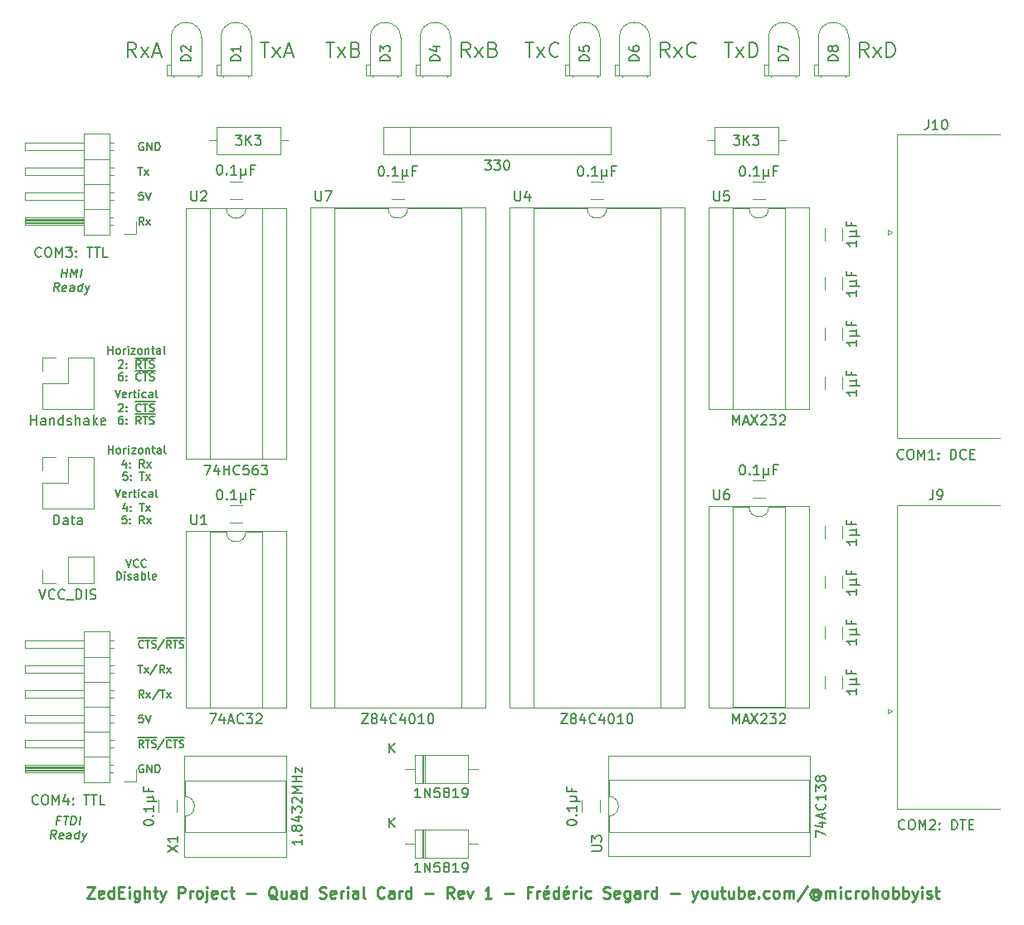
<source format=gto>
G04 #@! TF.GenerationSoftware,KiCad,Pcbnew,7.0.6*
G04 #@! TF.CreationDate,2023-08-07T17:45:37-04:00*
G04 #@! TF.ProjectId,3 - Quad Serial card v3,33202d20-5175-4616-9420-53657269616c,1*
G04 #@! TF.SameCoordinates,Original*
G04 #@! TF.FileFunction,Legend,Top*
G04 #@! TF.FilePolarity,Positive*
%FSLAX46Y46*%
G04 Gerber Fmt 4.6, Leading zero omitted, Abs format (unit mm)*
G04 Created by KiCad (PCBNEW 7.0.6) date 2023-08-07 17:45:37*
%MOMM*%
%LPD*%
G01*
G04 APERTURE LIST*
%ADD10C,0.150000*%
%ADD11C,0.220000*%
%ADD12C,0.200000*%
%ADD13C,0.120000*%
%ADD14R,1.700000X1.700000*%
%ADD15O,1.700000X1.700000*%
%ADD16C,1.600000*%
%ADD17R,1.800000X1.800000*%
%ADD18C,1.800000*%
%ADD19O,1.600000X1.600000*%
%ADD20R,1.600000X1.600000*%
%ADD21R,1.780000X7.620000*%
%ADD22C,4.000000*%
%ADD23R,2.200000X2.200000*%
%ADD24O,2.200000X2.200000*%
G04 APERTURE END LIST*
D10*
X87591429Y-66657557D02*
X87703929Y-65757557D01*
X87650358Y-66186128D02*
X88164643Y-66186128D01*
X88105715Y-66657557D02*
X88218215Y-65757557D01*
X88534286Y-66657557D02*
X88646786Y-65757557D01*
X88646786Y-65757557D02*
X88866429Y-66400414D01*
X88866429Y-66400414D02*
X89246786Y-65757557D01*
X89246786Y-65757557D02*
X89134286Y-66657557D01*
X89562857Y-66657557D02*
X89675357Y-65757557D01*
X87312857Y-68106557D02*
X87066428Y-67677985D01*
X86798571Y-68106557D02*
X86911071Y-67206557D01*
X86911071Y-67206557D02*
X87253928Y-67206557D01*
X87253928Y-67206557D02*
X87334285Y-67249414D01*
X87334285Y-67249414D02*
X87371785Y-67292271D01*
X87371785Y-67292271D02*
X87403928Y-67377985D01*
X87403928Y-67377985D02*
X87387857Y-67506557D01*
X87387857Y-67506557D02*
X87334285Y-67592271D01*
X87334285Y-67592271D02*
X87286071Y-67635128D01*
X87286071Y-67635128D02*
X87195000Y-67677985D01*
X87195000Y-67677985D02*
X86852143Y-67677985D01*
X88046785Y-68063700D02*
X87955714Y-68106557D01*
X87955714Y-68106557D02*
X87784285Y-68106557D01*
X87784285Y-68106557D02*
X87703928Y-68063700D01*
X87703928Y-68063700D02*
X87671785Y-67977985D01*
X87671785Y-67977985D02*
X87714643Y-67635128D01*
X87714643Y-67635128D02*
X87768214Y-67549414D01*
X87768214Y-67549414D02*
X87859285Y-67506557D01*
X87859285Y-67506557D02*
X88030714Y-67506557D01*
X88030714Y-67506557D02*
X88111071Y-67549414D01*
X88111071Y-67549414D02*
X88143214Y-67635128D01*
X88143214Y-67635128D02*
X88132500Y-67720842D01*
X88132500Y-67720842D02*
X87693214Y-67806557D01*
X88855714Y-68106557D02*
X88914643Y-67635128D01*
X88914643Y-67635128D02*
X88882500Y-67549414D01*
X88882500Y-67549414D02*
X88802143Y-67506557D01*
X88802143Y-67506557D02*
X88630714Y-67506557D01*
X88630714Y-67506557D02*
X88539643Y-67549414D01*
X88861072Y-68063700D02*
X88770000Y-68106557D01*
X88770000Y-68106557D02*
X88555714Y-68106557D01*
X88555714Y-68106557D02*
X88475357Y-68063700D01*
X88475357Y-68063700D02*
X88443214Y-67977985D01*
X88443214Y-67977985D02*
X88453929Y-67892271D01*
X88453929Y-67892271D02*
X88507500Y-67806557D01*
X88507500Y-67806557D02*
X88598572Y-67763700D01*
X88598572Y-67763700D02*
X88812857Y-67763700D01*
X88812857Y-67763700D02*
X88903929Y-67720842D01*
X89670000Y-68106557D02*
X89782500Y-67206557D01*
X89675358Y-68063700D02*
X89584286Y-68106557D01*
X89584286Y-68106557D02*
X89412858Y-68106557D01*
X89412858Y-68106557D02*
X89332500Y-68063700D01*
X89332500Y-68063700D02*
X89295000Y-68020842D01*
X89295000Y-68020842D02*
X89262858Y-67935128D01*
X89262858Y-67935128D02*
X89295000Y-67677985D01*
X89295000Y-67677985D02*
X89348572Y-67592271D01*
X89348572Y-67592271D02*
X89396786Y-67549414D01*
X89396786Y-67549414D02*
X89487858Y-67506557D01*
X89487858Y-67506557D02*
X89659286Y-67506557D01*
X89659286Y-67506557D02*
X89739643Y-67549414D01*
X90087858Y-67506557D02*
X90227144Y-68106557D01*
X90516429Y-67506557D02*
X90227144Y-68106557D01*
X90227144Y-68106557D02*
X90114644Y-68320842D01*
X90114644Y-68320842D02*
X90066429Y-68363700D01*
X90066429Y-68363700D02*
X89975358Y-68406557D01*
X87440000Y-122066128D02*
X87140000Y-122066128D01*
X87081071Y-122537557D02*
X87193571Y-121637557D01*
X87193571Y-121637557D02*
X87622143Y-121637557D01*
X87836429Y-121637557D02*
X88350714Y-121637557D01*
X87981072Y-122537557D02*
X88093572Y-121637557D01*
X88538214Y-122537557D02*
X88650714Y-121637557D01*
X88650714Y-121637557D02*
X88865000Y-121637557D01*
X88865000Y-121637557D02*
X88988214Y-121680414D01*
X88988214Y-121680414D02*
X89063214Y-121766128D01*
X89063214Y-121766128D02*
X89095357Y-121851842D01*
X89095357Y-121851842D02*
X89116786Y-122023271D01*
X89116786Y-122023271D02*
X89100714Y-122151842D01*
X89100714Y-122151842D02*
X89036428Y-122323271D01*
X89036428Y-122323271D02*
X88982857Y-122408985D01*
X88982857Y-122408985D02*
X88886428Y-122494700D01*
X88886428Y-122494700D02*
X88752500Y-122537557D01*
X88752500Y-122537557D02*
X88538214Y-122537557D01*
X89438214Y-122537557D02*
X89550714Y-121637557D01*
X86995357Y-123986557D02*
X86748928Y-123557985D01*
X86481071Y-123986557D02*
X86593571Y-123086557D01*
X86593571Y-123086557D02*
X86936428Y-123086557D01*
X86936428Y-123086557D02*
X87016785Y-123129414D01*
X87016785Y-123129414D02*
X87054285Y-123172271D01*
X87054285Y-123172271D02*
X87086428Y-123257985D01*
X87086428Y-123257985D02*
X87070357Y-123386557D01*
X87070357Y-123386557D02*
X87016785Y-123472271D01*
X87016785Y-123472271D02*
X86968571Y-123515128D01*
X86968571Y-123515128D02*
X86877500Y-123557985D01*
X86877500Y-123557985D02*
X86534643Y-123557985D01*
X87729285Y-123943700D02*
X87638214Y-123986557D01*
X87638214Y-123986557D02*
X87466785Y-123986557D01*
X87466785Y-123986557D02*
X87386428Y-123943700D01*
X87386428Y-123943700D02*
X87354285Y-123857985D01*
X87354285Y-123857985D02*
X87397143Y-123515128D01*
X87397143Y-123515128D02*
X87450714Y-123429414D01*
X87450714Y-123429414D02*
X87541785Y-123386557D01*
X87541785Y-123386557D02*
X87713214Y-123386557D01*
X87713214Y-123386557D02*
X87793571Y-123429414D01*
X87793571Y-123429414D02*
X87825714Y-123515128D01*
X87825714Y-123515128D02*
X87815000Y-123600842D01*
X87815000Y-123600842D02*
X87375714Y-123686557D01*
X88538214Y-123986557D02*
X88597143Y-123515128D01*
X88597143Y-123515128D02*
X88565000Y-123429414D01*
X88565000Y-123429414D02*
X88484643Y-123386557D01*
X88484643Y-123386557D02*
X88313214Y-123386557D01*
X88313214Y-123386557D02*
X88222143Y-123429414D01*
X88543572Y-123943700D02*
X88452500Y-123986557D01*
X88452500Y-123986557D02*
X88238214Y-123986557D01*
X88238214Y-123986557D02*
X88157857Y-123943700D01*
X88157857Y-123943700D02*
X88125714Y-123857985D01*
X88125714Y-123857985D02*
X88136429Y-123772271D01*
X88136429Y-123772271D02*
X88190000Y-123686557D01*
X88190000Y-123686557D02*
X88281072Y-123643700D01*
X88281072Y-123643700D02*
X88495357Y-123643700D01*
X88495357Y-123643700D02*
X88586429Y-123600842D01*
X89352500Y-123986557D02*
X89465000Y-123086557D01*
X89357858Y-123943700D02*
X89266786Y-123986557D01*
X89266786Y-123986557D02*
X89095358Y-123986557D01*
X89095358Y-123986557D02*
X89015000Y-123943700D01*
X89015000Y-123943700D02*
X88977500Y-123900842D01*
X88977500Y-123900842D02*
X88945358Y-123815128D01*
X88945358Y-123815128D02*
X88977500Y-123557985D01*
X88977500Y-123557985D02*
X89031072Y-123472271D01*
X89031072Y-123472271D02*
X89079286Y-123429414D01*
X89079286Y-123429414D02*
X89170358Y-123386557D01*
X89170358Y-123386557D02*
X89341786Y-123386557D01*
X89341786Y-123386557D02*
X89422143Y-123429414D01*
X89770358Y-123386557D02*
X89909644Y-123986557D01*
X90198929Y-123386557D02*
X89909644Y-123986557D01*
X89909644Y-123986557D02*
X89797144Y-124200842D01*
X89797144Y-124200842D02*
X89748929Y-124243700D01*
X89748929Y-124243700D02*
X89657858Y-124286557D01*
D11*
X90241316Y-128872821D02*
X91007983Y-128872821D01*
X91007983Y-128872821D02*
X90241316Y-130022821D01*
X90241316Y-130022821D02*
X91007983Y-130022821D01*
X91884173Y-129968060D02*
X91774649Y-130022821D01*
X91774649Y-130022821D02*
X91555602Y-130022821D01*
X91555602Y-130022821D02*
X91446078Y-129968060D01*
X91446078Y-129968060D02*
X91391316Y-129858536D01*
X91391316Y-129858536D02*
X91391316Y-129420440D01*
X91391316Y-129420440D02*
X91446078Y-129310917D01*
X91446078Y-129310917D02*
X91555602Y-129256155D01*
X91555602Y-129256155D02*
X91774649Y-129256155D01*
X91774649Y-129256155D02*
X91884173Y-129310917D01*
X91884173Y-129310917D02*
X91938935Y-129420440D01*
X91938935Y-129420440D02*
X91938935Y-129529964D01*
X91938935Y-129529964D02*
X91391316Y-129639488D01*
X92924649Y-130022821D02*
X92924649Y-128872821D01*
X92924649Y-129968060D02*
X92815125Y-130022821D01*
X92815125Y-130022821D02*
X92596078Y-130022821D01*
X92596078Y-130022821D02*
X92486554Y-129968060D01*
X92486554Y-129968060D02*
X92431792Y-129913298D01*
X92431792Y-129913298D02*
X92377030Y-129803774D01*
X92377030Y-129803774D02*
X92377030Y-129475202D01*
X92377030Y-129475202D02*
X92431792Y-129365679D01*
X92431792Y-129365679D02*
X92486554Y-129310917D01*
X92486554Y-129310917D02*
X92596078Y-129256155D01*
X92596078Y-129256155D02*
X92815125Y-129256155D01*
X92815125Y-129256155D02*
X92924649Y-129310917D01*
X93472268Y-129420440D02*
X93855601Y-129420440D01*
X94019887Y-130022821D02*
X93472268Y-130022821D01*
X93472268Y-130022821D02*
X93472268Y-128872821D01*
X93472268Y-128872821D02*
X94019887Y-128872821D01*
X94512744Y-130022821D02*
X94512744Y-129256155D01*
X94512744Y-128872821D02*
X94457982Y-128927583D01*
X94457982Y-128927583D02*
X94512744Y-128982345D01*
X94512744Y-128982345D02*
X94567506Y-128927583D01*
X94567506Y-128927583D02*
X94512744Y-128872821D01*
X94512744Y-128872821D02*
X94512744Y-128982345D01*
X95553220Y-129256155D02*
X95553220Y-130187107D01*
X95553220Y-130187107D02*
X95498458Y-130296631D01*
X95498458Y-130296631D02*
X95443696Y-130351393D01*
X95443696Y-130351393D02*
X95334173Y-130406155D01*
X95334173Y-130406155D02*
X95169887Y-130406155D01*
X95169887Y-130406155D02*
X95060363Y-130351393D01*
X95553220Y-129968060D02*
X95443696Y-130022821D01*
X95443696Y-130022821D02*
X95224649Y-130022821D01*
X95224649Y-130022821D02*
X95115125Y-129968060D01*
X95115125Y-129968060D02*
X95060363Y-129913298D01*
X95060363Y-129913298D02*
X95005601Y-129803774D01*
X95005601Y-129803774D02*
X95005601Y-129475202D01*
X95005601Y-129475202D02*
X95060363Y-129365679D01*
X95060363Y-129365679D02*
X95115125Y-129310917D01*
X95115125Y-129310917D02*
X95224649Y-129256155D01*
X95224649Y-129256155D02*
X95443696Y-129256155D01*
X95443696Y-129256155D02*
X95553220Y-129310917D01*
X96100839Y-130022821D02*
X96100839Y-128872821D01*
X96593696Y-130022821D02*
X96593696Y-129420440D01*
X96593696Y-129420440D02*
X96538934Y-129310917D01*
X96538934Y-129310917D02*
X96429410Y-129256155D01*
X96429410Y-129256155D02*
X96265125Y-129256155D01*
X96265125Y-129256155D02*
X96155601Y-129310917D01*
X96155601Y-129310917D02*
X96100839Y-129365679D01*
X96977029Y-129256155D02*
X97415125Y-129256155D01*
X97141315Y-128872821D02*
X97141315Y-129858536D01*
X97141315Y-129858536D02*
X97196077Y-129968060D01*
X97196077Y-129968060D02*
X97305601Y-130022821D01*
X97305601Y-130022821D02*
X97415125Y-130022821D01*
X97688934Y-129256155D02*
X97962744Y-130022821D01*
X98236553Y-129256155D02*
X97962744Y-130022821D01*
X97962744Y-130022821D02*
X97853220Y-130296631D01*
X97853220Y-130296631D02*
X97798458Y-130351393D01*
X97798458Y-130351393D02*
X97688934Y-130406155D01*
X99550838Y-130022821D02*
X99550838Y-128872821D01*
X99550838Y-128872821D02*
X99988933Y-128872821D01*
X99988933Y-128872821D02*
X100098457Y-128927583D01*
X100098457Y-128927583D02*
X100153219Y-128982345D01*
X100153219Y-128982345D02*
X100207981Y-129091869D01*
X100207981Y-129091869D02*
X100207981Y-129256155D01*
X100207981Y-129256155D02*
X100153219Y-129365679D01*
X100153219Y-129365679D02*
X100098457Y-129420440D01*
X100098457Y-129420440D02*
X99988933Y-129475202D01*
X99988933Y-129475202D02*
X99550838Y-129475202D01*
X100700838Y-130022821D02*
X100700838Y-129256155D01*
X100700838Y-129475202D02*
X100755600Y-129365679D01*
X100755600Y-129365679D02*
X100810362Y-129310917D01*
X100810362Y-129310917D02*
X100919886Y-129256155D01*
X100919886Y-129256155D02*
X101029409Y-129256155D01*
X101577029Y-130022821D02*
X101467505Y-129968060D01*
X101467505Y-129968060D02*
X101412743Y-129913298D01*
X101412743Y-129913298D02*
X101357981Y-129803774D01*
X101357981Y-129803774D02*
X101357981Y-129475202D01*
X101357981Y-129475202D02*
X101412743Y-129365679D01*
X101412743Y-129365679D02*
X101467505Y-129310917D01*
X101467505Y-129310917D02*
X101577029Y-129256155D01*
X101577029Y-129256155D02*
X101741314Y-129256155D01*
X101741314Y-129256155D02*
X101850838Y-129310917D01*
X101850838Y-129310917D02*
X101905600Y-129365679D01*
X101905600Y-129365679D02*
X101960362Y-129475202D01*
X101960362Y-129475202D02*
X101960362Y-129803774D01*
X101960362Y-129803774D02*
X101905600Y-129913298D01*
X101905600Y-129913298D02*
X101850838Y-129968060D01*
X101850838Y-129968060D02*
X101741314Y-130022821D01*
X101741314Y-130022821D02*
X101577029Y-130022821D01*
X102453219Y-129256155D02*
X102453219Y-130241869D01*
X102453219Y-130241869D02*
X102398457Y-130351393D01*
X102398457Y-130351393D02*
X102288933Y-130406155D01*
X102288933Y-130406155D02*
X102234171Y-130406155D01*
X102453219Y-128872821D02*
X102398457Y-128927583D01*
X102398457Y-128927583D02*
X102453219Y-128982345D01*
X102453219Y-128982345D02*
X102507981Y-128927583D01*
X102507981Y-128927583D02*
X102453219Y-128872821D01*
X102453219Y-128872821D02*
X102453219Y-128982345D01*
X103438933Y-129968060D02*
X103329409Y-130022821D01*
X103329409Y-130022821D02*
X103110362Y-130022821D01*
X103110362Y-130022821D02*
X103000838Y-129968060D01*
X103000838Y-129968060D02*
X102946076Y-129858536D01*
X102946076Y-129858536D02*
X102946076Y-129420440D01*
X102946076Y-129420440D02*
X103000838Y-129310917D01*
X103000838Y-129310917D02*
X103110362Y-129256155D01*
X103110362Y-129256155D02*
X103329409Y-129256155D01*
X103329409Y-129256155D02*
X103438933Y-129310917D01*
X103438933Y-129310917D02*
X103493695Y-129420440D01*
X103493695Y-129420440D02*
X103493695Y-129529964D01*
X103493695Y-129529964D02*
X102946076Y-129639488D01*
X104479409Y-129968060D02*
X104369885Y-130022821D01*
X104369885Y-130022821D02*
X104150838Y-130022821D01*
X104150838Y-130022821D02*
X104041314Y-129968060D01*
X104041314Y-129968060D02*
X103986552Y-129913298D01*
X103986552Y-129913298D02*
X103931790Y-129803774D01*
X103931790Y-129803774D02*
X103931790Y-129475202D01*
X103931790Y-129475202D02*
X103986552Y-129365679D01*
X103986552Y-129365679D02*
X104041314Y-129310917D01*
X104041314Y-129310917D02*
X104150838Y-129256155D01*
X104150838Y-129256155D02*
X104369885Y-129256155D01*
X104369885Y-129256155D02*
X104479409Y-129310917D01*
X104807980Y-129256155D02*
X105246076Y-129256155D01*
X104972266Y-128872821D02*
X104972266Y-129858536D01*
X104972266Y-129858536D02*
X105027028Y-129968060D01*
X105027028Y-129968060D02*
X105136552Y-130022821D01*
X105136552Y-130022821D02*
X105246076Y-130022821D01*
X106505599Y-129584726D02*
X107381790Y-129584726D01*
X109572266Y-130132345D02*
X109462742Y-130077583D01*
X109462742Y-130077583D02*
X109353218Y-129968060D01*
X109353218Y-129968060D02*
X109188932Y-129803774D01*
X109188932Y-129803774D02*
X109079409Y-129749012D01*
X109079409Y-129749012D02*
X108969885Y-129749012D01*
X109024647Y-130022821D02*
X108915123Y-129968060D01*
X108915123Y-129968060D02*
X108805599Y-129858536D01*
X108805599Y-129858536D02*
X108750837Y-129639488D01*
X108750837Y-129639488D02*
X108750837Y-129256155D01*
X108750837Y-129256155D02*
X108805599Y-129037107D01*
X108805599Y-129037107D02*
X108915123Y-128927583D01*
X108915123Y-128927583D02*
X109024647Y-128872821D01*
X109024647Y-128872821D02*
X109243694Y-128872821D01*
X109243694Y-128872821D02*
X109353218Y-128927583D01*
X109353218Y-128927583D02*
X109462742Y-129037107D01*
X109462742Y-129037107D02*
X109517504Y-129256155D01*
X109517504Y-129256155D02*
X109517504Y-129639488D01*
X109517504Y-129639488D02*
X109462742Y-129858536D01*
X109462742Y-129858536D02*
X109353218Y-129968060D01*
X109353218Y-129968060D02*
X109243694Y-130022821D01*
X109243694Y-130022821D02*
X109024647Y-130022821D01*
X110503218Y-129256155D02*
X110503218Y-130022821D01*
X110010361Y-129256155D02*
X110010361Y-129858536D01*
X110010361Y-129858536D02*
X110065123Y-129968060D01*
X110065123Y-129968060D02*
X110174647Y-130022821D01*
X110174647Y-130022821D02*
X110338932Y-130022821D01*
X110338932Y-130022821D02*
X110448456Y-129968060D01*
X110448456Y-129968060D02*
X110503218Y-129913298D01*
X111543694Y-130022821D02*
X111543694Y-129420440D01*
X111543694Y-129420440D02*
X111488932Y-129310917D01*
X111488932Y-129310917D02*
X111379408Y-129256155D01*
X111379408Y-129256155D02*
X111160361Y-129256155D01*
X111160361Y-129256155D02*
X111050837Y-129310917D01*
X111543694Y-129968060D02*
X111434170Y-130022821D01*
X111434170Y-130022821D02*
X111160361Y-130022821D01*
X111160361Y-130022821D02*
X111050837Y-129968060D01*
X111050837Y-129968060D02*
X110996075Y-129858536D01*
X110996075Y-129858536D02*
X110996075Y-129749012D01*
X110996075Y-129749012D02*
X111050837Y-129639488D01*
X111050837Y-129639488D02*
X111160361Y-129584726D01*
X111160361Y-129584726D02*
X111434170Y-129584726D01*
X111434170Y-129584726D02*
X111543694Y-129529964D01*
X112584170Y-130022821D02*
X112584170Y-128872821D01*
X112584170Y-129968060D02*
X112474646Y-130022821D01*
X112474646Y-130022821D02*
X112255599Y-130022821D01*
X112255599Y-130022821D02*
X112146075Y-129968060D01*
X112146075Y-129968060D02*
X112091313Y-129913298D01*
X112091313Y-129913298D02*
X112036551Y-129803774D01*
X112036551Y-129803774D02*
X112036551Y-129475202D01*
X112036551Y-129475202D02*
X112091313Y-129365679D01*
X112091313Y-129365679D02*
X112146075Y-129310917D01*
X112146075Y-129310917D02*
X112255599Y-129256155D01*
X112255599Y-129256155D02*
X112474646Y-129256155D01*
X112474646Y-129256155D02*
X112584170Y-129310917D01*
X113953217Y-129968060D02*
X114117503Y-130022821D01*
X114117503Y-130022821D02*
X114391312Y-130022821D01*
X114391312Y-130022821D02*
X114500836Y-129968060D01*
X114500836Y-129968060D02*
X114555598Y-129913298D01*
X114555598Y-129913298D02*
X114610360Y-129803774D01*
X114610360Y-129803774D02*
X114610360Y-129694250D01*
X114610360Y-129694250D02*
X114555598Y-129584726D01*
X114555598Y-129584726D02*
X114500836Y-129529964D01*
X114500836Y-129529964D02*
X114391312Y-129475202D01*
X114391312Y-129475202D02*
X114172265Y-129420440D01*
X114172265Y-129420440D02*
X114062741Y-129365679D01*
X114062741Y-129365679D02*
X114007979Y-129310917D01*
X114007979Y-129310917D02*
X113953217Y-129201393D01*
X113953217Y-129201393D02*
X113953217Y-129091869D01*
X113953217Y-129091869D02*
X114007979Y-128982345D01*
X114007979Y-128982345D02*
X114062741Y-128927583D01*
X114062741Y-128927583D02*
X114172265Y-128872821D01*
X114172265Y-128872821D02*
X114446074Y-128872821D01*
X114446074Y-128872821D02*
X114610360Y-128927583D01*
X115541312Y-129968060D02*
X115431788Y-130022821D01*
X115431788Y-130022821D02*
X115212741Y-130022821D01*
X115212741Y-130022821D02*
X115103217Y-129968060D01*
X115103217Y-129968060D02*
X115048455Y-129858536D01*
X115048455Y-129858536D02*
X115048455Y-129420440D01*
X115048455Y-129420440D02*
X115103217Y-129310917D01*
X115103217Y-129310917D02*
X115212741Y-129256155D01*
X115212741Y-129256155D02*
X115431788Y-129256155D01*
X115431788Y-129256155D02*
X115541312Y-129310917D01*
X115541312Y-129310917D02*
X115596074Y-129420440D01*
X115596074Y-129420440D02*
X115596074Y-129529964D01*
X115596074Y-129529964D02*
X115048455Y-129639488D01*
X116088931Y-130022821D02*
X116088931Y-129256155D01*
X116088931Y-129475202D02*
X116143693Y-129365679D01*
X116143693Y-129365679D02*
X116198455Y-129310917D01*
X116198455Y-129310917D02*
X116307979Y-129256155D01*
X116307979Y-129256155D02*
X116417502Y-129256155D01*
X116800836Y-130022821D02*
X116800836Y-129256155D01*
X116800836Y-128872821D02*
X116746074Y-128927583D01*
X116746074Y-128927583D02*
X116800836Y-128982345D01*
X116800836Y-128982345D02*
X116855598Y-128927583D01*
X116855598Y-128927583D02*
X116800836Y-128872821D01*
X116800836Y-128872821D02*
X116800836Y-128982345D01*
X117841312Y-130022821D02*
X117841312Y-129420440D01*
X117841312Y-129420440D02*
X117786550Y-129310917D01*
X117786550Y-129310917D02*
X117677026Y-129256155D01*
X117677026Y-129256155D02*
X117457979Y-129256155D01*
X117457979Y-129256155D02*
X117348455Y-129310917D01*
X117841312Y-129968060D02*
X117731788Y-130022821D01*
X117731788Y-130022821D02*
X117457979Y-130022821D01*
X117457979Y-130022821D02*
X117348455Y-129968060D01*
X117348455Y-129968060D02*
X117293693Y-129858536D01*
X117293693Y-129858536D02*
X117293693Y-129749012D01*
X117293693Y-129749012D02*
X117348455Y-129639488D01*
X117348455Y-129639488D02*
X117457979Y-129584726D01*
X117457979Y-129584726D02*
X117731788Y-129584726D01*
X117731788Y-129584726D02*
X117841312Y-129529964D01*
X118553217Y-130022821D02*
X118443693Y-129968060D01*
X118443693Y-129968060D02*
X118388931Y-129858536D01*
X118388931Y-129858536D02*
X118388931Y-128872821D01*
X120524645Y-129913298D02*
X120469883Y-129968060D01*
X120469883Y-129968060D02*
X120305597Y-130022821D01*
X120305597Y-130022821D02*
X120196073Y-130022821D01*
X120196073Y-130022821D02*
X120031788Y-129968060D01*
X120031788Y-129968060D02*
X119922264Y-129858536D01*
X119922264Y-129858536D02*
X119867502Y-129749012D01*
X119867502Y-129749012D02*
X119812740Y-129529964D01*
X119812740Y-129529964D02*
X119812740Y-129365679D01*
X119812740Y-129365679D02*
X119867502Y-129146631D01*
X119867502Y-129146631D02*
X119922264Y-129037107D01*
X119922264Y-129037107D02*
X120031788Y-128927583D01*
X120031788Y-128927583D02*
X120196073Y-128872821D01*
X120196073Y-128872821D02*
X120305597Y-128872821D01*
X120305597Y-128872821D02*
X120469883Y-128927583D01*
X120469883Y-128927583D02*
X120524645Y-128982345D01*
X121510359Y-130022821D02*
X121510359Y-129420440D01*
X121510359Y-129420440D02*
X121455597Y-129310917D01*
X121455597Y-129310917D02*
X121346073Y-129256155D01*
X121346073Y-129256155D02*
X121127026Y-129256155D01*
X121127026Y-129256155D02*
X121017502Y-129310917D01*
X121510359Y-129968060D02*
X121400835Y-130022821D01*
X121400835Y-130022821D02*
X121127026Y-130022821D01*
X121127026Y-130022821D02*
X121017502Y-129968060D01*
X121017502Y-129968060D02*
X120962740Y-129858536D01*
X120962740Y-129858536D02*
X120962740Y-129749012D01*
X120962740Y-129749012D02*
X121017502Y-129639488D01*
X121017502Y-129639488D02*
X121127026Y-129584726D01*
X121127026Y-129584726D02*
X121400835Y-129584726D01*
X121400835Y-129584726D02*
X121510359Y-129529964D01*
X122057978Y-130022821D02*
X122057978Y-129256155D01*
X122057978Y-129475202D02*
X122112740Y-129365679D01*
X122112740Y-129365679D02*
X122167502Y-129310917D01*
X122167502Y-129310917D02*
X122277026Y-129256155D01*
X122277026Y-129256155D02*
X122386549Y-129256155D01*
X123262740Y-130022821D02*
X123262740Y-128872821D01*
X123262740Y-129968060D02*
X123153216Y-130022821D01*
X123153216Y-130022821D02*
X122934169Y-130022821D01*
X122934169Y-130022821D02*
X122824645Y-129968060D01*
X122824645Y-129968060D02*
X122769883Y-129913298D01*
X122769883Y-129913298D02*
X122715121Y-129803774D01*
X122715121Y-129803774D02*
X122715121Y-129475202D01*
X122715121Y-129475202D02*
X122769883Y-129365679D01*
X122769883Y-129365679D02*
X122824645Y-129310917D01*
X122824645Y-129310917D02*
X122934169Y-129256155D01*
X122934169Y-129256155D02*
X123153216Y-129256155D01*
X123153216Y-129256155D02*
X123262740Y-129310917D01*
X124686549Y-129584726D02*
X125562740Y-129584726D01*
X127643692Y-130022821D02*
X127260359Y-129475202D01*
X126986549Y-130022821D02*
X126986549Y-128872821D01*
X126986549Y-128872821D02*
X127424644Y-128872821D01*
X127424644Y-128872821D02*
X127534168Y-128927583D01*
X127534168Y-128927583D02*
X127588930Y-128982345D01*
X127588930Y-128982345D02*
X127643692Y-129091869D01*
X127643692Y-129091869D02*
X127643692Y-129256155D01*
X127643692Y-129256155D02*
X127588930Y-129365679D01*
X127588930Y-129365679D02*
X127534168Y-129420440D01*
X127534168Y-129420440D02*
X127424644Y-129475202D01*
X127424644Y-129475202D02*
X126986549Y-129475202D01*
X128574644Y-129968060D02*
X128465120Y-130022821D01*
X128465120Y-130022821D02*
X128246073Y-130022821D01*
X128246073Y-130022821D02*
X128136549Y-129968060D01*
X128136549Y-129968060D02*
X128081787Y-129858536D01*
X128081787Y-129858536D02*
X128081787Y-129420440D01*
X128081787Y-129420440D02*
X128136549Y-129310917D01*
X128136549Y-129310917D02*
X128246073Y-129256155D01*
X128246073Y-129256155D02*
X128465120Y-129256155D01*
X128465120Y-129256155D02*
X128574644Y-129310917D01*
X128574644Y-129310917D02*
X128629406Y-129420440D01*
X128629406Y-129420440D02*
X128629406Y-129529964D01*
X128629406Y-129529964D02*
X128081787Y-129639488D01*
X129012739Y-129256155D02*
X129286549Y-130022821D01*
X129286549Y-130022821D02*
X129560358Y-129256155D01*
X131477024Y-130022821D02*
X130819881Y-130022821D01*
X131148453Y-130022821D02*
X131148453Y-128872821D01*
X131148453Y-128872821D02*
X131038929Y-129037107D01*
X131038929Y-129037107D02*
X130929405Y-129146631D01*
X130929405Y-129146631D02*
X130819881Y-129201393D01*
X132846071Y-129584726D02*
X133722262Y-129584726D01*
X135529404Y-129420440D02*
X135146071Y-129420440D01*
X135146071Y-130022821D02*
X135146071Y-128872821D01*
X135146071Y-128872821D02*
X135693690Y-128872821D01*
X136131785Y-130022821D02*
X136131785Y-129256155D01*
X136131785Y-129475202D02*
X136186547Y-129365679D01*
X136186547Y-129365679D02*
X136241309Y-129310917D01*
X136241309Y-129310917D02*
X136350833Y-129256155D01*
X136350833Y-129256155D02*
X136460356Y-129256155D01*
X137281785Y-129968060D02*
X137172261Y-130022821D01*
X137172261Y-130022821D02*
X136953214Y-130022821D01*
X136953214Y-130022821D02*
X136843690Y-129968060D01*
X136843690Y-129968060D02*
X136788928Y-129858536D01*
X136788928Y-129858536D02*
X136788928Y-129420440D01*
X136788928Y-129420440D02*
X136843690Y-129310917D01*
X136843690Y-129310917D02*
X136953214Y-129256155D01*
X136953214Y-129256155D02*
X137172261Y-129256155D01*
X137172261Y-129256155D02*
X137281785Y-129310917D01*
X137281785Y-129310917D02*
X137336547Y-129420440D01*
X137336547Y-129420440D02*
X137336547Y-129529964D01*
X137336547Y-129529964D02*
X136788928Y-129639488D01*
X137172261Y-128818060D02*
X137007976Y-128982345D01*
X138322261Y-130022821D02*
X138322261Y-128872821D01*
X138322261Y-129968060D02*
X138212737Y-130022821D01*
X138212737Y-130022821D02*
X137993690Y-130022821D01*
X137993690Y-130022821D02*
X137884166Y-129968060D01*
X137884166Y-129968060D02*
X137829404Y-129913298D01*
X137829404Y-129913298D02*
X137774642Y-129803774D01*
X137774642Y-129803774D02*
X137774642Y-129475202D01*
X137774642Y-129475202D02*
X137829404Y-129365679D01*
X137829404Y-129365679D02*
X137884166Y-129310917D01*
X137884166Y-129310917D02*
X137993690Y-129256155D01*
X137993690Y-129256155D02*
X138212737Y-129256155D01*
X138212737Y-129256155D02*
X138322261Y-129310917D01*
X139307975Y-129968060D02*
X139198451Y-130022821D01*
X139198451Y-130022821D02*
X138979404Y-130022821D01*
X138979404Y-130022821D02*
X138869880Y-129968060D01*
X138869880Y-129968060D02*
X138815118Y-129858536D01*
X138815118Y-129858536D02*
X138815118Y-129420440D01*
X138815118Y-129420440D02*
X138869880Y-129310917D01*
X138869880Y-129310917D02*
X138979404Y-129256155D01*
X138979404Y-129256155D02*
X139198451Y-129256155D01*
X139198451Y-129256155D02*
X139307975Y-129310917D01*
X139307975Y-129310917D02*
X139362737Y-129420440D01*
X139362737Y-129420440D02*
X139362737Y-129529964D01*
X139362737Y-129529964D02*
X138815118Y-129639488D01*
X139198451Y-128818060D02*
X139034166Y-128982345D01*
X139855594Y-130022821D02*
X139855594Y-129256155D01*
X139855594Y-129475202D02*
X139910356Y-129365679D01*
X139910356Y-129365679D02*
X139965118Y-129310917D01*
X139965118Y-129310917D02*
X140074642Y-129256155D01*
X140074642Y-129256155D02*
X140184165Y-129256155D01*
X140567499Y-130022821D02*
X140567499Y-129256155D01*
X140567499Y-128872821D02*
X140512737Y-128927583D01*
X140512737Y-128927583D02*
X140567499Y-128982345D01*
X140567499Y-128982345D02*
X140622261Y-128927583D01*
X140622261Y-128927583D02*
X140567499Y-128872821D01*
X140567499Y-128872821D02*
X140567499Y-128982345D01*
X141607975Y-129968060D02*
X141498451Y-130022821D01*
X141498451Y-130022821D02*
X141279404Y-130022821D01*
X141279404Y-130022821D02*
X141169880Y-129968060D01*
X141169880Y-129968060D02*
X141115118Y-129913298D01*
X141115118Y-129913298D02*
X141060356Y-129803774D01*
X141060356Y-129803774D02*
X141060356Y-129475202D01*
X141060356Y-129475202D02*
X141115118Y-129365679D01*
X141115118Y-129365679D02*
X141169880Y-129310917D01*
X141169880Y-129310917D02*
X141279404Y-129256155D01*
X141279404Y-129256155D02*
X141498451Y-129256155D01*
X141498451Y-129256155D02*
X141607975Y-129310917D01*
X142922260Y-129968060D02*
X143086546Y-130022821D01*
X143086546Y-130022821D02*
X143360355Y-130022821D01*
X143360355Y-130022821D02*
X143469879Y-129968060D01*
X143469879Y-129968060D02*
X143524641Y-129913298D01*
X143524641Y-129913298D02*
X143579403Y-129803774D01*
X143579403Y-129803774D02*
X143579403Y-129694250D01*
X143579403Y-129694250D02*
X143524641Y-129584726D01*
X143524641Y-129584726D02*
X143469879Y-129529964D01*
X143469879Y-129529964D02*
X143360355Y-129475202D01*
X143360355Y-129475202D02*
X143141308Y-129420440D01*
X143141308Y-129420440D02*
X143031784Y-129365679D01*
X143031784Y-129365679D02*
X142977022Y-129310917D01*
X142977022Y-129310917D02*
X142922260Y-129201393D01*
X142922260Y-129201393D02*
X142922260Y-129091869D01*
X142922260Y-129091869D02*
X142977022Y-128982345D01*
X142977022Y-128982345D02*
X143031784Y-128927583D01*
X143031784Y-128927583D02*
X143141308Y-128872821D01*
X143141308Y-128872821D02*
X143415117Y-128872821D01*
X143415117Y-128872821D02*
X143579403Y-128927583D01*
X144510355Y-129968060D02*
X144400831Y-130022821D01*
X144400831Y-130022821D02*
X144181784Y-130022821D01*
X144181784Y-130022821D02*
X144072260Y-129968060D01*
X144072260Y-129968060D02*
X144017498Y-129858536D01*
X144017498Y-129858536D02*
X144017498Y-129420440D01*
X144017498Y-129420440D02*
X144072260Y-129310917D01*
X144072260Y-129310917D02*
X144181784Y-129256155D01*
X144181784Y-129256155D02*
X144400831Y-129256155D01*
X144400831Y-129256155D02*
X144510355Y-129310917D01*
X144510355Y-129310917D02*
X144565117Y-129420440D01*
X144565117Y-129420440D02*
X144565117Y-129529964D01*
X144565117Y-129529964D02*
X144017498Y-129639488D01*
X145550831Y-129256155D02*
X145550831Y-130187107D01*
X145550831Y-130187107D02*
X145496069Y-130296631D01*
X145496069Y-130296631D02*
X145441307Y-130351393D01*
X145441307Y-130351393D02*
X145331784Y-130406155D01*
X145331784Y-130406155D02*
X145167498Y-130406155D01*
X145167498Y-130406155D02*
X145057974Y-130351393D01*
X145550831Y-129968060D02*
X145441307Y-130022821D01*
X145441307Y-130022821D02*
X145222260Y-130022821D01*
X145222260Y-130022821D02*
X145112736Y-129968060D01*
X145112736Y-129968060D02*
X145057974Y-129913298D01*
X145057974Y-129913298D02*
X145003212Y-129803774D01*
X145003212Y-129803774D02*
X145003212Y-129475202D01*
X145003212Y-129475202D02*
X145057974Y-129365679D01*
X145057974Y-129365679D02*
X145112736Y-129310917D01*
X145112736Y-129310917D02*
X145222260Y-129256155D01*
X145222260Y-129256155D02*
X145441307Y-129256155D01*
X145441307Y-129256155D02*
X145550831Y-129310917D01*
X146591307Y-130022821D02*
X146591307Y-129420440D01*
X146591307Y-129420440D02*
X146536545Y-129310917D01*
X146536545Y-129310917D02*
X146427021Y-129256155D01*
X146427021Y-129256155D02*
X146207974Y-129256155D01*
X146207974Y-129256155D02*
X146098450Y-129310917D01*
X146591307Y-129968060D02*
X146481783Y-130022821D01*
X146481783Y-130022821D02*
X146207974Y-130022821D01*
X146207974Y-130022821D02*
X146098450Y-129968060D01*
X146098450Y-129968060D02*
X146043688Y-129858536D01*
X146043688Y-129858536D02*
X146043688Y-129749012D01*
X146043688Y-129749012D02*
X146098450Y-129639488D01*
X146098450Y-129639488D02*
X146207974Y-129584726D01*
X146207974Y-129584726D02*
X146481783Y-129584726D01*
X146481783Y-129584726D02*
X146591307Y-129529964D01*
X147138926Y-130022821D02*
X147138926Y-129256155D01*
X147138926Y-129475202D02*
X147193688Y-129365679D01*
X147193688Y-129365679D02*
X147248450Y-129310917D01*
X147248450Y-129310917D02*
X147357974Y-129256155D01*
X147357974Y-129256155D02*
X147467497Y-129256155D01*
X148343688Y-130022821D02*
X148343688Y-128872821D01*
X148343688Y-129968060D02*
X148234164Y-130022821D01*
X148234164Y-130022821D02*
X148015117Y-130022821D01*
X148015117Y-130022821D02*
X147905593Y-129968060D01*
X147905593Y-129968060D02*
X147850831Y-129913298D01*
X147850831Y-129913298D02*
X147796069Y-129803774D01*
X147796069Y-129803774D02*
X147796069Y-129475202D01*
X147796069Y-129475202D02*
X147850831Y-129365679D01*
X147850831Y-129365679D02*
X147905593Y-129310917D01*
X147905593Y-129310917D02*
X148015117Y-129256155D01*
X148015117Y-129256155D02*
X148234164Y-129256155D01*
X148234164Y-129256155D02*
X148343688Y-129310917D01*
X149767497Y-129584726D02*
X150643688Y-129584726D01*
X151957973Y-129256155D02*
X152231783Y-130022821D01*
X152505592Y-129256155D02*
X152231783Y-130022821D01*
X152231783Y-130022821D02*
X152122259Y-130296631D01*
X152122259Y-130296631D02*
X152067497Y-130351393D01*
X152067497Y-130351393D02*
X151957973Y-130406155D01*
X153107973Y-130022821D02*
X152998449Y-129968060D01*
X152998449Y-129968060D02*
X152943687Y-129913298D01*
X152943687Y-129913298D02*
X152888925Y-129803774D01*
X152888925Y-129803774D02*
X152888925Y-129475202D01*
X152888925Y-129475202D02*
X152943687Y-129365679D01*
X152943687Y-129365679D02*
X152998449Y-129310917D01*
X152998449Y-129310917D02*
X153107973Y-129256155D01*
X153107973Y-129256155D02*
X153272258Y-129256155D01*
X153272258Y-129256155D02*
X153381782Y-129310917D01*
X153381782Y-129310917D02*
X153436544Y-129365679D01*
X153436544Y-129365679D02*
X153491306Y-129475202D01*
X153491306Y-129475202D02*
X153491306Y-129803774D01*
X153491306Y-129803774D02*
X153436544Y-129913298D01*
X153436544Y-129913298D02*
X153381782Y-129968060D01*
X153381782Y-129968060D02*
X153272258Y-130022821D01*
X153272258Y-130022821D02*
X153107973Y-130022821D01*
X154477020Y-129256155D02*
X154477020Y-130022821D01*
X153984163Y-129256155D02*
X153984163Y-129858536D01*
X153984163Y-129858536D02*
X154038925Y-129968060D01*
X154038925Y-129968060D02*
X154148449Y-130022821D01*
X154148449Y-130022821D02*
X154312734Y-130022821D01*
X154312734Y-130022821D02*
X154422258Y-129968060D01*
X154422258Y-129968060D02*
X154477020Y-129913298D01*
X154860353Y-129256155D02*
X155298449Y-129256155D01*
X155024639Y-128872821D02*
X155024639Y-129858536D01*
X155024639Y-129858536D02*
X155079401Y-129968060D01*
X155079401Y-129968060D02*
X155188925Y-130022821D01*
X155188925Y-130022821D02*
X155298449Y-130022821D01*
X156174639Y-129256155D02*
X156174639Y-130022821D01*
X155681782Y-129256155D02*
X155681782Y-129858536D01*
X155681782Y-129858536D02*
X155736544Y-129968060D01*
X155736544Y-129968060D02*
X155846068Y-130022821D01*
X155846068Y-130022821D02*
X156010353Y-130022821D01*
X156010353Y-130022821D02*
X156119877Y-129968060D01*
X156119877Y-129968060D02*
X156174639Y-129913298D01*
X156722258Y-130022821D02*
X156722258Y-128872821D01*
X156722258Y-129310917D02*
X156831782Y-129256155D01*
X156831782Y-129256155D02*
X157050829Y-129256155D01*
X157050829Y-129256155D02*
X157160353Y-129310917D01*
X157160353Y-129310917D02*
X157215115Y-129365679D01*
X157215115Y-129365679D02*
X157269877Y-129475202D01*
X157269877Y-129475202D02*
X157269877Y-129803774D01*
X157269877Y-129803774D02*
X157215115Y-129913298D01*
X157215115Y-129913298D02*
X157160353Y-129968060D01*
X157160353Y-129968060D02*
X157050829Y-130022821D01*
X157050829Y-130022821D02*
X156831782Y-130022821D01*
X156831782Y-130022821D02*
X156722258Y-129968060D01*
X158200829Y-129968060D02*
X158091305Y-130022821D01*
X158091305Y-130022821D02*
X157872258Y-130022821D01*
X157872258Y-130022821D02*
X157762734Y-129968060D01*
X157762734Y-129968060D02*
X157707972Y-129858536D01*
X157707972Y-129858536D02*
X157707972Y-129420440D01*
X157707972Y-129420440D02*
X157762734Y-129310917D01*
X157762734Y-129310917D02*
X157872258Y-129256155D01*
X157872258Y-129256155D02*
X158091305Y-129256155D01*
X158091305Y-129256155D02*
X158200829Y-129310917D01*
X158200829Y-129310917D02*
X158255591Y-129420440D01*
X158255591Y-129420440D02*
X158255591Y-129529964D01*
X158255591Y-129529964D02*
X157707972Y-129639488D01*
X158748448Y-129913298D02*
X158803210Y-129968060D01*
X158803210Y-129968060D02*
X158748448Y-130022821D01*
X158748448Y-130022821D02*
X158693686Y-129968060D01*
X158693686Y-129968060D02*
X158748448Y-129913298D01*
X158748448Y-129913298D02*
X158748448Y-130022821D01*
X159788924Y-129968060D02*
X159679400Y-130022821D01*
X159679400Y-130022821D02*
X159460353Y-130022821D01*
X159460353Y-130022821D02*
X159350829Y-129968060D01*
X159350829Y-129968060D02*
X159296067Y-129913298D01*
X159296067Y-129913298D02*
X159241305Y-129803774D01*
X159241305Y-129803774D02*
X159241305Y-129475202D01*
X159241305Y-129475202D02*
X159296067Y-129365679D01*
X159296067Y-129365679D02*
X159350829Y-129310917D01*
X159350829Y-129310917D02*
X159460353Y-129256155D01*
X159460353Y-129256155D02*
X159679400Y-129256155D01*
X159679400Y-129256155D02*
X159788924Y-129310917D01*
X160446067Y-130022821D02*
X160336543Y-129968060D01*
X160336543Y-129968060D02*
X160281781Y-129913298D01*
X160281781Y-129913298D02*
X160227019Y-129803774D01*
X160227019Y-129803774D02*
X160227019Y-129475202D01*
X160227019Y-129475202D02*
X160281781Y-129365679D01*
X160281781Y-129365679D02*
X160336543Y-129310917D01*
X160336543Y-129310917D02*
X160446067Y-129256155D01*
X160446067Y-129256155D02*
X160610352Y-129256155D01*
X160610352Y-129256155D02*
X160719876Y-129310917D01*
X160719876Y-129310917D02*
X160774638Y-129365679D01*
X160774638Y-129365679D02*
X160829400Y-129475202D01*
X160829400Y-129475202D02*
X160829400Y-129803774D01*
X160829400Y-129803774D02*
X160774638Y-129913298D01*
X160774638Y-129913298D02*
X160719876Y-129968060D01*
X160719876Y-129968060D02*
X160610352Y-130022821D01*
X160610352Y-130022821D02*
X160446067Y-130022821D01*
X161322257Y-130022821D02*
X161322257Y-129256155D01*
X161322257Y-129365679D02*
X161377019Y-129310917D01*
X161377019Y-129310917D02*
X161486543Y-129256155D01*
X161486543Y-129256155D02*
X161650828Y-129256155D01*
X161650828Y-129256155D02*
X161760352Y-129310917D01*
X161760352Y-129310917D02*
X161815114Y-129420440D01*
X161815114Y-129420440D02*
X161815114Y-130022821D01*
X161815114Y-129420440D02*
X161869876Y-129310917D01*
X161869876Y-129310917D02*
X161979400Y-129256155D01*
X161979400Y-129256155D02*
X162143686Y-129256155D01*
X162143686Y-129256155D02*
X162253209Y-129310917D01*
X162253209Y-129310917D02*
X162307971Y-129420440D01*
X162307971Y-129420440D02*
X162307971Y-130022821D01*
X163677019Y-128818060D02*
X162691304Y-130296631D01*
X164772257Y-129475202D02*
X164717495Y-129420440D01*
X164717495Y-129420440D02*
X164607971Y-129365679D01*
X164607971Y-129365679D02*
X164498447Y-129365679D01*
X164498447Y-129365679D02*
X164388923Y-129420440D01*
X164388923Y-129420440D02*
X164334162Y-129475202D01*
X164334162Y-129475202D02*
X164279400Y-129584726D01*
X164279400Y-129584726D02*
X164279400Y-129694250D01*
X164279400Y-129694250D02*
X164334162Y-129803774D01*
X164334162Y-129803774D02*
X164388923Y-129858536D01*
X164388923Y-129858536D02*
X164498447Y-129913298D01*
X164498447Y-129913298D02*
X164607971Y-129913298D01*
X164607971Y-129913298D02*
X164717495Y-129858536D01*
X164717495Y-129858536D02*
X164772257Y-129803774D01*
X164772257Y-129365679D02*
X164772257Y-129803774D01*
X164772257Y-129803774D02*
X164827019Y-129858536D01*
X164827019Y-129858536D02*
X164881781Y-129858536D01*
X164881781Y-129858536D02*
X164991304Y-129803774D01*
X164991304Y-129803774D02*
X165046066Y-129694250D01*
X165046066Y-129694250D02*
X165046066Y-129420440D01*
X165046066Y-129420440D02*
X164936543Y-129256155D01*
X164936543Y-129256155D02*
X164772257Y-129146631D01*
X164772257Y-129146631D02*
X164553209Y-129091869D01*
X164553209Y-129091869D02*
X164334162Y-129146631D01*
X164334162Y-129146631D02*
X164169876Y-129256155D01*
X164169876Y-129256155D02*
X164060352Y-129420440D01*
X164060352Y-129420440D02*
X164005590Y-129639488D01*
X164005590Y-129639488D02*
X164060352Y-129858536D01*
X164060352Y-129858536D02*
X164169876Y-130022821D01*
X164169876Y-130022821D02*
X164334162Y-130132345D01*
X164334162Y-130132345D02*
X164553209Y-130187107D01*
X164553209Y-130187107D02*
X164772257Y-130132345D01*
X164772257Y-130132345D02*
X164936543Y-130022821D01*
X165538923Y-130022821D02*
X165538923Y-129256155D01*
X165538923Y-129365679D02*
X165593685Y-129310917D01*
X165593685Y-129310917D02*
X165703209Y-129256155D01*
X165703209Y-129256155D02*
X165867494Y-129256155D01*
X165867494Y-129256155D02*
X165977018Y-129310917D01*
X165977018Y-129310917D02*
X166031780Y-129420440D01*
X166031780Y-129420440D02*
X166031780Y-130022821D01*
X166031780Y-129420440D02*
X166086542Y-129310917D01*
X166086542Y-129310917D02*
X166196066Y-129256155D01*
X166196066Y-129256155D02*
X166360352Y-129256155D01*
X166360352Y-129256155D02*
X166469875Y-129310917D01*
X166469875Y-129310917D02*
X166524637Y-129420440D01*
X166524637Y-129420440D02*
X166524637Y-130022821D01*
X167072256Y-130022821D02*
X167072256Y-129256155D01*
X167072256Y-128872821D02*
X167017494Y-128927583D01*
X167017494Y-128927583D02*
X167072256Y-128982345D01*
X167072256Y-128982345D02*
X167127018Y-128927583D01*
X167127018Y-128927583D02*
X167072256Y-128872821D01*
X167072256Y-128872821D02*
X167072256Y-128982345D01*
X168112732Y-129968060D02*
X168003208Y-130022821D01*
X168003208Y-130022821D02*
X167784161Y-130022821D01*
X167784161Y-130022821D02*
X167674637Y-129968060D01*
X167674637Y-129968060D02*
X167619875Y-129913298D01*
X167619875Y-129913298D02*
X167565113Y-129803774D01*
X167565113Y-129803774D02*
X167565113Y-129475202D01*
X167565113Y-129475202D02*
X167619875Y-129365679D01*
X167619875Y-129365679D02*
X167674637Y-129310917D01*
X167674637Y-129310917D02*
X167784161Y-129256155D01*
X167784161Y-129256155D02*
X168003208Y-129256155D01*
X168003208Y-129256155D02*
X168112732Y-129310917D01*
X168605589Y-130022821D02*
X168605589Y-129256155D01*
X168605589Y-129475202D02*
X168660351Y-129365679D01*
X168660351Y-129365679D02*
X168715113Y-129310917D01*
X168715113Y-129310917D02*
X168824637Y-129256155D01*
X168824637Y-129256155D02*
X168934160Y-129256155D01*
X169481780Y-130022821D02*
X169372256Y-129968060D01*
X169372256Y-129968060D02*
X169317494Y-129913298D01*
X169317494Y-129913298D02*
X169262732Y-129803774D01*
X169262732Y-129803774D02*
X169262732Y-129475202D01*
X169262732Y-129475202D02*
X169317494Y-129365679D01*
X169317494Y-129365679D02*
X169372256Y-129310917D01*
X169372256Y-129310917D02*
X169481780Y-129256155D01*
X169481780Y-129256155D02*
X169646065Y-129256155D01*
X169646065Y-129256155D02*
X169755589Y-129310917D01*
X169755589Y-129310917D02*
X169810351Y-129365679D01*
X169810351Y-129365679D02*
X169865113Y-129475202D01*
X169865113Y-129475202D02*
X169865113Y-129803774D01*
X169865113Y-129803774D02*
X169810351Y-129913298D01*
X169810351Y-129913298D02*
X169755589Y-129968060D01*
X169755589Y-129968060D02*
X169646065Y-130022821D01*
X169646065Y-130022821D02*
X169481780Y-130022821D01*
X170357970Y-130022821D02*
X170357970Y-128872821D01*
X170850827Y-130022821D02*
X170850827Y-129420440D01*
X170850827Y-129420440D02*
X170796065Y-129310917D01*
X170796065Y-129310917D02*
X170686541Y-129256155D01*
X170686541Y-129256155D02*
X170522256Y-129256155D01*
X170522256Y-129256155D02*
X170412732Y-129310917D01*
X170412732Y-129310917D02*
X170357970Y-129365679D01*
X171562732Y-130022821D02*
X171453208Y-129968060D01*
X171453208Y-129968060D02*
X171398446Y-129913298D01*
X171398446Y-129913298D02*
X171343684Y-129803774D01*
X171343684Y-129803774D02*
X171343684Y-129475202D01*
X171343684Y-129475202D02*
X171398446Y-129365679D01*
X171398446Y-129365679D02*
X171453208Y-129310917D01*
X171453208Y-129310917D02*
X171562732Y-129256155D01*
X171562732Y-129256155D02*
X171727017Y-129256155D01*
X171727017Y-129256155D02*
X171836541Y-129310917D01*
X171836541Y-129310917D02*
X171891303Y-129365679D01*
X171891303Y-129365679D02*
X171946065Y-129475202D01*
X171946065Y-129475202D02*
X171946065Y-129803774D01*
X171946065Y-129803774D02*
X171891303Y-129913298D01*
X171891303Y-129913298D02*
X171836541Y-129968060D01*
X171836541Y-129968060D02*
X171727017Y-130022821D01*
X171727017Y-130022821D02*
X171562732Y-130022821D01*
X172438922Y-130022821D02*
X172438922Y-128872821D01*
X172438922Y-129310917D02*
X172548446Y-129256155D01*
X172548446Y-129256155D02*
X172767493Y-129256155D01*
X172767493Y-129256155D02*
X172877017Y-129310917D01*
X172877017Y-129310917D02*
X172931779Y-129365679D01*
X172931779Y-129365679D02*
X172986541Y-129475202D01*
X172986541Y-129475202D02*
X172986541Y-129803774D01*
X172986541Y-129803774D02*
X172931779Y-129913298D01*
X172931779Y-129913298D02*
X172877017Y-129968060D01*
X172877017Y-129968060D02*
X172767493Y-130022821D01*
X172767493Y-130022821D02*
X172548446Y-130022821D01*
X172548446Y-130022821D02*
X172438922Y-129968060D01*
X173479398Y-130022821D02*
X173479398Y-128872821D01*
X173479398Y-129310917D02*
X173588922Y-129256155D01*
X173588922Y-129256155D02*
X173807969Y-129256155D01*
X173807969Y-129256155D02*
X173917493Y-129310917D01*
X173917493Y-129310917D02*
X173972255Y-129365679D01*
X173972255Y-129365679D02*
X174027017Y-129475202D01*
X174027017Y-129475202D02*
X174027017Y-129803774D01*
X174027017Y-129803774D02*
X173972255Y-129913298D01*
X173972255Y-129913298D02*
X173917493Y-129968060D01*
X173917493Y-129968060D02*
X173807969Y-130022821D01*
X173807969Y-130022821D02*
X173588922Y-130022821D01*
X173588922Y-130022821D02*
X173479398Y-129968060D01*
X174410350Y-129256155D02*
X174684160Y-130022821D01*
X174957969Y-129256155D02*
X174684160Y-130022821D01*
X174684160Y-130022821D02*
X174574636Y-130296631D01*
X174574636Y-130296631D02*
X174519874Y-130351393D01*
X174519874Y-130351393D02*
X174410350Y-130406155D01*
X175396064Y-130022821D02*
X175396064Y-129256155D01*
X175396064Y-128872821D02*
X175341302Y-128927583D01*
X175341302Y-128927583D02*
X175396064Y-128982345D01*
X175396064Y-128982345D02*
X175450826Y-128927583D01*
X175450826Y-128927583D02*
X175396064Y-128872821D01*
X175396064Y-128872821D02*
X175396064Y-128982345D01*
X175888921Y-129968060D02*
X175998445Y-130022821D01*
X175998445Y-130022821D02*
X176217493Y-130022821D01*
X176217493Y-130022821D02*
X176327016Y-129968060D01*
X176327016Y-129968060D02*
X176381778Y-129858536D01*
X176381778Y-129858536D02*
X176381778Y-129803774D01*
X176381778Y-129803774D02*
X176327016Y-129694250D01*
X176327016Y-129694250D02*
X176217493Y-129639488D01*
X176217493Y-129639488D02*
X176053207Y-129639488D01*
X176053207Y-129639488D02*
X175943683Y-129584726D01*
X175943683Y-129584726D02*
X175888921Y-129475202D01*
X175888921Y-129475202D02*
X175888921Y-129420440D01*
X175888921Y-129420440D02*
X175943683Y-129310917D01*
X175943683Y-129310917D02*
X176053207Y-129256155D01*
X176053207Y-129256155D02*
X176217493Y-129256155D01*
X176217493Y-129256155D02*
X176327016Y-129310917D01*
X176710349Y-129256155D02*
X177148445Y-129256155D01*
X176874635Y-128872821D02*
X176874635Y-129858536D01*
X176874635Y-129858536D02*
X176929397Y-129968060D01*
X176929397Y-129968060D02*
X177038921Y-130022821D01*
X177038921Y-130022821D02*
X177148445Y-130022821D01*
D10*
X95955826Y-104426104D02*
X95920112Y-104464200D01*
X95920112Y-104464200D02*
X95812969Y-104502295D01*
X95812969Y-104502295D02*
X95741541Y-104502295D01*
X95741541Y-104502295D02*
X95634398Y-104464200D01*
X95634398Y-104464200D02*
X95562969Y-104388009D01*
X95562969Y-104388009D02*
X95527255Y-104311819D01*
X95527255Y-104311819D02*
X95491541Y-104159438D01*
X95491541Y-104159438D02*
X95491541Y-104045152D01*
X95491541Y-104045152D02*
X95527255Y-103892771D01*
X95527255Y-103892771D02*
X95562969Y-103816580D01*
X95562969Y-103816580D02*
X95634398Y-103740390D01*
X95634398Y-103740390D02*
X95741541Y-103702295D01*
X95741541Y-103702295D02*
X95812969Y-103702295D01*
X95812969Y-103702295D02*
X95920112Y-103740390D01*
X95920112Y-103740390D02*
X95955826Y-103778485D01*
X96170112Y-103702295D02*
X96598684Y-103702295D01*
X96384398Y-104502295D02*
X96384398Y-103702295D01*
X96812970Y-104464200D02*
X96920113Y-104502295D01*
X96920113Y-104502295D02*
X97098684Y-104502295D01*
X97098684Y-104502295D02*
X97170113Y-104464200D01*
X97170113Y-104464200D02*
X97205827Y-104426104D01*
X97205827Y-104426104D02*
X97241541Y-104349914D01*
X97241541Y-104349914D02*
X97241541Y-104273723D01*
X97241541Y-104273723D02*
X97205827Y-104197533D01*
X97205827Y-104197533D02*
X97170113Y-104159438D01*
X97170113Y-104159438D02*
X97098684Y-104121342D01*
X97098684Y-104121342D02*
X96955827Y-104083247D01*
X96955827Y-104083247D02*
X96884398Y-104045152D01*
X96884398Y-104045152D02*
X96848684Y-104007057D01*
X96848684Y-104007057D02*
X96812970Y-103930866D01*
X96812970Y-103930866D02*
X96812970Y-103854676D01*
X96812970Y-103854676D02*
X96848684Y-103778485D01*
X96848684Y-103778485D02*
X96884398Y-103740390D01*
X96884398Y-103740390D02*
X96955827Y-103702295D01*
X96955827Y-103702295D02*
X97134398Y-103702295D01*
X97134398Y-103702295D02*
X97241541Y-103740390D01*
X95423684Y-103480200D02*
X97309399Y-103480200D01*
X98098684Y-103664200D02*
X97455827Y-104692771D01*
X98777255Y-104502295D02*
X98527255Y-104121342D01*
X98348684Y-104502295D02*
X98348684Y-103702295D01*
X98348684Y-103702295D02*
X98634398Y-103702295D01*
X98634398Y-103702295D02*
X98705827Y-103740390D01*
X98705827Y-103740390D02*
X98741541Y-103778485D01*
X98741541Y-103778485D02*
X98777255Y-103854676D01*
X98777255Y-103854676D02*
X98777255Y-103968961D01*
X98777255Y-103968961D02*
X98741541Y-104045152D01*
X98741541Y-104045152D02*
X98705827Y-104083247D01*
X98705827Y-104083247D02*
X98634398Y-104121342D01*
X98634398Y-104121342D02*
X98348684Y-104121342D01*
X98991541Y-103702295D02*
X99420113Y-103702295D01*
X99205827Y-104502295D02*
X99205827Y-103702295D01*
X99634399Y-104464200D02*
X99741542Y-104502295D01*
X99741542Y-104502295D02*
X99920113Y-104502295D01*
X99920113Y-104502295D02*
X99991542Y-104464200D01*
X99991542Y-104464200D02*
X100027256Y-104426104D01*
X100027256Y-104426104D02*
X100062970Y-104349914D01*
X100062970Y-104349914D02*
X100062970Y-104273723D01*
X100062970Y-104273723D02*
X100027256Y-104197533D01*
X100027256Y-104197533D02*
X99991542Y-104159438D01*
X99991542Y-104159438D02*
X99920113Y-104121342D01*
X99920113Y-104121342D02*
X99777256Y-104083247D01*
X99777256Y-104083247D02*
X99705827Y-104045152D01*
X99705827Y-104045152D02*
X99670113Y-104007057D01*
X99670113Y-104007057D02*
X99634399Y-103930866D01*
X99634399Y-103930866D02*
X99634399Y-103854676D01*
X99634399Y-103854676D02*
X99670113Y-103778485D01*
X99670113Y-103778485D02*
X99705827Y-103740390D01*
X99705827Y-103740390D02*
X99777256Y-103702295D01*
X99777256Y-103702295D02*
X99955827Y-103702295D01*
X99955827Y-103702295D02*
X100062970Y-103740390D01*
X98245113Y-103480200D02*
X100130828Y-103480200D01*
X95955826Y-114662295D02*
X95705826Y-114281342D01*
X95527255Y-114662295D02*
X95527255Y-113862295D01*
X95527255Y-113862295D02*
X95812969Y-113862295D01*
X95812969Y-113862295D02*
X95884398Y-113900390D01*
X95884398Y-113900390D02*
X95920112Y-113938485D01*
X95920112Y-113938485D02*
X95955826Y-114014676D01*
X95955826Y-114014676D02*
X95955826Y-114128961D01*
X95955826Y-114128961D02*
X95920112Y-114205152D01*
X95920112Y-114205152D02*
X95884398Y-114243247D01*
X95884398Y-114243247D02*
X95812969Y-114281342D01*
X95812969Y-114281342D02*
X95527255Y-114281342D01*
X96170112Y-113862295D02*
X96598684Y-113862295D01*
X96384398Y-114662295D02*
X96384398Y-113862295D01*
X96812970Y-114624200D02*
X96920113Y-114662295D01*
X96920113Y-114662295D02*
X97098684Y-114662295D01*
X97098684Y-114662295D02*
X97170113Y-114624200D01*
X97170113Y-114624200D02*
X97205827Y-114586104D01*
X97205827Y-114586104D02*
X97241541Y-114509914D01*
X97241541Y-114509914D02*
X97241541Y-114433723D01*
X97241541Y-114433723D02*
X97205827Y-114357533D01*
X97205827Y-114357533D02*
X97170113Y-114319438D01*
X97170113Y-114319438D02*
X97098684Y-114281342D01*
X97098684Y-114281342D02*
X96955827Y-114243247D01*
X96955827Y-114243247D02*
X96884398Y-114205152D01*
X96884398Y-114205152D02*
X96848684Y-114167057D01*
X96848684Y-114167057D02*
X96812970Y-114090866D01*
X96812970Y-114090866D02*
X96812970Y-114014676D01*
X96812970Y-114014676D02*
X96848684Y-113938485D01*
X96848684Y-113938485D02*
X96884398Y-113900390D01*
X96884398Y-113900390D02*
X96955827Y-113862295D01*
X96955827Y-113862295D02*
X97134398Y-113862295D01*
X97134398Y-113862295D02*
X97241541Y-113900390D01*
X95423684Y-113640200D02*
X97309399Y-113640200D01*
X98098684Y-113824200D02*
X97455827Y-114852771D01*
X98777255Y-114586104D02*
X98741541Y-114624200D01*
X98741541Y-114624200D02*
X98634398Y-114662295D01*
X98634398Y-114662295D02*
X98562970Y-114662295D01*
X98562970Y-114662295D02*
X98455827Y-114624200D01*
X98455827Y-114624200D02*
X98384398Y-114548009D01*
X98384398Y-114548009D02*
X98348684Y-114471819D01*
X98348684Y-114471819D02*
X98312970Y-114319438D01*
X98312970Y-114319438D02*
X98312970Y-114205152D01*
X98312970Y-114205152D02*
X98348684Y-114052771D01*
X98348684Y-114052771D02*
X98384398Y-113976580D01*
X98384398Y-113976580D02*
X98455827Y-113900390D01*
X98455827Y-113900390D02*
X98562970Y-113862295D01*
X98562970Y-113862295D02*
X98634398Y-113862295D01*
X98634398Y-113862295D02*
X98741541Y-113900390D01*
X98741541Y-113900390D02*
X98777255Y-113938485D01*
X98991541Y-113862295D02*
X99420113Y-113862295D01*
X99205827Y-114662295D02*
X99205827Y-113862295D01*
X99634399Y-114624200D02*
X99741542Y-114662295D01*
X99741542Y-114662295D02*
X99920113Y-114662295D01*
X99920113Y-114662295D02*
X99991542Y-114624200D01*
X99991542Y-114624200D02*
X100027256Y-114586104D01*
X100027256Y-114586104D02*
X100062970Y-114509914D01*
X100062970Y-114509914D02*
X100062970Y-114433723D01*
X100062970Y-114433723D02*
X100027256Y-114357533D01*
X100027256Y-114357533D02*
X99991542Y-114319438D01*
X99991542Y-114319438D02*
X99920113Y-114281342D01*
X99920113Y-114281342D02*
X99777256Y-114243247D01*
X99777256Y-114243247D02*
X99705827Y-114205152D01*
X99705827Y-114205152D02*
X99670113Y-114167057D01*
X99670113Y-114167057D02*
X99634399Y-114090866D01*
X99634399Y-114090866D02*
X99634399Y-114014676D01*
X99634399Y-114014676D02*
X99670113Y-113938485D01*
X99670113Y-113938485D02*
X99705827Y-113900390D01*
X99705827Y-113900390D02*
X99777256Y-113862295D01*
X99777256Y-113862295D02*
X99955827Y-113862295D01*
X99955827Y-113862295D02*
X100062970Y-113900390D01*
X98245113Y-113640200D02*
X100130828Y-113640200D01*
X95424874Y-106242295D02*
X95882017Y-106242295D01*
X95653445Y-107042295D02*
X95653445Y-106242295D01*
X96072493Y-107042295D02*
X96491541Y-106508961D01*
X96072493Y-106508961D02*
X96491541Y-107042295D01*
X97367731Y-106204200D02*
X96682017Y-107232771D01*
X98091541Y-107042295D02*
X97824874Y-106661342D01*
X97634398Y-107042295D02*
X97634398Y-106242295D01*
X97634398Y-106242295D02*
X97939160Y-106242295D01*
X97939160Y-106242295D02*
X98015350Y-106280390D01*
X98015350Y-106280390D02*
X98053445Y-106318485D01*
X98053445Y-106318485D02*
X98091541Y-106394676D01*
X98091541Y-106394676D02*
X98091541Y-106508961D01*
X98091541Y-106508961D02*
X98053445Y-106585152D01*
X98053445Y-106585152D02*
X98015350Y-106623247D01*
X98015350Y-106623247D02*
X97939160Y-106661342D01*
X97939160Y-106661342D02*
X97634398Y-106661342D01*
X98358207Y-107042295D02*
X98777255Y-106508961D01*
X98358207Y-106508961D02*
X98777255Y-107042295D01*
X95996303Y-109582295D02*
X95729636Y-109201342D01*
X95539160Y-109582295D02*
X95539160Y-108782295D01*
X95539160Y-108782295D02*
X95843922Y-108782295D01*
X95843922Y-108782295D02*
X95920112Y-108820390D01*
X95920112Y-108820390D02*
X95958207Y-108858485D01*
X95958207Y-108858485D02*
X95996303Y-108934676D01*
X95996303Y-108934676D02*
X95996303Y-109048961D01*
X95996303Y-109048961D02*
X95958207Y-109125152D01*
X95958207Y-109125152D02*
X95920112Y-109163247D01*
X95920112Y-109163247D02*
X95843922Y-109201342D01*
X95843922Y-109201342D02*
X95539160Y-109201342D01*
X96262969Y-109582295D02*
X96682017Y-109048961D01*
X96262969Y-109048961D02*
X96682017Y-109582295D01*
X97558207Y-108744200D02*
X96872493Y-109772771D01*
X97710588Y-108782295D02*
X98167731Y-108782295D01*
X97939159Y-109582295D02*
X97939159Y-108782295D01*
X98358207Y-109582295D02*
X98777255Y-109048961D01*
X98358207Y-109048961D02*
X98777255Y-109582295D01*
X95920112Y-111322295D02*
X95539160Y-111322295D01*
X95539160Y-111322295D02*
X95501064Y-111703247D01*
X95501064Y-111703247D02*
X95539160Y-111665152D01*
X95539160Y-111665152D02*
X95615350Y-111627057D01*
X95615350Y-111627057D02*
X95805826Y-111627057D01*
X95805826Y-111627057D02*
X95882017Y-111665152D01*
X95882017Y-111665152D02*
X95920112Y-111703247D01*
X95920112Y-111703247D02*
X95958207Y-111779438D01*
X95958207Y-111779438D02*
X95958207Y-111969914D01*
X95958207Y-111969914D02*
X95920112Y-112046104D01*
X95920112Y-112046104D02*
X95882017Y-112084200D01*
X95882017Y-112084200D02*
X95805826Y-112122295D01*
X95805826Y-112122295D02*
X95615350Y-112122295D01*
X95615350Y-112122295D02*
X95539160Y-112084200D01*
X95539160Y-112084200D02*
X95501064Y-112046104D01*
X96186779Y-111322295D02*
X96453446Y-112122295D01*
X96453446Y-112122295D02*
X96720112Y-111322295D01*
X95424874Y-55442295D02*
X95882017Y-55442295D01*
X95653445Y-56242295D02*
X95653445Y-55442295D01*
X96072493Y-56242295D02*
X96491541Y-55708961D01*
X96072493Y-55708961D02*
X96491541Y-56242295D01*
X95920112Y-57982295D02*
X95539160Y-57982295D01*
X95539160Y-57982295D02*
X95501064Y-58363247D01*
X95501064Y-58363247D02*
X95539160Y-58325152D01*
X95539160Y-58325152D02*
X95615350Y-58287057D01*
X95615350Y-58287057D02*
X95805826Y-58287057D01*
X95805826Y-58287057D02*
X95882017Y-58325152D01*
X95882017Y-58325152D02*
X95920112Y-58363247D01*
X95920112Y-58363247D02*
X95958207Y-58439438D01*
X95958207Y-58439438D02*
X95958207Y-58629914D01*
X95958207Y-58629914D02*
X95920112Y-58706104D01*
X95920112Y-58706104D02*
X95882017Y-58744200D01*
X95882017Y-58744200D02*
X95805826Y-58782295D01*
X95805826Y-58782295D02*
X95615350Y-58782295D01*
X95615350Y-58782295D02*
X95539160Y-58744200D01*
X95539160Y-58744200D02*
X95501064Y-58706104D01*
X96186779Y-57982295D02*
X96453446Y-58782295D01*
X96453446Y-58782295D02*
X96720112Y-57982295D01*
X95996303Y-61322295D02*
X95729636Y-60941342D01*
X95539160Y-61322295D02*
X95539160Y-60522295D01*
X95539160Y-60522295D02*
X95843922Y-60522295D01*
X95843922Y-60522295D02*
X95920112Y-60560390D01*
X95920112Y-60560390D02*
X95958207Y-60598485D01*
X95958207Y-60598485D02*
X95996303Y-60674676D01*
X95996303Y-60674676D02*
X95996303Y-60788961D01*
X95996303Y-60788961D02*
X95958207Y-60865152D01*
X95958207Y-60865152D02*
X95920112Y-60903247D01*
X95920112Y-60903247D02*
X95843922Y-60941342D01*
X95843922Y-60941342D02*
X95539160Y-60941342D01*
X96262969Y-61322295D02*
X96682017Y-60788961D01*
X96262969Y-60788961D02*
X96682017Y-61322295D01*
X95958207Y-52940390D02*
X95882017Y-52902295D01*
X95882017Y-52902295D02*
X95767731Y-52902295D01*
X95767731Y-52902295D02*
X95653445Y-52940390D01*
X95653445Y-52940390D02*
X95577255Y-53016580D01*
X95577255Y-53016580D02*
X95539160Y-53092771D01*
X95539160Y-53092771D02*
X95501064Y-53245152D01*
X95501064Y-53245152D02*
X95501064Y-53359438D01*
X95501064Y-53359438D02*
X95539160Y-53511819D01*
X95539160Y-53511819D02*
X95577255Y-53588009D01*
X95577255Y-53588009D02*
X95653445Y-53664200D01*
X95653445Y-53664200D02*
X95767731Y-53702295D01*
X95767731Y-53702295D02*
X95843922Y-53702295D01*
X95843922Y-53702295D02*
X95958207Y-53664200D01*
X95958207Y-53664200D02*
X95996303Y-53626104D01*
X95996303Y-53626104D02*
X95996303Y-53359438D01*
X95996303Y-53359438D02*
X95843922Y-53359438D01*
X96339160Y-53702295D02*
X96339160Y-52902295D01*
X96339160Y-52902295D02*
X96796303Y-53702295D01*
X96796303Y-53702295D02*
X96796303Y-52902295D01*
X97177255Y-53702295D02*
X97177255Y-52902295D01*
X97177255Y-52902295D02*
X97367731Y-52902295D01*
X97367731Y-52902295D02*
X97482017Y-52940390D01*
X97482017Y-52940390D02*
X97558207Y-53016580D01*
X97558207Y-53016580D02*
X97596302Y-53092771D01*
X97596302Y-53092771D02*
X97634398Y-53245152D01*
X97634398Y-53245152D02*
X97634398Y-53359438D01*
X97634398Y-53359438D02*
X97596302Y-53511819D01*
X97596302Y-53511819D02*
X97558207Y-53588009D01*
X97558207Y-53588009D02*
X97482017Y-53664200D01*
X97482017Y-53664200D02*
X97367731Y-53702295D01*
X97367731Y-53702295D02*
X97177255Y-53702295D01*
X95958207Y-116440390D02*
X95882017Y-116402295D01*
X95882017Y-116402295D02*
X95767731Y-116402295D01*
X95767731Y-116402295D02*
X95653445Y-116440390D01*
X95653445Y-116440390D02*
X95577255Y-116516580D01*
X95577255Y-116516580D02*
X95539160Y-116592771D01*
X95539160Y-116592771D02*
X95501064Y-116745152D01*
X95501064Y-116745152D02*
X95501064Y-116859438D01*
X95501064Y-116859438D02*
X95539160Y-117011819D01*
X95539160Y-117011819D02*
X95577255Y-117088009D01*
X95577255Y-117088009D02*
X95653445Y-117164200D01*
X95653445Y-117164200D02*
X95767731Y-117202295D01*
X95767731Y-117202295D02*
X95843922Y-117202295D01*
X95843922Y-117202295D02*
X95958207Y-117164200D01*
X95958207Y-117164200D02*
X95996303Y-117126104D01*
X95996303Y-117126104D02*
X95996303Y-116859438D01*
X95996303Y-116859438D02*
X95843922Y-116859438D01*
X96339160Y-117202295D02*
X96339160Y-116402295D01*
X96339160Y-116402295D02*
X96796303Y-117202295D01*
X96796303Y-117202295D02*
X96796303Y-116402295D01*
X97177255Y-117202295D02*
X97177255Y-116402295D01*
X97177255Y-116402295D02*
X97367731Y-116402295D01*
X97367731Y-116402295D02*
X97482017Y-116440390D01*
X97482017Y-116440390D02*
X97558207Y-116516580D01*
X97558207Y-116516580D02*
X97596302Y-116592771D01*
X97596302Y-116592771D02*
X97634398Y-116745152D01*
X97634398Y-116745152D02*
X97634398Y-116859438D01*
X97634398Y-116859438D02*
X97596302Y-117011819D01*
X97596302Y-117011819D02*
X97558207Y-117088009D01*
X97558207Y-117088009D02*
X97482017Y-117164200D01*
X97482017Y-117164200D02*
X97367731Y-117202295D01*
X97367731Y-117202295D02*
X97177255Y-117202295D01*
X94278571Y-89989961D02*
X94278571Y-90523295D01*
X94088095Y-89685200D02*
X93897618Y-90256628D01*
X93897618Y-90256628D02*
X94392857Y-90256628D01*
X94697619Y-90447104D02*
X94735714Y-90485200D01*
X94735714Y-90485200D02*
X94697619Y-90523295D01*
X94697619Y-90523295D02*
X94659523Y-90485200D01*
X94659523Y-90485200D02*
X94697619Y-90447104D01*
X94697619Y-90447104D02*
X94697619Y-90523295D01*
X94697619Y-90028057D02*
X94735714Y-90066152D01*
X94735714Y-90066152D02*
X94697619Y-90104247D01*
X94697619Y-90104247D02*
X94659523Y-90066152D01*
X94659523Y-90066152D02*
X94697619Y-90028057D01*
X94697619Y-90028057D02*
X94697619Y-90104247D01*
X95573809Y-89723295D02*
X96030952Y-89723295D01*
X95802380Y-90523295D02*
X95802380Y-89723295D01*
X96221428Y-90523295D02*
X96640476Y-89989961D01*
X96221428Y-89989961D02*
X96640476Y-90523295D01*
X94221428Y-91011295D02*
X93840476Y-91011295D01*
X93840476Y-91011295D02*
X93802380Y-91392247D01*
X93802380Y-91392247D02*
X93840476Y-91354152D01*
X93840476Y-91354152D02*
X93916666Y-91316057D01*
X93916666Y-91316057D02*
X94107142Y-91316057D01*
X94107142Y-91316057D02*
X94183333Y-91354152D01*
X94183333Y-91354152D02*
X94221428Y-91392247D01*
X94221428Y-91392247D02*
X94259523Y-91468438D01*
X94259523Y-91468438D02*
X94259523Y-91658914D01*
X94259523Y-91658914D02*
X94221428Y-91735104D01*
X94221428Y-91735104D02*
X94183333Y-91773200D01*
X94183333Y-91773200D02*
X94107142Y-91811295D01*
X94107142Y-91811295D02*
X93916666Y-91811295D01*
X93916666Y-91811295D02*
X93840476Y-91773200D01*
X93840476Y-91773200D02*
X93802380Y-91735104D01*
X94602381Y-91735104D02*
X94640476Y-91773200D01*
X94640476Y-91773200D02*
X94602381Y-91811295D01*
X94602381Y-91811295D02*
X94564285Y-91773200D01*
X94564285Y-91773200D02*
X94602381Y-91735104D01*
X94602381Y-91735104D02*
X94602381Y-91811295D01*
X94602381Y-91316057D02*
X94640476Y-91354152D01*
X94640476Y-91354152D02*
X94602381Y-91392247D01*
X94602381Y-91392247D02*
X94564285Y-91354152D01*
X94564285Y-91354152D02*
X94602381Y-91316057D01*
X94602381Y-91316057D02*
X94602381Y-91392247D01*
X96050000Y-91811295D02*
X95783333Y-91430342D01*
X95592857Y-91811295D02*
X95592857Y-91011295D01*
X95592857Y-91011295D02*
X95897619Y-91011295D01*
X95897619Y-91011295D02*
X95973809Y-91049390D01*
X95973809Y-91049390D02*
X96011904Y-91087485D01*
X96011904Y-91087485D02*
X96050000Y-91163676D01*
X96050000Y-91163676D02*
X96050000Y-91277961D01*
X96050000Y-91277961D02*
X96011904Y-91354152D01*
X96011904Y-91354152D02*
X95973809Y-91392247D01*
X95973809Y-91392247D02*
X95897619Y-91430342D01*
X95897619Y-91430342D02*
X95592857Y-91430342D01*
X96316666Y-91811295D02*
X96735714Y-91277961D01*
X96316666Y-91277961D02*
X96735714Y-91811295D01*
D12*
X92397054Y-84647695D02*
X92397054Y-83847695D01*
X92397054Y-84228647D02*
X92854197Y-84228647D01*
X92854197Y-84647695D02*
X92854197Y-83847695D01*
X93349434Y-84647695D02*
X93273244Y-84609600D01*
X93273244Y-84609600D02*
X93235149Y-84571504D01*
X93235149Y-84571504D02*
X93197053Y-84495314D01*
X93197053Y-84495314D02*
X93197053Y-84266742D01*
X93197053Y-84266742D02*
X93235149Y-84190552D01*
X93235149Y-84190552D02*
X93273244Y-84152457D01*
X93273244Y-84152457D02*
X93349434Y-84114361D01*
X93349434Y-84114361D02*
X93463720Y-84114361D01*
X93463720Y-84114361D02*
X93539911Y-84152457D01*
X93539911Y-84152457D02*
X93578006Y-84190552D01*
X93578006Y-84190552D02*
X93616101Y-84266742D01*
X93616101Y-84266742D02*
X93616101Y-84495314D01*
X93616101Y-84495314D02*
X93578006Y-84571504D01*
X93578006Y-84571504D02*
X93539911Y-84609600D01*
X93539911Y-84609600D02*
X93463720Y-84647695D01*
X93463720Y-84647695D02*
X93349434Y-84647695D01*
X93958959Y-84647695D02*
X93958959Y-84114361D01*
X93958959Y-84266742D02*
X93997054Y-84190552D01*
X93997054Y-84190552D02*
X94035149Y-84152457D01*
X94035149Y-84152457D02*
X94111340Y-84114361D01*
X94111340Y-84114361D02*
X94187530Y-84114361D01*
X94454197Y-84647695D02*
X94454197Y-84114361D01*
X94454197Y-83847695D02*
X94416101Y-83885790D01*
X94416101Y-83885790D02*
X94454197Y-83923885D01*
X94454197Y-83923885D02*
X94492292Y-83885790D01*
X94492292Y-83885790D02*
X94454197Y-83847695D01*
X94454197Y-83847695D02*
X94454197Y-83923885D01*
X94758958Y-84114361D02*
X95178006Y-84114361D01*
X95178006Y-84114361D02*
X94758958Y-84647695D01*
X94758958Y-84647695D02*
X95178006Y-84647695D01*
X95597053Y-84647695D02*
X95520863Y-84609600D01*
X95520863Y-84609600D02*
X95482768Y-84571504D01*
X95482768Y-84571504D02*
X95444672Y-84495314D01*
X95444672Y-84495314D02*
X95444672Y-84266742D01*
X95444672Y-84266742D02*
X95482768Y-84190552D01*
X95482768Y-84190552D02*
X95520863Y-84152457D01*
X95520863Y-84152457D02*
X95597053Y-84114361D01*
X95597053Y-84114361D02*
X95711339Y-84114361D01*
X95711339Y-84114361D02*
X95787530Y-84152457D01*
X95787530Y-84152457D02*
X95825625Y-84190552D01*
X95825625Y-84190552D02*
X95863720Y-84266742D01*
X95863720Y-84266742D02*
X95863720Y-84495314D01*
X95863720Y-84495314D02*
X95825625Y-84571504D01*
X95825625Y-84571504D02*
X95787530Y-84609600D01*
X95787530Y-84609600D02*
X95711339Y-84647695D01*
X95711339Y-84647695D02*
X95597053Y-84647695D01*
X96206578Y-84114361D02*
X96206578Y-84647695D01*
X96206578Y-84190552D02*
X96244673Y-84152457D01*
X96244673Y-84152457D02*
X96320863Y-84114361D01*
X96320863Y-84114361D02*
X96435149Y-84114361D01*
X96435149Y-84114361D02*
X96511340Y-84152457D01*
X96511340Y-84152457D02*
X96549435Y-84228647D01*
X96549435Y-84228647D02*
X96549435Y-84647695D01*
X96816102Y-84114361D02*
X97120864Y-84114361D01*
X96930388Y-83847695D02*
X96930388Y-84533409D01*
X96930388Y-84533409D02*
X96968483Y-84609600D01*
X96968483Y-84609600D02*
X97044673Y-84647695D01*
X97044673Y-84647695D02*
X97120864Y-84647695D01*
X97730388Y-84647695D02*
X97730388Y-84228647D01*
X97730388Y-84228647D02*
X97692293Y-84152457D01*
X97692293Y-84152457D02*
X97616102Y-84114361D01*
X97616102Y-84114361D02*
X97463721Y-84114361D01*
X97463721Y-84114361D02*
X97387531Y-84152457D01*
X97730388Y-84609600D02*
X97654197Y-84647695D01*
X97654197Y-84647695D02*
X97463721Y-84647695D01*
X97463721Y-84647695D02*
X97387531Y-84609600D01*
X97387531Y-84609600D02*
X97349435Y-84533409D01*
X97349435Y-84533409D02*
X97349435Y-84457219D01*
X97349435Y-84457219D02*
X97387531Y-84381028D01*
X97387531Y-84381028D02*
X97463721Y-84342933D01*
X97463721Y-84342933D02*
X97654197Y-84342933D01*
X97654197Y-84342933D02*
X97730388Y-84304838D01*
X98225626Y-84647695D02*
X98149436Y-84609600D01*
X98149436Y-84609600D02*
X98111341Y-84533409D01*
X98111341Y-84533409D02*
X98111341Y-83847695D01*
D10*
X93440475Y-75194485D02*
X93478571Y-75156390D01*
X93478571Y-75156390D02*
X93554761Y-75118295D01*
X93554761Y-75118295D02*
X93745237Y-75118295D01*
X93745237Y-75118295D02*
X93821428Y-75156390D01*
X93821428Y-75156390D02*
X93859523Y-75194485D01*
X93859523Y-75194485D02*
X93897618Y-75270676D01*
X93897618Y-75270676D02*
X93897618Y-75346866D01*
X93897618Y-75346866D02*
X93859523Y-75461152D01*
X93859523Y-75461152D02*
X93402380Y-75918295D01*
X93402380Y-75918295D02*
X93897618Y-75918295D01*
X94240476Y-75842104D02*
X94278571Y-75880200D01*
X94278571Y-75880200D02*
X94240476Y-75918295D01*
X94240476Y-75918295D02*
X94202380Y-75880200D01*
X94202380Y-75880200D02*
X94240476Y-75842104D01*
X94240476Y-75842104D02*
X94240476Y-75918295D01*
X94240476Y-75423057D02*
X94278571Y-75461152D01*
X94278571Y-75461152D02*
X94240476Y-75499247D01*
X94240476Y-75499247D02*
X94202380Y-75461152D01*
X94202380Y-75461152D02*
X94240476Y-75423057D01*
X94240476Y-75423057D02*
X94240476Y-75499247D01*
X95688095Y-75918295D02*
X95421428Y-75537342D01*
X95230952Y-75918295D02*
X95230952Y-75118295D01*
X95230952Y-75118295D02*
X95535714Y-75118295D01*
X95535714Y-75118295D02*
X95611904Y-75156390D01*
X95611904Y-75156390D02*
X95649999Y-75194485D01*
X95649999Y-75194485D02*
X95688095Y-75270676D01*
X95688095Y-75270676D02*
X95688095Y-75384961D01*
X95688095Y-75384961D02*
X95649999Y-75461152D01*
X95649999Y-75461152D02*
X95611904Y-75499247D01*
X95611904Y-75499247D02*
X95535714Y-75537342D01*
X95535714Y-75537342D02*
X95230952Y-75537342D01*
X95916666Y-75118295D02*
X96373809Y-75118295D01*
X96145237Y-75918295D02*
X96145237Y-75118295D01*
X96602380Y-75880200D02*
X96716666Y-75918295D01*
X96716666Y-75918295D02*
X96907142Y-75918295D01*
X96907142Y-75918295D02*
X96983333Y-75880200D01*
X96983333Y-75880200D02*
X97021428Y-75842104D01*
X97021428Y-75842104D02*
X97059523Y-75765914D01*
X97059523Y-75765914D02*
X97059523Y-75689723D01*
X97059523Y-75689723D02*
X97021428Y-75613533D01*
X97021428Y-75613533D02*
X96983333Y-75575438D01*
X96983333Y-75575438D02*
X96907142Y-75537342D01*
X96907142Y-75537342D02*
X96754761Y-75499247D01*
X96754761Y-75499247D02*
X96678571Y-75461152D01*
X96678571Y-75461152D02*
X96640476Y-75423057D01*
X96640476Y-75423057D02*
X96602380Y-75346866D01*
X96602380Y-75346866D02*
X96602380Y-75270676D01*
X96602380Y-75270676D02*
X96640476Y-75194485D01*
X96640476Y-75194485D02*
X96678571Y-75156390D01*
X96678571Y-75156390D02*
X96754761Y-75118295D01*
X96754761Y-75118295D02*
X96945238Y-75118295D01*
X96945238Y-75118295D02*
X97059523Y-75156390D01*
X95120476Y-74896200D02*
X97131905Y-74896200D01*
X93821428Y-76406295D02*
X93669047Y-76406295D01*
X93669047Y-76406295D02*
X93592856Y-76444390D01*
X93592856Y-76444390D02*
X93554761Y-76482485D01*
X93554761Y-76482485D02*
X93478571Y-76596771D01*
X93478571Y-76596771D02*
X93440475Y-76749152D01*
X93440475Y-76749152D02*
X93440475Y-77053914D01*
X93440475Y-77053914D02*
X93478571Y-77130104D01*
X93478571Y-77130104D02*
X93516666Y-77168200D01*
X93516666Y-77168200D02*
X93592856Y-77206295D01*
X93592856Y-77206295D02*
X93745237Y-77206295D01*
X93745237Y-77206295D02*
X93821428Y-77168200D01*
X93821428Y-77168200D02*
X93859523Y-77130104D01*
X93859523Y-77130104D02*
X93897618Y-77053914D01*
X93897618Y-77053914D02*
X93897618Y-76863438D01*
X93897618Y-76863438D02*
X93859523Y-76787247D01*
X93859523Y-76787247D02*
X93821428Y-76749152D01*
X93821428Y-76749152D02*
X93745237Y-76711057D01*
X93745237Y-76711057D02*
X93592856Y-76711057D01*
X93592856Y-76711057D02*
X93516666Y-76749152D01*
X93516666Y-76749152D02*
X93478571Y-76787247D01*
X93478571Y-76787247D02*
X93440475Y-76863438D01*
X94240476Y-77130104D02*
X94278571Y-77168200D01*
X94278571Y-77168200D02*
X94240476Y-77206295D01*
X94240476Y-77206295D02*
X94202380Y-77168200D01*
X94202380Y-77168200D02*
X94240476Y-77130104D01*
X94240476Y-77130104D02*
X94240476Y-77206295D01*
X94240476Y-76711057D02*
X94278571Y-76749152D01*
X94278571Y-76749152D02*
X94240476Y-76787247D01*
X94240476Y-76787247D02*
X94202380Y-76749152D01*
X94202380Y-76749152D02*
X94240476Y-76711057D01*
X94240476Y-76711057D02*
X94240476Y-76787247D01*
X95688095Y-77130104D02*
X95649999Y-77168200D01*
X95649999Y-77168200D02*
X95535714Y-77206295D01*
X95535714Y-77206295D02*
X95459523Y-77206295D01*
X95459523Y-77206295D02*
X95345237Y-77168200D01*
X95345237Y-77168200D02*
X95269047Y-77092009D01*
X95269047Y-77092009D02*
X95230952Y-77015819D01*
X95230952Y-77015819D02*
X95192856Y-76863438D01*
X95192856Y-76863438D02*
X95192856Y-76749152D01*
X95192856Y-76749152D02*
X95230952Y-76596771D01*
X95230952Y-76596771D02*
X95269047Y-76520580D01*
X95269047Y-76520580D02*
X95345237Y-76444390D01*
X95345237Y-76444390D02*
X95459523Y-76406295D01*
X95459523Y-76406295D02*
X95535714Y-76406295D01*
X95535714Y-76406295D02*
X95649999Y-76444390D01*
X95649999Y-76444390D02*
X95688095Y-76482485D01*
X95916666Y-76406295D02*
X96373809Y-76406295D01*
X96145237Y-77206295D02*
X96145237Y-76406295D01*
X96602380Y-77168200D02*
X96716666Y-77206295D01*
X96716666Y-77206295D02*
X96907142Y-77206295D01*
X96907142Y-77206295D02*
X96983333Y-77168200D01*
X96983333Y-77168200D02*
X97021428Y-77130104D01*
X97021428Y-77130104D02*
X97059523Y-77053914D01*
X97059523Y-77053914D02*
X97059523Y-76977723D01*
X97059523Y-76977723D02*
X97021428Y-76901533D01*
X97021428Y-76901533D02*
X96983333Y-76863438D01*
X96983333Y-76863438D02*
X96907142Y-76825342D01*
X96907142Y-76825342D02*
X96754761Y-76787247D01*
X96754761Y-76787247D02*
X96678571Y-76749152D01*
X96678571Y-76749152D02*
X96640476Y-76711057D01*
X96640476Y-76711057D02*
X96602380Y-76634866D01*
X96602380Y-76634866D02*
X96602380Y-76558676D01*
X96602380Y-76558676D02*
X96640476Y-76482485D01*
X96640476Y-76482485D02*
X96678571Y-76444390D01*
X96678571Y-76444390D02*
X96754761Y-76406295D01*
X96754761Y-76406295D02*
X96945238Y-76406295D01*
X96945238Y-76406295D02*
X97059523Y-76444390D01*
X95120476Y-76184200D02*
X97131905Y-76184200D01*
X94183333Y-95438295D02*
X94450000Y-96238295D01*
X94450000Y-96238295D02*
X94716666Y-95438295D01*
X95440476Y-96162104D02*
X95402380Y-96200200D01*
X95402380Y-96200200D02*
X95288095Y-96238295D01*
X95288095Y-96238295D02*
X95211904Y-96238295D01*
X95211904Y-96238295D02*
X95097618Y-96200200D01*
X95097618Y-96200200D02*
X95021428Y-96124009D01*
X95021428Y-96124009D02*
X94983333Y-96047819D01*
X94983333Y-96047819D02*
X94945237Y-95895438D01*
X94945237Y-95895438D02*
X94945237Y-95781152D01*
X94945237Y-95781152D02*
X94983333Y-95628771D01*
X94983333Y-95628771D02*
X95021428Y-95552580D01*
X95021428Y-95552580D02*
X95097618Y-95476390D01*
X95097618Y-95476390D02*
X95211904Y-95438295D01*
X95211904Y-95438295D02*
X95288095Y-95438295D01*
X95288095Y-95438295D02*
X95402380Y-95476390D01*
X95402380Y-95476390D02*
X95440476Y-95514485D01*
X96240476Y-96162104D02*
X96202380Y-96200200D01*
X96202380Y-96200200D02*
X96088095Y-96238295D01*
X96088095Y-96238295D02*
X96011904Y-96238295D01*
X96011904Y-96238295D02*
X95897618Y-96200200D01*
X95897618Y-96200200D02*
X95821428Y-96124009D01*
X95821428Y-96124009D02*
X95783333Y-96047819D01*
X95783333Y-96047819D02*
X95745237Y-95895438D01*
X95745237Y-95895438D02*
X95745237Y-95781152D01*
X95745237Y-95781152D02*
X95783333Y-95628771D01*
X95783333Y-95628771D02*
X95821428Y-95552580D01*
X95821428Y-95552580D02*
X95897618Y-95476390D01*
X95897618Y-95476390D02*
X96011904Y-95438295D01*
X96011904Y-95438295D02*
X96088095Y-95438295D01*
X96088095Y-95438295D02*
X96202380Y-95476390D01*
X96202380Y-95476390D02*
X96240476Y-95514485D01*
X93250000Y-97526295D02*
X93250000Y-96726295D01*
X93250000Y-96726295D02*
X93440476Y-96726295D01*
X93440476Y-96726295D02*
X93554762Y-96764390D01*
X93554762Y-96764390D02*
X93630952Y-96840580D01*
X93630952Y-96840580D02*
X93669047Y-96916771D01*
X93669047Y-96916771D02*
X93707143Y-97069152D01*
X93707143Y-97069152D02*
X93707143Y-97183438D01*
X93707143Y-97183438D02*
X93669047Y-97335819D01*
X93669047Y-97335819D02*
X93630952Y-97412009D01*
X93630952Y-97412009D02*
X93554762Y-97488200D01*
X93554762Y-97488200D02*
X93440476Y-97526295D01*
X93440476Y-97526295D02*
X93250000Y-97526295D01*
X94050000Y-97526295D02*
X94050000Y-96992961D01*
X94050000Y-96726295D02*
X94011904Y-96764390D01*
X94011904Y-96764390D02*
X94050000Y-96802485D01*
X94050000Y-96802485D02*
X94088095Y-96764390D01*
X94088095Y-96764390D02*
X94050000Y-96726295D01*
X94050000Y-96726295D02*
X94050000Y-96802485D01*
X94392856Y-97488200D02*
X94469047Y-97526295D01*
X94469047Y-97526295D02*
X94621428Y-97526295D01*
X94621428Y-97526295D02*
X94697618Y-97488200D01*
X94697618Y-97488200D02*
X94735714Y-97412009D01*
X94735714Y-97412009D02*
X94735714Y-97373914D01*
X94735714Y-97373914D02*
X94697618Y-97297723D01*
X94697618Y-97297723D02*
X94621428Y-97259628D01*
X94621428Y-97259628D02*
X94507142Y-97259628D01*
X94507142Y-97259628D02*
X94430952Y-97221533D01*
X94430952Y-97221533D02*
X94392856Y-97145342D01*
X94392856Y-97145342D02*
X94392856Y-97107247D01*
X94392856Y-97107247D02*
X94430952Y-97031057D01*
X94430952Y-97031057D02*
X94507142Y-96992961D01*
X94507142Y-96992961D02*
X94621428Y-96992961D01*
X94621428Y-96992961D02*
X94697618Y-97031057D01*
X95421428Y-97526295D02*
X95421428Y-97107247D01*
X95421428Y-97107247D02*
X95383333Y-97031057D01*
X95383333Y-97031057D02*
X95307142Y-96992961D01*
X95307142Y-96992961D02*
X95154761Y-96992961D01*
X95154761Y-96992961D02*
X95078571Y-97031057D01*
X95421428Y-97488200D02*
X95345237Y-97526295D01*
X95345237Y-97526295D02*
X95154761Y-97526295D01*
X95154761Y-97526295D02*
X95078571Y-97488200D01*
X95078571Y-97488200D02*
X95040475Y-97412009D01*
X95040475Y-97412009D02*
X95040475Y-97335819D01*
X95040475Y-97335819D02*
X95078571Y-97259628D01*
X95078571Y-97259628D02*
X95154761Y-97221533D01*
X95154761Y-97221533D02*
X95345237Y-97221533D01*
X95345237Y-97221533D02*
X95421428Y-97183438D01*
X95802381Y-97526295D02*
X95802381Y-96726295D01*
X95802381Y-97031057D02*
X95878571Y-96992961D01*
X95878571Y-96992961D02*
X96030952Y-96992961D01*
X96030952Y-96992961D02*
X96107143Y-97031057D01*
X96107143Y-97031057D02*
X96145238Y-97069152D01*
X96145238Y-97069152D02*
X96183333Y-97145342D01*
X96183333Y-97145342D02*
X96183333Y-97373914D01*
X96183333Y-97373914D02*
X96145238Y-97450104D01*
X96145238Y-97450104D02*
X96107143Y-97488200D01*
X96107143Y-97488200D02*
X96030952Y-97526295D01*
X96030952Y-97526295D02*
X95878571Y-97526295D01*
X95878571Y-97526295D02*
X95802381Y-97488200D01*
X96640476Y-97526295D02*
X96564286Y-97488200D01*
X96564286Y-97488200D02*
X96526191Y-97412009D01*
X96526191Y-97412009D02*
X96526191Y-96726295D01*
X97250001Y-97488200D02*
X97173810Y-97526295D01*
X97173810Y-97526295D02*
X97021429Y-97526295D01*
X97021429Y-97526295D02*
X96945239Y-97488200D01*
X96945239Y-97488200D02*
X96907143Y-97412009D01*
X96907143Y-97412009D02*
X96907143Y-97107247D01*
X96907143Y-97107247D02*
X96945239Y-97031057D01*
X96945239Y-97031057D02*
X97021429Y-96992961D01*
X97021429Y-96992961D02*
X97173810Y-96992961D01*
X97173810Y-96992961D02*
X97250001Y-97031057D01*
X97250001Y-97031057D02*
X97288096Y-97107247D01*
X97288096Y-97107247D02*
X97288096Y-97183438D01*
X97288096Y-97183438D02*
X96907143Y-97259628D01*
D12*
X93059524Y-88292695D02*
X93326191Y-89092695D01*
X93326191Y-89092695D02*
X93592857Y-88292695D01*
X94164286Y-89054600D02*
X94088095Y-89092695D01*
X94088095Y-89092695D02*
X93935714Y-89092695D01*
X93935714Y-89092695D02*
X93859524Y-89054600D01*
X93859524Y-89054600D02*
X93821428Y-88978409D01*
X93821428Y-88978409D02*
X93821428Y-88673647D01*
X93821428Y-88673647D02*
X93859524Y-88597457D01*
X93859524Y-88597457D02*
X93935714Y-88559361D01*
X93935714Y-88559361D02*
X94088095Y-88559361D01*
X94088095Y-88559361D02*
X94164286Y-88597457D01*
X94164286Y-88597457D02*
X94202381Y-88673647D01*
X94202381Y-88673647D02*
X94202381Y-88749838D01*
X94202381Y-88749838D02*
X93821428Y-88826028D01*
X94545238Y-89092695D02*
X94545238Y-88559361D01*
X94545238Y-88711742D02*
X94583333Y-88635552D01*
X94583333Y-88635552D02*
X94621428Y-88597457D01*
X94621428Y-88597457D02*
X94697619Y-88559361D01*
X94697619Y-88559361D02*
X94773809Y-88559361D01*
X94926190Y-88559361D02*
X95230952Y-88559361D01*
X95040476Y-88292695D02*
X95040476Y-88978409D01*
X95040476Y-88978409D02*
X95078571Y-89054600D01*
X95078571Y-89054600D02*
X95154761Y-89092695D01*
X95154761Y-89092695D02*
X95230952Y-89092695D01*
X95497619Y-89092695D02*
X95497619Y-88559361D01*
X95497619Y-88292695D02*
X95459523Y-88330790D01*
X95459523Y-88330790D02*
X95497619Y-88368885D01*
X95497619Y-88368885D02*
X95535714Y-88330790D01*
X95535714Y-88330790D02*
X95497619Y-88292695D01*
X95497619Y-88292695D02*
X95497619Y-88368885D01*
X96221428Y-89054600D02*
X96145237Y-89092695D01*
X96145237Y-89092695D02*
X95992856Y-89092695D01*
X95992856Y-89092695D02*
X95916666Y-89054600D01*
X95916666Y-89054600D02*
X95878571Y-89016504D01*
X95878571Y-89016504D02*
X95840475Y-88940314D01*
X95840475Y-88940314D02*
X95840475Y-88711742D01*
X95840475Y-88711742D02*
X95878571Y-88635552D01*
X95878571Y-88635552D02*
X95916666Y-88597457D01*
X95916666Y-88597457D02*
X95992856Y-88559361D01*
X95992856Y-88559361D02*
X96145237Y-88559361D01*
X96145237Y-88559361D02*
X96221428Y-88597457D01*
X96907142Y-89092695D02*
X96907142Y-88673647D01*
X96907142Y-88673647D02*
X96869047Y-88597457D01*
X96869047Y-88597457D02*
X96792856Y-88559361D01*
X96792856Y-88559361D02*
X96640475Y-88559361D01*
X96640475Y-88559361D02*
X96564285Y-88597457D01*
X96907142Y-89054600D02*
X96830951Y-89092695D01*
X96830951Y-89092695D02*
X96640475Y-89092695D01*
X96640475Y-89092695D02*
X96564285Y-89054600D01*
X96564285Y-89054600D02*
X96526189Y-88978409D01*
X96526189Y-88978409D02*
X96526189Y-88902219D01*
X96526189Y-88902219D02*
X96564285Y-88826028D01*
X96564285Y-88826028D02*
X96640475Y-88787933D01*
X96640475Y-88787933D02*
X96830951Y-88787933D01*
X96830951Y-88787933D02*
X96907142Y-88749838D01*
X97402380Y-89092695D02*
X97326190Y-89054600D01*
X97326190Y-89054600D02*
X97288095Y-88978409D01*
X97288095Y-88978409D02*
X97288095Y-88292695D01*
D10*
X93440475Y-79639485D02*
X93478571Y-79601390D01*
X93478571Y-79601390D02*
X93554761Y-79563295D01*
X93554761Y-79563295D02*
X93745237Y-79563295D01*
X93745237Y-79563295D02*
X93821428Y-79601390D01*
X93821428Y-79601390D02*
X93859523Y-79639485D01*
X93859523Y-79639485D02*
X93897618Y-79715676D01*
X93897618Y-79715676D02*
X93897618Y-79791866D01*
X93897618Y-79791866D02*
X93859523Y-79906152D01*
X93859523Y-79906152D02*
X93402380Y-80363295D01*
X93402380Y-80363295D02*
X93897618Y-80363295D01*
X94240476Y-80287104D02*
X94278571Y-80325200D01*
X94278571Y-80325200D02*
X94240476Y-80363295D01*
X94240476Y-80363295D02*
X94202380Y-80325200D01*
X94202380Y-80325200D02*
X94240476Y-80287104D01*
X94240476Y-80287104D02*
X94240476Y-80363295D01*
X94240476Y-79868057D02*
X94278571Y-79906152D01*
X94278571Y-79906152D02*
X94240476Y-79944247D01*
X94240476Y-79944247D02*
X94202380Y-79906152D01*
X94202380Y-79906152D02*
X94240476Y-79868057D01*
X94240476Y-79868057D02*
X94240476Y-79944247D01*
X95688095Y-80287104D02*
X95649999Y-80325200D01*
X95649999Y-80325200D02*
X95535714Y-80363295D01*
X95535714Y-80363295D02*
X95459523Y-80363295D01*
X95459523Y-80363295D02*
X95345237Y-80325200D01*
X95345237Y-80325200D02*
X95269047Y-80249009D01*
X95269047Y-80249009D02*
X95230952Y-80172819D01*
X95230952Y-80172819D02*
X95192856Y-80020438D01*
X95192856Y-80020438D02*
X95192856Y-79906152D01*
X95192856Y-79906152D02*
X95230952Y-79753771D01*
X95230952Y-79753771D02*
X95269047Y-79677580D01*
X95269047Y-79677580D02*
X95345237Y-79601390D01*
X95345237Y-79601390D02*
X95459523Y-79563295D01*
X95459523Y-79563295D02*
X95535714Y-79563295D01*
X95535714Y-79563295D02*
X95649999Y-79601390D01*
X95649999Y-79601390D02*
X95688095Y-79639485D01*
X95916666Y-79563295D02*
X96373809Y-79563295D01*
X96145237Y-80363295D02*
X96145237Y-79563295D01*
X96602380Y-80325200D02*
X96716666Y-80363295D01*
X96716666Y-80363295D02*
X96907142Y-80363295D01*
X96907142Y-80363295D02*
X96983333Y-80325200D01*
X96983333Y-80325200D02*
X97021428Y-80287104D01*
X97021428Y-80287104D02*
X97059523Y-80210914D01*
X97059523Y-80210914D02*
X97059523Y-80134723D01*
X97059523Y-80134723D02*
X97021428Y-80058533D01*
X97021428Y-80058533D02*
X96983333Y-80020438D01*
X96983333Y-80020438D02*
X96907142Y-79982342D01*
X96907142Y-79982342D02*
X96754761Y-79944247D01*
X96754761Y-79944247D02*
X96678571Y-79906152D01*
X96678571Y-79906152D02*
X96640476Y-79868057D01*
X96640476Y-79868057D02*
X96602380Y-79791866D01*
X96602380Y-79791866D02*
X96602380Y-79715676D01*
X96602380Y-79715676D02*
X96640476Y-79639485D01*
X96640476Y-79639485D02*
X96678571Y-79601390D01*
X96678571Y-79601390D02*
X96754761Y-79563295D01*
X96754761Y-79563295D02*
X96945238Y-79563295D01*
X96945238Y-79563295D02*
X97059523Y-79601390D01*
X95120476Y-79341200D02*
X97131905Y-79341200D01*
X93821428Y-80851295D02*
X93669047Y-80851295D01*
X93669047Y-80851295D02*
X93592856Y-80889390D01*
X93592856Y-80889390D02*
X93554761Y-80927485D01*
X93554761Y-80927485D02*
X93478571Y-81041771D01*
X93478571Y-81041771D02*
X93440475Y-81194152D01*
X93440475Y-81194152D02*
X93440475Y-81498914D01*
X93440475Y-81498914D02*
X93478571Y-81575104D01*
X93478571Y-81575104D02*
X93516666Y-81613200D01*
X93516666Y-81613200D02*
X93592856Y-81651295D01*
X93592856Y-81651295D02*
X93745237Y-81651295D01*
X93745237Y-81651295D02*
X93821428Y-81613200D01*
X93821428Y-81613200D02*
X93859523Y-81575104D01*
X93859523Y-81575104D02*
X93897618Y-81498914D01*
X93897618Y-81498914D02*
X93897618Y-81308438D01*
X93897618Y-81308438D02*
X93859523Y-81232247D01*
X93859523Y-81232247D02*
X93821428Y-81194152D01*
X93821428Y-81194152D02*
X93745237Y-81156057D01*
X93745237Y-81156057D02*
X93592856Y-81156057D01*
X93592856Y-81156057D02*
X93516666Y-81194152D01*
X93516666Y-81194152D02*
X93478571Y-81232247D01*
X93478571Y-81232247D02*
X93440475Y-81308438D01*
X94240476Y-81575104D02*
X94278571Y-81613200D01*
X94278571Y-81613200D02*
X94240476Y-81651295D01*
X94240476Y-81651295D02*
X94202380Y-81613200D01*
X94202380Y-81613200D02*
X94240476Y-81575104D01*
X94240476Y-81575104D02*
X94240476Y-81651295D01*
X94240476Y-81156057D02*
X94278571Y-81194152D01*
X94278571Y-81194152D02*
X94240476Y-81232247D01*
X94240476Y-81232247D02*
X94202380Y-81194152D01*
X94202380Y-81194152D02*
X94240476Y-81156057D01*
X94240476Y-81156057D02*
X94240476Y-81232247D01*
X95688095Y-81651295D02*
X95421428Y-81270342D01*
X95230952Y-81651295D02*
X95230952Y-80851295D01*
X95230952Y-80851295D02*
X95535714Y-80851295D01*
X95535714Y-80851295D02*
X95611904Y-80889390D01*
X95611904Y-80889390D02*
X95649999Y-80927485D01*
X95649999Y-80927485D02*
X95688095Y-81003676D01*
X95688095Y-81003676D02*
X95688095Y-81117961D01*
X95688095Y-81117961D02*
X95649999Y-81194152D01*
X95649999Y-81194152D02*
X95611904Y-81232247D01*
X95611904Y-81232247D02*
X95535714Y-81270342D01*
X95535714Y-81270342D02*
X95230952Y-81270342D01*
X95916666Y-80851295D02*
X96373809Y-80851295D01*
X96145237Y-81651295D02*
X96145237Y-80851295D01*
X96602380Y-81613200D02*
X96716666Y-81651295D01*
X96716666Y-81651295D02*
X96907142Y-81651295D01*
X96907142Y-81651295D02*
X96983333Y-81613200D01*
X96983333Y-81613200D02*
X97021428Y-81575104D01*
X97021428Y-81575104D02*
X97059523Y-81498914D01*
X97059523Y-81498914D02*
X97059523Y-81422723D01*
X97059523Y-81422723D02*
X97021428Y-81346533D01*
X97021428Y-81346533D02*
X96983333Y-81308438D01*
X96983333Y-81308438D02*
X96907142Y-81270342D01*
X96907142Y-81270342D02*
X96754761Y-81232247D01*
X96754761Y-81232247D02*
X96678571Y-81194152D01*
X96678571Y-81194152D02*
X96640476Y-81156057D01*
X96640476Y-81156057D02*
X96602380Y-81079866D01*
X96602380Y-81079866D02*
X96602380Y-81003676D01*
X96602380Y-81003676D02*
X96640476Y-80927485D01*
X96640476Y-80927485D02*
X96678571Y-80889390D01*
X96678571Y-80889390D02*
X96754761Y-80851295D01*
X96754761Y-80851295D02*
X96945238Y-80851295D01*
X96945238Y-80851295D02*
X97059523Y-80889390D01*
X95120476Y-80629200D02*
X97131905Y-80629200D01*
D12*
X93059524Y-78132695D02*
X93326191Y-78932695D01*
X93326191Y-78932695D02*
X93592857Y-78132695D01*
X94164286Y-78894600D02*
X94088095Y-78932695D01*
X94088095Y-78932695D02*
X93935714Y-78932695D01*
X93935714Y-78932695D02*
X93859524Y-78894600D01*
X93859524Y-78894600D02*
X93821428Y-78818409D01*
X93821428Y-78818409D02*
X93821428Y-78513647D01*
X93821428Y-78513647D02*
X93859524Y-78437457D01*
X93859524Y-78437457D02*
X93935714Y-78399361D01*
X93935714Y-78399361D02*
X94088095Y-78399361D01*
X94088095Y-78399361D02*
X94164286Y-78437457D01*
X94164286Y-78437457D02*
X94202381Y-78513647D01*
X94202381Y-78513647D02*
X94202381Y-78589838D01*
X94202381Y-78589838D02*
X93821428Y-78666028D01*
X94545238Y-78932695D02*
X94545238Y-78399361D01*
X94545238Y-78551742D02*
X94583333Y-78475552D01*
X94583333Y-78475552D02*
X94621428Y-78437457D01*
X94621428Y-78437457D02*
X94697619Y-78399361D01*
X94697619Y-78399361D02*
X94773809Y-78399361D01*
X94926190Y-78399361D02*
X95230952Y-78399361D01*
X95040476Y-78132695D02*
X95040476Y-78818409D01*
X95040476Y-78818409D02*
X95078571Y-78894600D01*
X95078571Y-78894600D02*
X95154761Y-78932695D01*
X95154761Y-78932695D02*
X95230952Y-78932695D01*
X95497619Y-78932695D02*
X95497619Y-78399361D01*
X95497619Y-78132695D02*
X95459523Y-78170790D01*
X95459523Y-78170790D02*
X95497619Y-78208885D01*
X95497619Y-78208885D02*
X95535714Y-78170790D01*
X95535714Y-78170790D02*
X95497619Y-78132695D01*
X95497619Y-78132695D02*
X95497619Y-78208885D01*
X96221428Y-78894600D02*
X96145237Y-78932695D01*
X96145237Y-78932695D02*
X95992856Y-78932695D01*
X95992856Y-78932695D02*
X95916666Y-78894600D01*
X95916666Y-78894600D02*
X95878571Y-78856504D01*
X95878571Y-78856504D02*
X95840475Y-78780314D01*
X95840475Y-78780314D02*
X95840475Y-78551742D01*
X95840475Y-78551742D02*
X95878571Y-78475552D01*
X95878571Y-78475552D02*
X95916666Y-78437457D01*
X95916666Y-78437457D02*
X95992856Y-78399361D01*
X95992856Y-78399361D02*
X96145237Y-78399361D01*
X96145237Y-78399361D02*
X96221428Y-78437457D01*
X96907142Y-78932695D02*
X96907142Y-78513647D01*
X96907142Y-78513647D02*
X96869047Y-78437457D01*
X96869047Y-78437457D02*
X96792856Y-78399361D01*
X96792856Y-78399361D02*
X96640475Y-78399361D01*
X96640475Y-78399361D02*
X96564285Y-78437457D01*
X96907142Y-78894600D02*
X96830951Y-78932695D01*
X96830951Y-78932695D02*
X96640475Y-78932695D01*
X96640475Y-78932695D02*
X96564285Y-78894600D01*
X96564285Y-78894600D02*
X96526189Y-78818409D01*
X96526189Y-78818409D02*
X96526189Y-78742219D01*
X96526189Y-78742219D02*
X96564285Y-78666028D01*
X96564285Y-78666028D02*
X96640475Y-78627933D01*
X96640475Y-78627933D02*
X96830951Y-78627933D01*
X96830951Y-78627933D02*
X96907142Y-78589838D01*
X97402380Y-78932695D02*
X97326190Y-78894600D01*
X97326190Y-78894600D02*
X97288095Y-78818409D01*
X97288095Y-78818409D02*
X97288095Y-78132695D01*
X92373809Y-74487695D02*
X92373809Y-73687695D01*
X92373809Y-74068647D02*
X92830952Y-74068647D01*
X92830952Y-74487695D02*
X92830952Y-73687695D01*
X93326189Y-74487695D02*
X93249999Y-74449600D01*
X93249999Y-74449600D02*
X93211904Y-74411504D01*
X93211904Y-74411504D02*
X93173808Y-74335314D01*
X93173808Y-74335314D02*
X93173808Y-74106742D01*
X93173808Y-74106742D02*
X93211904Y-74030552D01*
X93211904Y-74030552D02*
X93249999Y-73992457D01*
X93249999Y-73992457D02*
X93326189Y-73954361D01*
X93326189Y-73954361D02*
X93440475Y-73954361D01*
X93440475Y-73954361D02*
X93516666Y-73992457D01*
X93516666Y-73992457D02*
X93554761Y-74030552D01*
X93554761Y-74030552D02*
X93592856Y-74106742D01*
X93592856Y-74106742D02*
X93592856Y-74335314D01*
X93592856Y-74335314D02*
X93554761Y-74411504D01*
X93554761Y-74411504D02*
X93516666Y-74449600D01*
X93516666Y-74449600D02*
X93440475Y-74487695D01*
X93440475Y-74487695D02*
X93326189Y-74487695D01*
X93935714Y-74487695D02*
X93935714Y-73954361D01*
X93935714Y-74106742D02*
X93973809Y-74030552D01*
X93973809Y-74030552D02*
X94011904Y-73992457D01*
X94011904Y-73992457D02*
X94088095Y-73954361D01*
X94088095Y-73954361D02*
X94164285Y-73954361D01*
X94430952Y-74487695D02*
X94430952Y-73954361D01*
X94430952Y-73687695D02*
X94392856Y-73725790D01*
X94392856Y-73725790D02*
X94430952Y-73763885D01*
X94430952Y-73763885D02*
X94469047Y-73725790D01*
X94469047Y-73725790D02*
X94430952Y-73687695D01*
X94430952Y-73687695D02*
X94430952Y-73763885D01*
X94735713Y-73954361D02*
X95154761Y-73954361D01*
X95154761Y-73954361D02*
X94735713Y-74487695D01*
X94735713Y-74487695D02*
X95154761Y-74487695D01*
X95573808Y-74487695D02*
X95497618Y-74449600D01*
X95497618Y-74449600D02*
X95459523Y-74411504D01*
X95459523Y-74411504D02*
X95421427Y-74335314D01*
X95421427Y-74335314D02*
X95421427Y-74106742D01*
X95421427Y-74106742D02*
X95459523Y-74030552D01*
X95459523Y-74030552D02*
X95497618Y-73992457D01*
X95497618Y-73992457D02*
X95573808Y-73954361D01*
X95573808Y-73954361D02*
X95688094Y-73954361D01*
X95688094Y-73954361D02*
X95764285Y-73992457D01*
X95764285Y-73992457D02*
X95802380Y-74030552D01*
X95802380Y-74030552D02*
X95840475Y-74106742D01*
X95840475Y-74106742D02*
X95840475Y-74335314D01*
X95840475Y-74335314D02*
X95802380Y-74411504D01*
X95802380Y-74411504D02*
X95764285Y-74449600D01*
X95764285Y-74449600D02*
X95688094Y-74487695D01*
X95688094Y-74487695D02*
X95573808Y-74487695D01*
X96183333Y-73954361D02*
X96183333Y-74487695D01*
X96183333Y-74030552D02*
X96221428Y-73992457D01*
X96221428Y-73992457D02*
X96297618Y-73954361D01*
X96297618Y-73954361D02*
X96411904Y-73954361D01*
X96411904Y-73954361D02*
X96488095Y-73992457D01*
X96488095Y-73992457D02*
X96526190Y-74068647D01*
X96526190Y-74068647D02*
X96526190Y-74487695D01*
X96792857Y-73954361D02*
X97097619Y-73954361D01*
X96907143Y-73687695D02*
X96907143Y-74373409D01*
X96907143Y-74373409D02*
X96945238Y-74449600D01*
X96945238Y-74449600D02*
X97021428Y-74487695D01*
X97021428Y-74487695D02*
X97097619Y-74487695D01*
X97707143Y-74487695D02*
X97707143Y-74068647D01*
X97707143Y-74068647D02*
X97669048Y-73992457D01*
X97669048Y-73992457D02*
X97592857Y-73954361D01*
X97592857Y-73954361D02*
X97440476Y-73954361D01*
X97440476Y-73954361D02*
X97364286Y-73992457D01*
X97707143Y-74449600D02*
X97630952Y-74487695D01*
X97630952Y-74487695D02*
X97440476Y-74487695D01*
X97440476Y-74487695D02*
X97364286Y-74449600D01*
X97364286Y-74449600D02*
X97326190Y-74373409D01*
X97326190Y-74373409D02*
X97326190Y-74297219D01*
X97326190Y-74297219D02*
X97364286Y-74221028D01*
X97364286Y-74221028D02*
X97440476Y-74182933D01*
X97440476Y-74182933D02*
X97630952Y-74182933D01*
X97630952Y-74182933D02*
X97707143Y-74144838D01*
X98202381Y-74487695D02*
X98126191Y-74449600D01*
X98126191Y-74449600D02*
X98088096Y-74373409D01*
X98088096Y-74373409D02*
X98088096Y-73687695D01*
D10*
X94183333Y-85544961D02*
X94183333Y-86078295D01*
X93992857Y-85240200D02*
X93802380Y-85811628D01*
X93802380Y-85811628D02*
X94297619Y-85811628D01*
X94602381Y-86002104D02*
X94640476Y-86040200D01*
X94640476Y-86040200D02*
X94602381Y-86078295D01*
X94602381Y-86078295D02*
X94564285Y-86040200D01*
X94564285Y-86040200D02*
X94602381Y-86002104D01*
X94602381Y-86002104D02*
X94602381Y-86078295D01*
X94602381Y-85583057D02*
X94640476Y-85621152D01*
X94640476Y-85621152D02*
X94602381Y-85659247D01*
X94602381Y-85659247D02*
X94564285Y-85621152D01*
X94564285Y-85621152D02*
X94602381Y-85583057D01*
X94602381Y-85583057D02*
X94602381Y-85659247D01*
X96050000Y-86078295D02*
X95783333Y-85697342D01*
X95592857Y-86078295D02*
X95592857Y-85278295D01*
X95592857Y-85278295D02*
X95897619Y-85278295D01*
X95897619Y-85278295D02*
X95973809Y-85316390D01*
X95973809Y-85316390D02*
X96011904Y-85354485D01*
X96011904Y-85354485D02*
X96050000Y-85430676D01*
X96050000Y-85430676D02*
X96050000Y-85544961D01*
X96050000Y-85544961D02*
X96011904Y-85621152D01*
X96011904Y-85621152D02*
X95973809Y-85659247D01*
X95973809Y-85659247D02*
X95897619Y-85697342D01*
X95897619Y-85697342D02*
X95592857Y-85697342D01*
X96316666Y-86078295D02*
X96735714Y-85544961D01*
X96316666Y-85544961D02*
X96735714Y-86078295D01*
X94316666Y-86566295D02*
X93935714Y-86566295D01*
X93935714Y-86566295D02*
X93897618Y-86947247D01*
X93897618Y-86947247D02*
X93935714Y-86909152D01*
X93935714Y-86909152D02*
X94011904Y-86871057D01*
X94011904Y-86871057D02*
X94202380Y-86871057D01*
X94202380Y-86871057D02*
X94278571Y-86909152D01*
X94278571Y-86909152D02*
X94316666Y-86947247D01*
X94316666Y-86947247D02*
X94354761Y-87023438D01*
X94354761Y-87023438D02*
X94354761Y-87213914D01*
X94354761Y-87213914D02*
X94316666Y-87290104D01*
X94316666Y-87290104D02*
X94278571Y-87328200D01*
X94278571Y-87328200D02*
X94202380Y-87366295D01*
X94202380Y-87366295D02*
X94011904Y-87366295D01*
X94011904Y-87366295D02*
X93935714Y-87328200D01*
X93935714Y-87328200D02*
X93897618Y-87290104D01*
X94697619Y-87290104D02*
X94735714Y-87328200D01*
X94735714Y-87328200D02*
X94697619Y-87366295D01*
X94697619Y-87366295D02*
X94659523Y-87328200D01*
X94659523Y-87328200D02*
X94697619Y-87290104D01*
X94697619Y-87290104D02*
X94697619Y-87366295D01*
X94697619Y-86871057D02*
X94735714Y-86909152D01*
X94735714Y-86909152D02*
X94697619Y-86947247D01*
X94697619Y-86947247D02*
X94659523Y-86909152D01*
X94659523Y-86909152D02*
X94697619Y-86871057D01*
X94697619Y-86871057D02*
X94697619Y-86947247D01*
X95573809Y-86566295D02*
X96030952Y-86566295D01*
X95802380Y-87366295D02*
X95802380Y-86566295D01*
X96221428Y-87366295D02*
X96640476Y-86832961D01*
X96221428Y-86832961D02*
X96640476Y-87366295D01*
X85534880Y-64494580D02*
X85487261Y-64542200D01*
X85487261Y-64542200D02*
X85344404Y-64589819D01*
X85344404Y-64589819D02*
X85249166Y-64589819D01*
X85249166Y-64589819D02*
X85106309Y-64542200D01*
X85106309Y-64542200D02*
X85011071Y-64446961D01*
X85011071Y-64446961D02*
X84963452Y-64351723D01*
X84963452Y-64351723D02*
X84915833Y-64161247D01*
X84915833Y-64161247D02*
X84915833Y-64018390D01*
X84915833Y-64018390D02*
X84963452Y-63827914D01*
X84963452Y-63827914D02*
X85011071Y-63732676D01*
X85011071Y-63732676D02*
X85106309Y-63637438D01*
X85106309Y-63637438D02*
X85249166Y-63589819D01*
X85249166Y-63589819D02*
X85344404Y-63589819D01*
X85344404Y-63589819D02*
X85487261Y-63637438D01*
X85487261Y-63637438D02*
X85534880Y-63685057D01*
X86153928Y-63589819D02*
X86344404Y-63589819D01*
X86344404Y-63589819D02*
X86439642Y-63637438D01*
X86439642Y-63637438D02*
X86534880Y-63732676D01*
X86534880Y-63732676D02*
X86582499Y-63923152D01*
X86582499Y-63923152D02*
X86582499Y-64256485D01*
X86582499Y-64256485D02*
X86534880Y-64446961D01*
X86534880Y-64446961D02*
X86439642Y-64542200D01*
X86439642Y-64542200D02*
X86344404Y-64589819D01*
X86344404Y-64589819D02*
X86153928Y-64589819D01*
X86153928Y-64589819D02*
X86058690Y-64542200D01*
X86058690Y-64542200D02*
X85963452Y-64446961D01*
X85963452Y-64446961D02*
X85915833Y-64256485D01*
X85915833Y-64256485D02*
X85915833Y-63923152D01*
X85915833Y-63923152D02*
X85963452Y-63732676D01*
X85963452Y-63732676D02*
X86058690Y-63637438D01*
X86058690Y-63637438D02*
X86153928Y-63589819D01*
X87011071Y-64589819D02*
X87011071Y-63589819D01*
X87011071Y-63589819D02*
X87344404Y-64304104D01*
X87344404Y-64304104D02*
X87677737Y-63589819D01*
X87677737Y-63589819D02*
X87677737Y-64589819D01*
X88058690Y-63589819D02*
X88677737Y-63589819D01*
X88677737Y-63589819D02*
X88344404Y-63970771D01*
X88344404Y-63970771D02*
X88487261Y-63970771D01*
X88487261Y-63970771D02*
X88582499Y-64018390D01*
X88582499Y-64018390D02*
X88630118Y-64066009D01*
X88630118Y-64066009D02*
X88677737Y-64161247D01*
X88677737Y-64161247D02*
X88677737Y-64399342D01*
X88677737Y-64399342D02*
X88630118Y-64494580D01*
X88630118Y-64494580D02*
X88582499Y-64542200D01*
X88582499Y-64542200D02*
X88487261Y-64589819D01*
X88487261Y-64589819D02*
X88201547Y-64589819D01*
X88201547Y-64589819D02*
X88106309Y-64542200D01*
X88106309Y-64542200D02*
X88058690Y-64494580D01*
X89106309Y-64494580D02*
X89153928Y-64542200D01*
X89153928Y-64542200D02*
X89106309Y-64589819D01*
X89106309Y-64589819D02*
X89058690Y-64542200D01*
X89058690Y-64542200D02*
X89106309Y-64494580D01*
X89106309Y-64494580D02*
X89106309Y-64589819D01*
X89106309Y-63970771D02*
X89153928Y-64018390D01*
X89153928Y-64018390D02*
X89106309Y-64066009D01*
X89106309Y-64066009D02*
X89058690Y-64018390D01*
X89058690Y-64018390D02*
X89106309Y-63970771D01*
X89106309Y-63970771D02*
X89106309Y-64066009D01*
X90201547Y-63589819D02*
X90772975Y-63589819D01*
X90487261Y-64589819D02*
X90487261Y-63589819D01*
X90963452Y-63589819D02*
X91534880Y-63589819D01*
X91249166Y-64589819D02*
X91249166Y-63589819D01*
X92344404Y-64589819D02*
X91868214Y-64589819D01*
X91868214Y-64589819D02*
X91868214Y-63589819D01*
X168729819Y-67976666D02*
X168729819Y-68548094D01*
X168729819Y-68262380D02*
X167729819Y-68262380D01*
X167729819Y-68262380D02*
X167872676Y-68357618D01*
X167872676Y-68357618D02*
X167967914Y-68452856D01*
X167967914Y-68452856D02*
X168015533Y-68548094D01*
X168063152Y-67548094D02*
X169063152Y-67548094D01*
X168586961Y-67071904D02*
X168682200Y-67024285D01*
X168682200Y-67024285D02*
X168729819Y-66929047D01*
X168586961Y-67548094D02*
X168682200Y-67500475D01*
X168682200Y-67500475D02*
X168729819Y-67405237D01*
X168729819Y-67405237D02*
X168729819Y-67214761D01*
X168729819Y-67214761D02*
X168682200Y-67119523D01*
X168682200Y-67119523D02*
X168586961Y-67071904D01*
X168586961Y-67071904D02*
X168063152Y-67071904D01*
X168206009Y-66167142D02*
X168206009Y-66500475D01*
X168729819Y-66500475D02*
X167729819Y-66500475D01*
X167729819Y-66500475D02*
X167729819Y-66024285D01*
X168729819Y-73056666D02*
X168729819Y-73628094D01*
X168729819Y-73342380D02*
X167729819Y-73342380D01*
X167729819Y-73342380D02*
X167872676Y-73437618D01*
X167872676Y-73437618D02*
X167967914Y-73532856D01*
X167967914Y-73532856D02*
X168015533Y-73628094D01*
X168063152Y-72628094D02*
X169063152Y-72628094D01*
X168586961Y-72151904D02*
X168682200Y-72104285D01*
X168682200Y-72104285D02*
X168729819Y-72009047D01*
X168586961Y-72628094D02*
X168682200Y-72580475D01*
X168682200Y-72580475D02*
X168729819Y-72485237D01*
X168729819Y-72485237D02*
X168729819Y-72294761D01*
X168729819Y-72294761D02*
X168682200Y-72199523D01*
X168682200Y-72199523D02*
X168586961Y-72151904D01*
X168586961Y-72151904D02*
X168063152Y-72151904D01*
X168206009Y-71247142D02*
X168206009Y-71580475D01*
X168729819Y-71580475D02*
X167729819Y-71580475D01*
X167729819Y-71580475D02*
X167729819Y-71104285D01*
X168729819Y-103536666D02*
X168729819Y-104108094D01*
X168729819Y-103822380D02*
X167729819Y-103822380D01*
X167729819Y-103822380D02*
X167872676Y-103917618D01*
X167872676Y-103917618D02*
X167967914Y-104012856D01*
X167967914Y-104012856D02*
X168015533Y-104108094D01*
X168063152Y-103108094D02*
X169063152Y-103108094D01*
X168586961Y-102631904D02*
X168682200Y-102584285D01*
X168682200Y-102584285D02*
X168729819Y-102489047D01*
X168586961Y-103108094D02*
X168682200Y-103060475D01*
X168682200Y-103060475D02*
X168729819Y-102965237D01*
X168729819Y-102965237D02*
X168729819Y-102774761D01*
X168729819Y-102774761D02*
X168682200Y-102679523D01*
X168682200Y-102679523D02*
X168586961Y-102631904D01*
X168586961Y-102631904D02*
X168063152Y-102631904D01*
X168206009Y-101727142D02*
X168206009Y-102060475D01*
X168729819Y-102060475D02*
X167729819Y-102060475D01*
X167729819Y-102060475D02*
X167729819Y-101584285D01*
X126184819Y-44553094D02*
X125184819Y-44553094D01*
X125184819Y-44553094D02*
X125184819Y-44314999D01*
X125184819Y-44314999D02*
X125232438Y-44172142D01*
X125232438Y-44172142D02*
X125327676Y-44076904D01*
X125327676Y-44076904D02*
X125422914Y-44029285D01*
X125422914Y-44029285D02*
X125613390Y-43981666D01*
X125613390Y-43981666D02*
X125756247Y-43981666D01*
X125756247Y-43981666D02*
X125946723Y-44029285D01*
X125946723Y-44029285D02*
X126041961Y-44076904D01*
X126041961Y-44076904D02*
X126137200Y-44172142D01*
X126137200Y-44172142D02*
X126184819Y-44314999D01*
X126184819Y-44314999D02*
X126184819Y-44553094D01*
X125518152Y-43124523D02*
X126184819Y-43124523D01*
X125137200Y-43362618D02*
X125851485Y-43600713D01*
X125851485Y-43600713D02*
X125851485Y-42981666D01*
D12*
X129298363Y-44181028D02*
X128798363Y-43466742D01*
X128441220Y-44181028D02*
X128441220Y-42681028D01*
X128441220Y-42681028D02*
X129012649Y-42681028D01*
X129012649Y-42681028D02*
X129155506Y-42752457D01*
X129155506Y-42752457D02*
X129226935Y-42823885D01*
X129226935Y-42823885D02*
X129298363Y-42966742D01*
X129298363Y-42966742D02*
X129298363Y-43181028D01*
X129298363Y-43181028D02*
X129226935Y-43323885D01*
X129226935Y-43323885D02*
X129155506Y-43395314D01*
X129155506Y-43395314D02*
X129012649Y-43466742D01*
X129012649Y-43466742D02*
X128441220Y-43466742D01*
X129798363Y-44181028D02*
X130584078Y-43181028D01*
X129798363Y-43181028D02*
X130584078Y-44181028D01*
X131655506Y-43395314D02*
X131869792Y-43466742D01*
X131869792Y-43466742D02*
X131941221Y-43538171D01*
X131941221Y-43538171D02*
X132012649Y-43681028D01*
X132012649Y-43681028D02*
X132012649Y-43895314D01*
X132012649Y-43895314D02*
X131941221Y-44038171D01*
X131941221Y-44038171D02*
X131869792Y-44109600D01*
X131869792Y-44109600D02*
X131726935Y-44181028D01*
X131726935Y-44181028D02*
X131155506Y-44181028D01*
X131155506Y-44181028D02*
X131155506Y-42681028D01*
X131155506Y-42681028D02*
X131655506Y-42681028D01*
X131655506Y-42681028D02*
X131798364Y-42752457D01*
X131798364Y-42752457D02*
X131869792Y-42823885D01*
X131869792Y-42823885D02*
X131941221Y-42966742D01*
X131941221Y-42966742D02*
X131941221Y-43109600D01*
X131941221Y-43109600D02*
X131869792Y-43252457D01*
X131869792Y-43252457D02*
X131798364Y-43323885D01*
X131798364Y-43323885D02*
X131655506Y-43395314D01*
X131655506Y-43395314D02*
X131155506Y-43395314D01*
D10*
X168729819Y-93376666D02*
X168729819Y-93948094D01*
X168729819Y-93662380D02*
X167729819Y-93662380D01*
X167729819Y-93662380D02*
X167872676Y-93757618D01*
X167872676Y-93757618D02*
X167967914Y-93852856D01*
X167967914Y-93852856D02*
X168015533Y-93948094D01*
X168063152Y-92948094D02*
X169063152Y-92948094D01*
X168586961Y-92471904D02*
X168682200Y-92424285D01*
X168682200Y-92424285D02*
X168729819Y-92329047D01*
X168586961Y-92948094D02*
X168682200Y-92900475D01*
X168682200Y-92900475D02*
X168729819Y-92805237D01*
X168729819Y-92805237D02*
X168729819Y-92614761D01*
X168729819Y-92614761D02*
X168682200Y-92519523D01*
X168682200Y-92519523D02*
X168586961Y-92471904D01*
X168586961Y-92471904D02*
X168063152Y-92471904D01*
X168206009Y-91567142D02*
X168206009Y-91900475D01*
X168729819Y-91900475D02*
X167729819Y-91900475D01*
X167729819Y-91900475D02*
X167729819Y-91424285D01*
X85217380Y-120374580D02*
X85169761Y-120422200D01*
X85169761Y-120422200D02*
X85026904Y-120469819D01*
X85026904Y-120469819D02*
X84931666Y-120469819D01*
X84931666Y-120469819D02*
X84788809Y-120422200D01*
X84788809Y-120422200D02*
X84693571Y-120326961D01*
X84693571Y-120326961D02*
X84645952Y-120231723D01*
X84645952Y-120231723D02*
X84598333Y-120041247D01*
X84598333Y-120041247D02*
X84598333Y-119898390D01*
X84598333Y-119898390D02*
X84645952Y-119707914D01*
X84645952Y-119707914D02*
X84693571Y-119612676D01*
X84693571Y-119612676D02*
X84788809Y-119517438D01*
X84788809Y-119517438D02*
X84931666Y-119469819D01*
X84931666Y-119469819D02*
X85026904Y-119469819D01*
X85026904Y-119469819D02*
X85169761Y-119517438D01*
X85169761Y-119517438D02*
X85217380Y-119565057D01*
X85836428Y-119469819D02*
X86026904Y-119469819D01*
X86026904Y-119469819D02*
X86122142Y-119517438D01*
X86122142Y-119517438D02*
X86217380Y-119612676D01*
X86217380Y-119612676D02*
X86264999Y-119803152D01*
X86264999Y-119803152D02*
X86264999Y-120136485D01*
X86264999Y-120136485D02*
X86217380Y-120326961D01*
X86217380Y-120326961D02*
X86122142Y-120422200D01*
X86122142Y-120422200D02*
X86026904Y-120469819D01*
X86026904Y-120469819D02*
X85836428Y-120469819D01*
X85836428Y-120469819D02*
X85741190Y-120422200D01*
X85741190Y-120422200D02*
X85645952Y-120326961D01*
X85645952Y-120326961D02*
X85598333Y-120136485D01*
X85598333Y-120136485D02*
X85598333Y-119803152D01*
X85598333Y-119803152D02*
X85645952Y-119612676D01*
X85645952Y-119612676D02*
X85741190Y-119517438D01*
X85741190Y-119517438D02*
X85836428Y-119469819D01*
X86693571Y-120469819D02*
X86693571Y-119469819D01*
X86693571Y-119469819D02*
X87026904Y-120184104D01*
X87026904Y-120184104D02*
X87360237Y-119469819D01*
X87360237Y-119469819D02*
X87360237Y-120469819D01*
X88264999Y-119803152D02*
X88264999Y-120469819D01*
X88026904Y-119422200D02*
X87788809Y-120136485D01*
X87788809Y-120136485D02*
X88407856Y-120136485D01*
X88788809Y-120374580D02*
X88836428Y-120422200D01*
X88836428Y-120422200D02*
X88788809Y-120469819D01*
X88788809Y-120469819D02*
X88741190Y-120422200D01*
X88741190Y-120422200D02*
X88788809Y-120374580D01*
X88788809Y-120374580D02*
X88788809Y-120469819D01*
X88788809Y-119850771D02*
X88836428Y-119898390D01*
X88836428Y-119898390D02*
X88788809Y-119946009D01*
X88788809Y-119946009D02*
X88741190Y-119898390D01*
X88741190Y-119898390D02*
X88788809Y-119850771D01*
X88788809Y-119850771D02*
X88788809Y-119946009D01*
X89884047Y-119469819D02*
X90455475Y-119469819D01*
X90169761Y-120469819D02*
X90169761Y-119469819D01*
X90645952Y-119469819D02*
X91217380Y-119469819D01*
X90931666Y-120469819D02*
X90931666Y-119469819D01*
X92026904Y-120469819D02*
X91550714Y-120469819D01*
X91550714Y-120469819D02*
X91550714Y-119469819D01*
X103695714Y-88354819D02*
X103790952Y-88354819D01*
X103790952Y-88354819D02*
X103886190Y-88402438D01*
X103886190Y-88402438D02*
X103933809Y-88450057D01*
X103933809Y-88450057D02*
X103981428Y-88545295D01*
X103981428Y-88545295D02*
X104029047Y-88735771D01*
X104029047Y-88735771D02*
X104029047Y-88973866D01*
X104029047Y-88973866D02*
X103981428Y-89164342D01*
X103981428Y-89164342D02*
X103933809Y-89259580D01*
X103933809Y-89259580D02*
X103886190Y-89307200D01*
X103886190Y-89307200D02*
X103790952Y-89354819D01*
X103790952Y-89354819D02*
X103695714Y-89354819D01*
X103695714Y-89354819D02*
X103600476Y-89307200D01*
X103600476Y-89307200D02*
X103552857Y-89259580D01*
X103552857Y-89259580D02*
X103505238Y-89164342D01*
X103505238Y-89164342D02*
X103457619Y-88973866D01*
X103457619Y-88973866D02*
X103457619Y-88735771D01*
X103457619Y-88735771D02*
X103505238Y-88545295D01*
X103505238Y-88545295D02*
X103552857Y-88450057D01*
X103552857Y-88450057D02*
X103600476Y-88402438D01*
X103600476Y-88402438D02*
X103695714Y-88354819D01*
X104457619Y-89259580D02*
X104505238Y-89307200D01*
X104505238Y-89307200D02*
X104457619Y-89354819D01*
X104457619Y-89354819D02*
X104410000Y-89307200D01*
X104410000Y-89307200D02*
X104457619Y-89259580D01*
X104457619Y-89259580D02*
X104457619Y-89354819D01*
X105457618Y-89354819D02*
X104886190Y-89354819D01*
X105171904Y-89354819D02*
X105171904Y-88354819D01*
X105171904Y-88354819D02*
X105076666Y-88497676D01*
X105076666Y-88497676D02*
X104981428Y-88592914D01*
X104981428Y-88592914D02*
X104886190Y-88640533D01*
X105886190Y-88688152D02*
X105886190Y-89688152D01*
X106362380Y-89211961D02*
X106409999Y-89307200D01*
X106409999Y-89307200D02*
X106505237Y-89354819D01*
X105886190Y-89211961D02*
X105933809Y-89307200D01*
X105933809Y-89307200D02*
X106029047Y-89354819D01*
X106029047Y-89354819D02*
X106219523Y-89354819D01*
X106219523Y-89354819D02*
X106314761Y-89307200D01*
X106314761Y-89307200D02*
X106362380Y-89211961D01*
X106362380Y-89211961D02*
X106362380Y-88688152D01*
X107267142Y-88831009D02*
X106933809Y-88831009D01*
X106933809Y-89354819D02*
X106933809Y-88354819D01*
X106933809Y-88354819D02*
X107409999Y-88354819D01*
X95974819Y-122364285D02*
X95974819Y-122269047D01*
X95974819Y-122269047D02*
X96022438Y-122173809D01*
X96022438Y-122173809D02*
X96070057Y-122126190D01*
X96070057Y-122126190D02*
X96165295Y-122078571D01*
X96165295Y-122078571D02*
X96355771Y-122030952D01*
X96355771Y-122030952D02*
X96593866Y-122030952D01*
X96593866Y-122030952D02*
X96784342Y-122078571D01*
X96784342Y-122078571D02*
X96879580Y-122126190D01*
X96879580Y-122126190D02*
X96927200Y-122173809D01*
X96927200Y-122173809D02*
X96974819Y-122269047D01*
X96974819Y-122269047D02*
X96974819Y-122364285D01*
X96974819Y-122364285D02*
X96927200Y-122459523D01*
X96927200Y-122459523D02*
X96879580Y-122507142D01*
X96879580Y-122507142D02*
X96784342Y-122554761D01*
X96784342Y-122554761D02*
X96593866Y-122602380D01*
X96593866Y-122602380D02*
X96355771Y-122602380D01*
X96355771Y-122602380D02*
X96165295Y-122554761D01*
X96165295Y-122554761D02*
X96070057Y-122507142D01*
X96070057Y-122507142D02*
X96022438Y-122459523D01*
X96022438Y-122459523D02*
X95974819Y-122364285D01*
X96879580Y-121602380D02*
X96927200Y-121554761D01*
X96927200Y-121554761D02*
X96974819Y-121602380D01*
X96974819Y-121602380D02*
X96927200Y-121649999D01*
X96927200Y-121649999D02*
X96879580Y-121602380D01*
X96879580Y-121602380D02*
X96974819Y-121602380D01*
X96974819Y-120602381D02*
X96974819Y-121173809D01*
X96974819Y-120888095D02*
X95974819Y-120888095D01*
X95974819Y-120888095D02*
X96117676Y-120983333D01*
X96117676Y-120983333D02*
X96212914Y-121078571D01*
X96212914Y-121078571D02*
X96260533Y-121173809D01*
X96308152Y-120173809D02*
X97308152Y-120173809D01*
X96831961Y-119697619D02*
X96927200Y-119650000D01*
X96927200Y-119650000D02*
X96974819Y-119554762D01*
X96831961Y-120173809D02*
X96927200Y-120126190D01*
X96927200Y-120126190D02*
X96974819Y-120030952D01*
X96974819Y-120030952D02*
X96974819Y-119840476D01*
X96974819Y-119840476D02*
X96927200Y-119745238D01*
X96927200Y-119745238D02*
X96831961Y-119697619D01*
X96831961Y-119697619D02*
X96308152Y-119697619D01*
X96451009Y-118792857D02*
X96451009Y-119126190D01*
X96974819Y-119126190D02*
X95974819Y-119126190D01*
X95974819Y-119126190D02*
X95974819Y-118650000D01*
X84479285Y-81734819D02*
X84479285Y-80734819D01*
X84479285Y-81211009D02*
X85050713Y-81211009D01*
X85050713Y-81734819D02*
X85050713Y-80734819D01*
X85955475Y-81734819D02*
X85955475Y-81211009D01*
X85955475Y-81211009D02*
X85907856Y-81115771D01*
X85907856Y-81115771D02*
X85812618Y-81068152D01*
X85812618Y-81068152D02*
X85622142Y-81068152D01*
X85622142Y-81068152D02*
X85526904Y-81115771D01*
X85955475Y-81687200D02*
X85860237Y-81734819D01*
X85860237Y-81734819D02*
X85622142Y-81734819D01*
X85622142Y-81734819D02*
X85526904Y-81687200D01*
X85526904Y-81687200D02*
X85479285Y-81591961D01*
X85479285Y-81591961D02*
X85479285Y-81496723D01*
X85479285Y-81496723D02*
X85526904Y-81401485D01*
X85526904Y-81401485D02*
X85622142Y-81353866D01*
X85622142Y-81353866D02*
X85860237Y-81353866D01*
X85860237Y-81353866D02*
X85955475Y-81306247D01*
X86431666Y-81068152D02*
X86431666Y-81734819D01*
X86431666Y-81163390D02*
X86479285Y-81115771D01*
X86479285Y-81115771D02*
X86574523Y-81068152D01*
X86574523Y-81068152D02*
X86717380Y-81068152D01*
X86717380Y-81068152D02*
X86812618Y-81115771D01*
X86812618Y-81115771D02*
X86860237Y-81211009D01*
X86860237Y-81211009D02*
X86860237Y-81734819D01*
X87764999Y-81734819D02*
X87764999Y-80734819D01*
X87764999Y-81687200D02*
X87669761Y-81734819D01*
X87669761Y-81734819D02*
X87479285Y-81734819D01*
X87479285Y-81734819D02*
X87384047Y-81687200D01*
X87384047Y-81687200D02*
X87336428Y-81639580D01*
X87336428Y-81639580D02*
X87288809Y-81544342D01*
X87288809Y-81544342D02*
X87288809Y-81258628D01*
X87288809Y-81258628D02*
X87336428Y-81163390D01*
X87336428Y-81163390D02*
X87384047Y-81115771D01*
X87384047Y-81115771D02*
X87479285Y-81068152D01*
X87479285Y-81068152D02*
X87669761Y-81068152D01*
X87669761Y-81068152D02*
X87764999Y-81115771D01*
X88193571Y-81687200D02*
X88288809Y-81734819D01*
X88288809Y-81734819D02*
X88479285Y-81734819D01*
X88479285Y-81734819D02*
X88574523Y-81687200D01*
X88574523Y-81687200D02*
X88622142Y-81591961D01*
X88622142Y-81591961D02*
X88622142Y-81544342D01*
X88622142Y-81544342D02*
X88574523Y-81449104D01*
X88574523Y-81449104D02*
X88479285Y-81401485D01*
X88479285Y-81401485D02*
X88336428Y-81401485D01*
X88336428Y-81401485D02*
X88241190Y-81353866D01*
X88241190Y-81353866D02*
X88193571Y-81258628D01*
X88193571Y-81258628D02*
X88193571Y-81211009D01*
X88193571Y-81211009D02*
X88241190Y-81115771D01*
X88241190Y-81115771D02*
X88336428Y-81068152D01*
X88336428Y-81068152D02*
X88479285Y-81068152D01*
X88479285Y-81068152D02*
X88574523Y-81115771D01*
X89050714Y-81734819D02*
X89050714Y-80734819D01*
X89479285Y-81734819D02*
X89479285Y-81211009D01*
X89479285Y-81211009D02*
X89431666Y-81115771D01*
X89431666Y-81115771D02*
X89336428Y-81068152D01*
X89336428Y-81068152D02*
X89193571Y-81068152D01*
X89193571Y-81068152D02*
X89098333Y-81115771D01*
X89098333Y-81115771D02*
X89050714Y-81163390D01*
X90384047Y-81734819D02*
X90384047Y-81211009D01*
X90384047Y-81211009D02*
X90336428Y-81115771D01*
X90336428Y-81115771D02*
X90241190Y-81068152D01*
X90241190Y-81068152D02*
X90050714Y-81068152D01*
X90050714Y-81068152D02*
X89955476Y-81115771D01*
X90384047Y-81687200D02*
X90288809Y-81734819D01*
X90288809Y-81734819D02*
X90050714Y-81734819D01*
X90050714Y-81734819D02*
X89955476Y-81687200D01*
X89955476Y-81687200D02*
X89907857Y-81591961D01*
X89907857Y-81591961D02*
X89907857Y-81496723D01*
X89907857Y-81496723D02*
X89955476Y-81401485D01*
X89955476Y-81401485D02*
X90050714Y-81353866D01*
X90050714Y-81353866D02*
X90288809Y-81353866D01*
X90288809Y-81353866D02*
X90384047Y-81306247D01*
X90860238Y-81734819D02*
X90860238Y-80734819D01*
X90955476Y-81353866D02*
X91241190Y-81734819D01*
X91241190Y-81068152D02*
X90860238Y-81449104D01*
X92050714Y-81687200D02*
X91955476Y-81734819D01*
X91955476Y-81734819D02*
X91765000Y-81734819D01*
X91765000Y-81734819D02*
X91669762Y-81687200D01*
X91669762Y-81687200D02*
X91622143Y-81591961D01*
X91622143Y-81591961D02*
X91622143Y-81211009D01*
X91622143Y-81211009D02*
X91669762Y-81115771D01*
X91669762Y-81115771D02*
X91765000Y-81068152D01*
X91765000Y-81068152D02*
X91955476Y-81068152D01*
X91955476Y-81068152D02*
X92050714Y-81115771D01*
X92050714Y-81115771D02*
X92098333Y-81211009D01*
X92098333Y-81211009D02*
X92098333Y-81306247D01*
X92098333Y-81306247D02*
X91622143Y-81401485D01*
X100784819Y-44553094D02*
X99784819Y-44553094D01*
X99784819Y-44553094D02*
X99784819Y-44314999D01*
X99784819Y-44314999D02*
X99832438Y-44172142D01*
X99832438Y-44172142D02*
X99927676Y-44076904D01*
X99927676Y-44076904D02*
X100022914Y-44029285D01*
X100022914Y-44029285D02*
X100213390Y-43981666D01*
X100213390Y-43981666D02*
X100356247Y-43981666D01*
X100356247Y-43981666D02*
X100546723Y-44029285D01*
X100546723Y-44029285D02*
X100641961Y-44076904D01*
X100641961Y-44076904D02*
X100737200Y-44172142D01*
X100737200Y-44172142D02*
X100784819Y-44314999D01*
X100784819Y-44314999D02*
X100784819Y-44553094D01*
X99880057Y-43600713D02*
X99832438Y-43553094D01*
X99832438Y-43553094D02*
X99784819Y-43457856D01*
X99784819Y-43457856D02*
X99784819Y-43219761D01*
X99784819Y-43219761D02*
X99832438Y-43124523D01*
X99832438Y-43124523D02*
X99880057Y-43076904D01*
X99880057Y-43076904D02*
X99975295Y-43029285D01*
X99975295Y-43029285D02*
X100070533Y-43029285D01*
X100070533Y-43029285D02*
X100213390Y-43076904D01*
X100213390Y-43076904D02*
X100784819Y-43648332D01*
X100784819Y-43648332D02*
X100784819Y-43029285D01*
D12*
X95190207Y-44181028D02*
X94690207Y-43466742D01*
X94333064Y-44181028D02*
X94333064Y-42681028D01*
X94333064Y-42681028D02*
X94904493Y-42681028D01*
X94904493Y-42681028D02*
X95047350Y-42752457D01*
X95047350Y-42752457D02*
X95118779Y-42823885D01*
X95118779Y-42823885D02*
X95190207Y-42966742D01*
X95190207Y-42966742D02*
X95190207Y-43181028D01*
X95190207Y-43181028D02*
X95118779Y-43323885D01*
X95118779Y-43323885D02*
X95047350Y-43395314D01*
X95047350Y-43395314D02*
X94904493Y-43466742D01*
X94904493Y-43466742D02*
X94333064Y-43466742D01*
X95690207Y-44181028D02*
X96475922Y-43181028D01*
X95690207Y-43181028D02*
X96475922Y-44181028D01*
X96975922Y-43752457D02*
X97690208Y-43752457D01*
X96833065Y-44181028D02*
X97333065Y-42681028D01*
X97333065Y-42681028D02*
X97833065Y-44181028D01*
D10*
X103695714Y-55189819D02*
X103790952Y-55189819D01*
X103790952Y-55189819D02*
X103886190Y-55237438D01*
X103886190Y-55237438D02*
X103933809Y-55285057D01*
X103933809Y-55285057D02*
X103981428Y-55380295D01*
X103981428Y-55380295D02*
X104029047Y-55570771D01*
X104029047Y-55570771D02*
X104029047Y-55808866D01*
X104029047Y-55808866D02*
X103981428Y-55999342D01*
X103981428Y-55999342D02*
X103933809Y-56094580D01*
X103933809Y-56094580D02*
X103886190Y-56142200D01*
X103886190Y-56142200D02*
X103790952Y-56189819D01*
X103790952Y-56189819D02*
X103695714Y-56189819D01*
X103695714Y-56189819D02*
X103600476Y-56142200D01*
X103600476Y-56142200D02*
X103552857Y-56094580D01*
X103552857Y-56094580D02*
X103505238Y-55999342D01*
X103505238Y-55999342D02*
X103457619Y-55808866D01*
X103457619Y-55808866D02*
X103457619Y-55570771D01*
X103457619Y-55570771D02*
X103505238Y-55380295D01*
X103505238Y-55380295D02*
X103552857Y-55285057D01*
X103552857Y-55285057D02*
X103600476Y-55237438D01*
X103600476Y-55237438D02*
X103695714Y-55189819D01*
X104457619Y-56094580D02*
X104505238Y-56142200D01*
X104505238Y-56142200D02*
X104457619Y-56189819D01*
X104457619Y-56189819D02*
X104410000Y-56142200D01*
X104410000Y-56142200D02*
X104457619Y-56094580D01*
X104457619Y-56094580D02*
X104457619Y-56189819D01*
X105457618Y-56189819D02*
X104886190Y-56189819D01*
X105171904Y-56189819D02*
X105171904Y-55189819D01*
X105171904Y-55189819D02*
X105076666Y-55332676D01*
X105076666Y-55332676D02*
X104981428Y-55427914D01*
X104981428Y-55427914D02*
X104886190Y-55475533D01*
X105886190Y-55523152D02*
X105886190Y-56523152D01*
X106362380Y-56046961D02*
X106409999Y-56142200D01*
X106409999Y-56142200D02*
X106505237Y-56189819D01*
X105886190Y-56046961D02*
X105933809Y-56142200D01*
X105933809Y-56142200D02*
X106029047Y-56189819D01*
X106029047Y-56189819D02*
X106219523Y-56189819D01*
X106219523Y-56189819D02*
X106314761Y-56142200D01*
X106314761Y-56142200D02*
X106362380Y-56046961D01*
X106362380Y-56046961D02*
X106362380Y-55523152D01*
X107267142Y-55666009D02*
X106933809Y-55666009D01*
X106933809Y-56189819D02*
X106933809Y-55189819D01*
X106933809Y-55189819D02*
X107409999Y-55189819D01*
X98413219Y-125279523D02*
X99413219Y-124612857D01*
X98413219Y-124612857D02*
X99413219Y-125279523D01*
X99413219Y-123708095D02*
X99413219Y-124279523D01*
X99413219Y-123993809D02*
X98413219Y-123993809D01*
X98413219Y-123993809D02*
X98556076Y-124089047D01*
X98556076Y-124089047D02*
X98651314Y-124184285D01*
X98651314Y-124184285D02*
X98698933Y-124279523D01*
X112113219Y-124017142D02*
X112113219Y-124588570D01*
X112113219Y-124302856D02*
X111113219Y-124302856D01*
X111113219Y-124302856D02*
X111256076Y-124398094D01*
X111256076Y-124398094D02*
X111351314Y-124493332D01*
X111351314Y-124493332D02*
X111398933Y-124588570D01*
X112017980Y-123588570D02*
X112065600Y-123540951D01*
X112065600Y-123540951D02*
X112113219Y-123588570D01*
X112113219Y-123588570D02*
X112065600Y-123636189D01*
X112065600Y-123636189D02*
X112017980Y-123588570D01*
X112017980Y-123588570D02*
X112113219Y-123588570D01*
X111541790Y-122969523D02*
X111494171Y-123064761D01*
X111494171Y-123064761D02*
X111446552Y-123112380D01*
X111446552Y-123112380D02*
X111351314Y-123159999D01*
X111351314Y-123159999D02*
X111303695Y-123159999D01*
X111303695Y-123159999D02*
X111208457Y-123112380D01*
X111208457Y-123112380D02*
X111160838Y-123064761D01*
X111160838Y-123064761D02*
X111113219Y-122969523D01*
X111113219Y-122969523D02*
X111113219Y-122779047D01*
X111113219Y-122779047D02*
X111160838Y-122683809D01*
X111160838Y-122683809D02*
X111208457Y-122636190D01*
X111208457Y-122636190D02*
X111303695Y-122588571D01*
X111303695Y-122588571D02*
X111351314Y-122588571D01*
X111351314Y-122588571D02*
X111446552Y-122636190D01*
X111446552Y-122636190D02*
X111494171Y-122683809D01*
X111494171Y-122683809D02*
X111541790Y-122779047D01*
X111541790Y-122779047D02*
X111541790Y-122969523D01*
X111541790Y-122969523D02*
X111589409Y-123064761D01*
X111589409Y-123064761D02*
X111637028Y-123112380D01*
X111637028Y-123112380D02*
X111732266Y-123159999D01*
X111732266Y-123159999D02*
X111922742Y-123159999D01*
X111922742Y-123159999D02*
X112017980Y-123112380D01*
X112017980Y-123112380D02*
X112065600Y-123064761D01*
X112065600Y-123064761D02*
X112113219Y-122969523D01*
X112113219Y-122969523D02*
X112113219Y-122779047D01*
X112113219Y-122779047D02*
X112065600Y-122683809D01*
X112065600Y-122683809D02*
X112017980Y-122636190D01*
X112017980Y-122636190D02*
X111922742Y-122588571D01*
X111922742Y-122588571D02*
X111732266Y-122588571D01*
X111732266Y-122588571D02*
X111637028Y-122636190D01*
X111637028Y-122636190D02*
X111589409Y-122683809D01*
X111589409Y-122683809D02*
X111541790Y-122779047D01*
X111446552Y-121731428D02*
X112113219Y-121731428D01*
X111065600Y-121969523D02*
X111779885Y-122207618D01*
X111779885Y-122207618D02*
X111779885Y-121588571D01*
X111113219Y-121302856D02*
X111113219Y-120683809D01*
X111113219Y-120683809D02*
X111494171Y-121017142D01*
X111494171Y-121017142D02*
X111494171Y-120874285D01*
X111494171Y-120874285D02*
X111541790Y-120779047D01*
X111541790Y-120779047D02*
X111589409Y-120731428D01*
X111589409Y-120731428D02*
X111684647Y-120683809D01*
X111684647Y-120683809D02*
X111922742Y-120683809D01*
X111922742Y-120683809D02*
X112017980Y-120731428D01*
X112017980Y-120731428D02*
X112065600Y-120779047D01*
X112065600Y-120779047D02*
X112113219Y-120874285D01*
X112113219Y-120874285D02*
X112113219Y-121159999D01*
X112113219Y-121159999D02*
X112065600Y-121255237D01*
X112065600Y-121255237D02*
X112017980Y-121302856D01*
X111208457Y-120302856D02*
X111160838Y-120255237D01*
X111160838Y-120255237D02*
X111113219Y-120159999D01*
X111113219Y-120159999D02*
X111113219Y-119921904D01*
X111113219Y-119921904D02*
X111160838Y-119826666D01*
X111160838Y-119826666D02*
X111208457Y-119779047D01*
X111208457Y-119779047D02*
X111303695Y-119731428D01*
X111303695Y-119731428D02*
X111398933Y-119731428D01*
X111398933Y-119731428D02*
X111541790Y-119779047D01*
X111541790Y-119779047D02*
X112113219Y-120350475D01*
X112113219Y-120350475D02*
X112113219Y-119731428D01*
X112113219Y-119302856D02*
X111113219Y-119302856D01*
X111113219Y-119302856D02*
X111827504Y-118969523D01*
X111827504Y-118969523D02*
X111113219Y-118636190D01*
X111113219Y-118636190D02*
X112113219Y-118636190D01*
X112113219Y-118159999D02*
X111113219Y-118159999D01*
X111589409Y-118159999D02*
X111589409Y-117588571D01*
X112113219Y-117588571D02*
X111113219Y-117588571D01*
X111446552Y-117207618D02*
X111446552Y-116683809D01*
X111446552Y-116683809D02*
X112113219Y-117207618D01*
X112113219Y-117207618D02*
X112113219Y-116683809D01*
X146519819Y-44553094D02*
X145519819Y-44553094D01*
X145519819Y-44553094D02*
X145519819Y-44314999D01*
X145519819Y-44314999D02*
X145567438Y-44172142D01*
X145567438Y-44172142D02*
X145662676Y-44076904D01*
X145662676Y-44076904D02*
X145757914Y-44029285D01*
X145757914Y-44029285D02*
X145948390Y-43981666D01*
X145948390Y-43981666D02*
X146091247Y-43981666D01*
X146091247Y-43981666D02*
X146281723Y-44029285D01*
X146281723Y-44029285D02*
X146376961Y-44076904D01*
X146376961Y-44076904D02*
X146472200Y-44172142D01*
X146472200Y-44172142D02*
X146519819Y-44314999D01*
X146519819Y-44314999D02*
X146519819Y-44553094D01*
X145519819Y-43124523D02*
X145519819Y-43314999D01*
X145519819Y-43314999D02*
X145567438Y-43410237D01*
X145567438Y-43410237D02*
X145615057Y-43457856D01*
X145615057Y-43457856D02*
X145757914Y-43553094D01*
X145757914Y-43553094D02*
X145948390Y-43600713D01*
X145948390Y-43600713D02*
X146329342Y-43600713D01*
X146329342Y-43600713D02*
X146424580Y-43553094D01*
X146424580Y-43553094D02*
X146472200Y-43505475D01*
X146472200Y-43505475D02*
X146519819Y-43410237D01*
X146519819Y-43410237D02*
X146519819Y-43219761D01*
X146519819Y-43219761D02*
X146472200Y-43124523D01*
X146472200Y-43124523D02*
X146424580Y-43076904D01*
X146424580Y-43076904D02*
X146329342Y-43029285D01*
X146329342Y-43029285D02*
X146091247Y-43029285D01*
X146091247Y-43029285D02*
X145996009Y-43076904D01*
X145996009Y-43076904D02*
X145948390Y-43124523D01*
X145948390Y-43124523D02*
X145900771Y-43219761D01*
X145900771Y-43219761D02*
X145900771Y-43410237D01*
X145900771Y-43410237D02*
X145948390Y-43505475D01*
X145948390Y-43505475D02*
X145996009Y-43553094D01*
X145996009Y-43553094D02*
X146091247Y-43600713D01*
D12*
X149618363Y-44181028D02*
X149118363Y-43466742D01*
X148761220Y-44181028D02*
X148761220Y-42681028D01*
X148761220Y-42681028D02*
X149332649Y-42681028D01*
X149332649Y-42681028D02*
X149475506Y-42752457D01*
X149475506Y-42752457D02*
X149546935Y-42823885D01*
X149546935Y-42823885D02*
X149618363Y-42966742D01*
X149618363Y-42966742D02*
X149618363Y-43181028D01*
X149618363Y-43181028D02*
X149546935Y-43323885D01*
X149546935Y-43323885D02*
X149475506Y-43395314D01*
X149475506Y-43395314D02*
X149332649Y-43466742D01*
X149332649Y-43466742D02*
X148761220Y-43466742D01*
X150118363Y-44181028D02*
X150904078Y-43181028D01*
X150118363Y-43181028D02*
X150904078Y-44181028D01*
X152332649Y-44038171D02*
X152261221Y-44109600D01*
X152261221Y-44109600D02*
X152046935Y-44181028D01*
X152046935Y-44181028D02*
X151904078Y-44181028D01*
X151904078Y-44181028D02*
X151689792Y-44109600D01*
X151689792Y-44109600D02*
X151546935Y-43966742D01*
X151546935Y-43966742D02*
X151475506Y-43823885D01*
X151475506Y-43823885D02*
X151404078Y-43538171D01*
X151404078Y-43538171D02*
X151404078Y-43323885D01*
X151404078Y-43323885D02*
X151475506Y-43038171D01*
X151475506Y-43038171D02*
X151546935Y-42895314D01*
X151546935Y-42895314D02*
X151689792Y-42752457D01*
X151689792Y-42752457D02*
X151904078Y-42681028D01*
X151904078Y-42681028D02*
X152046935Y-42681028D01*
X152046935Y-42681028D02*
X152261221Y-42752457D01*
X152261221Y-42752457D02*
X152332649Y-42823885D01*
D10*
X141694819Y-125221904D02*
X142504342Y-125221904D01*
X142504342Y-125221904D02*
X142599580Y-125174285D01*
X142599580Y-125174285D02*
X142647200Y-125126666D01*
X142647200Y-125126666D02*
X142694819Y-125031428D01*
X142694819Y-125031428D02*
X142694819Y-124840952D01*
X142694819Y-124840952D02*
X142647200Y-124745714D01*
X142647200Y-124745714D02*
X142599580Y-124698095D01*
X142599580Y-124698095D02*
X142504342Y-124650476D01*
X142504342Y-124650476D02*
X141694819Y-124650476D01*
X141694819Y-124269523D02*
X141694819Y-123650476D01*
X141694819Y-123650476D02*
X142075771Y-123983809D01*
X142075771Y-123983809D02*
X142075771Y-123840952D01*
X142075771Y-123840952D02*
X142123390Y-123745714D01*
X142123390Y-123745714D02*
X142171009Y-123698095D01*
X142171009Y-123698095D02*
X142266247Y-123650476D01*
X142266247Y-123650476D02*
X142504342Y-123650476D01*
X142504342Y-123650476D02*
X142599580Y-123698095D01*
X142599580Y-123698095D02*
X142647200Y-123745714D01*
X142647200Y-123745714D02*
X142694819Y-123840952D01*
X142694819Y-123840952D02*
X142694819Y-124126666D01*
X142694819Y-124126666D02*
X142647200Y-124221904D01*
X142647200Y-124221904D02*
X142599580Y-124269523D01*
X164554819Y-123816666D02*
X164554819Y-123150000D01*
X164554819Y-123150000D02*
X165554819Y-123578571D01*
X164888152Y-122340476D02*
X165554819Y-122340476D01*
X164507200Y-122578571D02*
X165221485Y-122816666D01*
X165221485Y-122816666D02*
X165221485Y-122197619D01*
X165269104Y-121864285D02*
X165269104Y-121388095D01*
X165554819Y-121959523D02*
X164554819Y-121626190D01*
X164554819Y-121626190D02*
X165554819Y-121292857D01*
X165459580Y-120388095D02*
X165507200Y-120435714D01*
X165507200Y-120435714D02*
X165554819Y-120578571D01*
X165554819Y-120578571D02*
X165554819Y-120673809D01*
X165554819Y-120673809D02*
X165507200Y-120816666D01*
X165507200Y-120816666D02*
X165411961Y-120911904D01*
X165411961Y-120911904D02*
X165316723Y-120959523D01*
X165316723Y-120959523D02*
X165126247Y-121007142D01*
X165126247Y-121007142D02*
X164983390Y-121007142D01*
X164983390Y-121007142D02*
X164792914Y-120959523D01*
X164792914Y-120959523D02*
X164697676Y-120911904D01*
X164697676Y-120911904D02*
X164602438Y-120816666D01*
X164602438Y-120816666D02*
X164554819Y-120673809D01*
X164554819Y-120673809D02*
X164554819Y-120578571D01*
X164554819Y-120578571D02*
X164602438Y-120435714D01*
X164602438Y-120435714D02*
X164650057Y-120388095D01*
X165554819Y-119435714D02*
X165554819Y-120007142D01*
X165554819Y-119721428D02*
X164554819Y-119721428D01*
X164554819Y-119721428D02*
X164697676Y-119816666D01*
X164697676Y-119816666D02*
X164792914Y-119911904D01*
X164792914Y-119911904D02*
X164840533Y-120007142D01*
X164554819Y-119102380D02*
X164554819Y-118483333D01*
X164554819Y-118483333D02*
X164935771Y-118816666D01*
X164935771Y-118816666D02*
X164935771Y-118673809D01*
X164935771Y-118673809D02*
X164983390Y-118578571D01*
X164983390Y-118578571D02*
X165031009Y-118530952D01*
X165031009Y-118530952D02*
X165126247Y-118483333D01*
X165126247Y-118483333D02*
X165364342Y-118483333D01*
X165364342Y-118483333D02*
X165459580Y-118530952D01*
X165459580Y-118530952D02*
X165507200Y-118578571D01*
X165507200Y-118578571D02*
X165554819Y-118673809D01*
X165554819Y-118673809D02*
X165554819Y-118959523D01*
X165554819Y-118959523D02*
X165507200Y-119054761D01*
X165507200Y-119054761D02*
X165459580Y-119102380D01*
X164983390Y-117911904D02*
X164935771Y-118007142D01*
X164935771Y-118007142D02*
X164888152Y-118054761D01*
X164888152Y-118054761D02*
X164792914Y-118102380D01*
X164792914Y-118102380D02*
X164745295Y-118102380D01*
X164745295Y-118102380D02*
X164650057Y-118054761D01*
X164650057Y-118054761D02*
X164602438Y-118007142D01*
X164602438Y-118007142D02*
X164554819Y-117911904D01*
X164554819Y-117911904D02*
X164554819Y-117721428D01*
X164554819Y-117721428D02*
X164602438Y-117626190D01*
X164602438Y-117626190D02*
X164650057Y-117578571D01*
X164650057Y-117578571D02*
X164745295Y-117530952D01*
X164745295Y-117530952D02*
X164792914Y-117530952D01*
X164792914Y-117530952D02*
X164888152Y-117578571D01*
X164888152Y-117578571D02*
X164935771Y-117626190D01*
X164935771Y-117626190D02*
X164983390Y-117721428D01*
X164983390Y-117721428D02*
X164983390Y-117911904D01*
X164983390Y-117911904D02*
X165031009Y-118007142D01*
X165031009Y-118007142D02*
X165078628Y-118054761D01*
X165078628Y-118054761D02*
X165173866Y-118102380D01*
X165173866Y-118102380D02*
X165364342Y-118102380D01*
X165364342Y-118102380D02*
X165459580Y-118054761D01*
X165459580Y-118054761D02*
X165507200Y-118007142D01*
X165507200Y-118007142D02*
X165554819Y-117911904D01*
X165554819Y-117911904D02*
X165554819Y-117721428D01*
X165554819Y-117721428D02*
X165507200Y-117626190D01*
X165507200Y-117626190D02*
X165459580Y-117578571D01*
X165459580Y-117578571D02*
X165364342Y-117530952D01*
X165364342Y-117530952D02*
X165173866Y-117530952D01*
X165173866Y-117530952D02*
X165078628Y-117578571D01*
X165078628Y-117578571D02*
X165031009Y-117626190D01*
X165031009Y-117626190D02*
X164983390Y-117721428D01*
X141439819Y-44553094D02*
X140439819Y-44553094D01*
X140439819Y-44553094D02*
X140439819Y-44314999D01*
X140439819Y-44314999D02*
X140487438Y-44172142D01*
X140487438Y-44172142D02*
X140582676Y-44076904D01*
X140582676Y-44076904D02*
X140677914Y-44029285D01*
X140677914Y-44029285D02*
X140868390Y-43981666D01*
X140868390Y-43981666D02*
X141011247Y-43981666D01*
X141011247Y-43981666D02*
X141201723Y-44029285D01*
X141201723Y-44029285D02*
X141296961Y-44076904D01*
X141296961Y-44076904D02*
X141392200Y-44172142D01*
X141392200Y-44172142D02*
X141439819Y-44314999D01*
X141439819Y-44314999D02*
X141439819Y-44553094D01*
X140439819Y-43076904D02*
X140439819Y-43553094D01*
X140439819Y-43553094D02*
X140916009Y-43600713D01*
X140916009Y-43600713D02*
X140868390Y-43553094D01*
X140868390Y-43553094D02*
X140820771Y-43457856D01*
X140820771Y-43457856D02*
X140820771Y-43219761D01*
X140820771Y-43219761D02*
X140868390Y-43124523D01*
X140868390Y-43124523D02*
X140916009Y-43076904D01*
X140916009Y-43076904D02*
X141011247Y-43029285D01*
X141011247Y-43029285D02*
X141249342Y-43029285D01*
X141249342Y-43029285D02*
X141344580Y-43076904D01*
X141344580Y-43076904D02*
X141392200Y-43124523D01*
X141392200Y-43124523D02*
X141439819Y-43219761D01*
X141439819Y-43219761D02*
X141439819Y-43457856D01*
X141439819Y-43457856D02*
X141392200Y-43553094D01*
X141392200Y-43553094D02*
X141344580Y-43600713D01*
D12*
X134901636Y-42681028D02*
X135758779Y-42681028D01*
X135330207Y-44181028D02*
X135330207Y-42681028D01*
X136115921Y-44181028D02*
X136901636Y-43181028D01*
X136115921Y-43181028D02*
X136901636Y-44181028D01*
X138330207Y-44038171D02*
X138258779Y-44109600D01*
X138258779Y-44109600D02*
X138044493Y-44181028D01*
X138044493Y-44181028D02*
X137901636Y-44181028D01*
X137901636Y-44181028D02*
X137687350Y-44109600D01*
X137687350Y-44109600D02*
X137544493Y-43966742D01*
X137544493Y-43966742D02*
X137473064Y-43823885D01*
X137473064Y-43823885D02*
X137401636Y-43538171D01*
X137401636Y-43538171D02*
X137401636Y-43323885D01*
X137401636Y-43323885D02*
X137473064Y-43038171D01*
X137473064Y-43038171D02*
X137544493Y-42895314D01*
X137544493Y-42895314D02*
X137687350Y-42752457D01*
X137687350Y-42752457D02*
X137901636Y-42681028D01*
X137901636Y-42681028D02*
X138044493Y-42681028D01*
X138044493Y-42681028D02*
X138258779Y-42752457D01*
X138258779Y-42752457D02*
X138330207Y-42823885D01*
D10*
X161764819Y-44553094D02*
X160764819Y-44553094D01*
X160764819Y-44553094D02*
X160764819Y-44314999D01*
X160764819Y-44314999D02*
X160812438Y-44172142D01*
X160812438Y-44172142D02*
X160907676Y-44076904D01*
X160907676Y-44076904D02*
X161002914Y-44029285D01*
X161002914Y-44029285D02*
X161193390Y-43981666D01*
X161193390Y-43981666D02*
X161336247Y-43981666D01*
X161336247Y-43981666D02*
X161526723Y-44029285D01*
X161526723Y-44029285D02*
X161621961Y-44076904D01*
X161621961Y-44076904D02*
X161717200Y-44172142D01*
X161717200Y-44172142D02*
X161764819Y-44314999D01*
X161764819Y-44314999D02*
X161764819Y-44553094D01*
X160764819Y-43648332D02*
X160764819Y-42981666D01*
X160764819Y-42981666D02*
X161764819Y-43410237D01*
D12*
X155221636Y-42681028D02*
X156078779Y-42681028D01*
X155650207Y-44181028D02*
X155650207Y-42681028D01*
X156435921Y-44181028D02*
X157221636Y-43181028D01*
X156435921Y-43181028D02*
X157221636Y-44181028D01*
X157793064Y-44181028D02*
X157793064Y-42681028D01*
X157793064Y-42681028D02*
X158150207Y-42681028D01*
X158150207Y-42681028D02*
X158364493Y-42752457D01*
X158364493Y-42752457D02*
X158507350Y-42895314D01*
X158507350Y-42895314D02*
X158578779Y-43038171D01*
X158578779Y-43038171D02*
X158650207Y-43323885D01*
X158650207Y-43323885D02*
X158650207Y-43538171D01*
X158650207Y-43538171D02*
X158578779Y-43823885D01*
X158578779Y-43823885D02*
X158507350Y-43966742D01*
X158507350Y-43966742D02*
X158364493Y-44109600D01*
X158364493Y-44109600D02*
X158150207Y-44181028D01*
X158150207Y-44181028D02*
X157793064Y-44181028D01*
D10*
X140525714Y-55334819D02*
X140620952Y-55334819D01*
X140620952Y-55334819D02*
X140716190Y-55382438D01*
X140716190Y-55382438D02*
X140763809Y-55430057D01*
X140763809Y-55430057D02*
X140811428Y-55525295D01*
X140811428Y-55525295D02*
X140859047Y-55715771D01*
X140859047Y-55715771D02*
X140859047Y-55953866D01*
X140859047Y-55953866D02*
X140811428Y-56144342D01*
X140811428Y-56144342D02*
X140763809Y-56239580D01*
X140763809Y-56239580D02*
X140716190Y-56287200D01*
X140716190Y-56287200D02*
X140620952Y-56334819D01*
X140620952Y-56334819D02*
X140525714Y-56334819D01*
X140525714Y-56334819D02*
X140430476Y-56287200D01*
X140430476Y-56287200D02*
X140382857Y-56239580D01*
X140382857Y-56239580D02*
X140335238Y-56144342D01*
X140335238Y-56144342D02*
X140287619Y-55953866D01*
X140287619Y-55953866D02*
X140287619Y-55715771D01*
X140287619Y-55715771D02*
X140335238Y-55525295D01*
X140335238Y-55525295D02*
X140382857Y-55430057D01*
X140382857Y-55430057D02*
X140430476Y-55382438D01*
X140430476Y-55382438D02*
X140525714Y-55334819D01*
X141287619Y-56239580D02*
X141335238Y-56287200D01*
X141335238Y-56287200D02*
X141287619Y-56334819D01*
X141287619Y-56334819D02*
X141240000Y-56287200D01*
X141240000Y-56287200D02*
X141287619Y-56239580D01*
X141287619Y-56239580D02*
X141287619Y-56334819D01*
X142287618Y-56334819D02*
X141716190Y-56334819D01*
X142001904Y-56334819D02*
X142001904Y-55334819D01*
X142001904Y-55334819D02*
X141906666Y-55477676D01*
X141906666Y-55477676D02*
X141811428Y-55572914D01*
X141811428Y-55572914D02*
X141716190Y-55620533D01*
X142716190Y-55668152D02*
X142716190Y-56668152D01*
X143192380Y-56191961D02*
X143239999Y-56287200D01*
X143239999Y-56287200D02*
X143335237Y-56334819D01*
X142716190Y-56191961D02*
X142763809Y-56287200D01*
X142763809Y-56287200D02*
X142859047Y-56334819D01*
X142859047Y-56334819D02*
X143049523Y-56334819D01*
X143049523Y-56334819D02*
X143144761Y-56287200D01*
X143144761Y-56287200D02*
X143192380Y-56191961D01*
X143192380Y-56191961D02*
X143192380Y-55668152D01*
X144097142Y-55811009D02*
X143763809Y-55811009D01*
X143763809Y-56334819D02*
X143763809Y-55334819D01*
X143763809Y-55334819D02*
X144239999Y-55334819D01*
X154178095Y-88354819D02*
X154178095Y-89164342D01*
X154178095Y-89164342D02*
X154225714Y-89259580D01*
X154225714Y-89259580D02*
X154273333Y-89307200D01*
X154273333Y-89307200D02*
X154368571Y-89354819D01*
X154368571Y-89354819D02*
X154559047Y-89354819D01*
X154559047Y-89354819D02*
X154654285Y-89307200D01*
X154654285Y-89307200D02*
X154701904Y-89259580D01*
X154701904Y-89259580D02*
X154749523Y-89164342D01*
X154749523Y-89164342D02*
X154749523Y-88354819D01*
X155654285Y-88354819D02*
X155463809Y-88354819D01*
X155463809Y-88354819D02*
X155368571Y-88402438D01*
X155368571Y-88402438D02*
X155320952Y-88450057D01*
X155320952Y-88450057D02*
X155225714Y-88592914D01*
X155225714Y-88592914D02*
X155178095Y-88783390D01*
X155178095Y-88783390D02*
X155178095Y-89164342D01*
X155178095Y-89164342D02*
X155225714Y-89259580D01*
X155225714Y-89259580D02*
X155273333Y-89307200D01*
X155273333Y-89307200D02*
X155368571Y-89354819D01*
X155368571Y-89354819D02*
X155559047Y-89354819D01*
X155559047Y-89354819D02*
X155654285Y-89307200D01*
X155654285Y-89307200D02*
X155701904Y-89259580D01*
X155701904Y-89259580D02*
X155749523Y-89164342D01*
X155749523Y-89164342D02*
X155749523Y-88926247D01*
X155749523Y-88926247D02*
X155701904Y-88831009D01*
X155701904Y-88831009D02*
X155654285Y-88783390D01*
X155654285Y-88783390D02*
X155559047Y-88735771D01*
X155559047Y-88735771D02*
X155368571Y-88735771D01*
X155368571Y-88735771D02*
X155273333Y-88783390D01*
X155273333Y-88783390D02*
X155225714Y-88831009D01*
X155225714Y-88831009D02*
X155178095Y-88926247D01*
X156083333Y-112214819D02*
X156083333Y-111214819D01*
X156083333Y-111214819D02*
X156416666Y-111929104D01*
X156416666Y-111929104D02*
X156749999Y-111214819D01*
X156749999Y-111214819D02*
X156749999Y-112214819D01*
X157178571Y-111929104D02*
X157654761Y-111929104D01*
X157083333Y-112214819D02*
X157416666Y-111214819D01*
X157416666Y-111214819D02*
X157749999Y-112214819D01*
X157988095Y-111214819D02*
X158654761Y-112214819D01*
X158654761Y-111214819D02*
X157988095Y-112214819D01*
X158988095Y-111310057D02*
X159035714Y-111262438D01*
X159035714Y-111262438D02*
X159130952Y-111214819D01*
X159130952Y-111214819D02*
X159369047Y-111214819D01*
X159369047Y-111214819D02*
X159464285Y-111262438D01*
X159464285Y-111262438D02*
X159511904Y-111310057D01*
X159511904Y-111310057D02*
X159559523Y-111405295D01*
X159559523Y-111405295D02*
X159559523Y-111500533D01*
X159559523Y-111500533D02*
X159511904Y-111643390D01*
X159511904Y-111643390D02*
X158940476Y-112214819D01*
X158940476Y-112214819D02*
X159559523Y-112214819D01*
X159892857Y-111214819D02*
X160511904Y-111214819D01*
X160511904Y-111214819D02*
X160178571Y-111595771D01*
X160178571Y-111595771D02*
X160321428Y-111595771D01*
X160321428Y-111595771D02*
X160416666Y-111643390D01*
X160416666Y-111643390D02*
X160464285Y-111691009D01*
X160464285Y-111691009D02*
X160511904Y-111786247D01*
X160511904Y-111786247D02*
X160511904Y-112024342D01*
X160511904Y-112024342D02*
X160464285Y-112119580D01*
X160464285Y-112119580D02*
X160416666Y-112167200D01*
X160416666Y-112167200D02*
X160321428Y-112214819D01*
X160321428Y-112214819D02*
X160035714Y-112214819D01*
X160035714Y-112214819D02*
X159940476Y-112167200D01*
X159940476Y-112167200D02*
X159892857Y-112119580D01*
X160892857Y-111310057D02*
X160940476Y-111262438D01*
X160940476Y-111262438D02*
X161035714Y-111214819D01*
X161035714Y-111214819D02*
X161273809Y-111214819D01*
X161273809Y-111214819D02*
X161369047Y-111262438D01*
X161369047Y-111262438D02*
X161416666Y-111310057D01*
X161416666Y-111310057D02*
X161464285Y-111405295D01*
X161464285Y-111405295D02*
X161464285Y-111500533D01*
X161464285Y-111500533D02*
X161416666Y-111643390D01*
X161416666Y-111643390D02*
X160845238Y-112214819D01*
X160845238Y-112214819D02*
X161464285Y-112214819D01*
X105370476Y-52159819D02*
X105989523Y-52159819D01*
X105989523Y-52159819D02*
X105656190Y-52540771D01*
X105656190Y-52540771D02*
X105799047Y-52540771D01*
X105799047Y-52540771D02*
X105894285Y-52588390D01*
X105894285Y-52588390D02*
X105941904Y-52636009D01*
X105941904Y-52636009D02*
X105989523Y-52731247D01*
X105989523Y-52731247D02*
X105989523Y-52969342D01*
X105989523Y-52969342D02*
X105941904Y-53064580D01*
X105941904Y-53064580D02*
X105894285Y-53112200D01*
X105894285Y-53112200D02*
X105799047Y-53159819D01*
X105799047Y-53159819D02*
X105513333Y-53159819D01*
X105513333Y-53159819D02*
X105418095Y-53112200D01*
X105418095Y-53112200D02*
X105370476Y-53064580D01*
X106418095Y-53159819D02*
X106418095Y-52159819D01*
X106989523Y-53159819D02*
X106560952Y-52588390D01*
X106989523Y-52159819D02*
X106418095Y-52731247D01*
X107322857Y-52159819D02*
X107941904Y-52159819D01*
X107941904Y-52159819D02*
X107608571Y-52540771D01*
X107608571Y-52540771D02*
X107751428Y-52540771D01*
X107751428Y-52540771D02*
X107846666Y-52588390D01*
X107846666Y-52588390D02*
X107894285Y-52636009D01*
X107894285Y-52636009D02*
X107941904Y-52731247D01*
X107941904Y-52731247D02*
X107941904Y-52969342D01*
X107941904Y-52969342D02*
X107894285Y-53064580D01*
X107894285Y-53064580D02*
X107846666Y-53112200D01*
X107846666Y-53112200D02*
X107751428Y-53159819D01*
X107751428Y-53159819D02*
X107465714Y-53159819D01*
X107465714Y-53159819D02*
X107370476Y-53112200D01*
X107370476Y-53112200D02*
X107322857Y-53064580D01*
X168729819Y-108616666D02*
X168729819Y-109188094D01*
X168729819Y-108902380D02*
X167729819Y-108902380D01*
X167729819Y-108902380D02*
X167872676Y-108997618D01*
X167872676Y-108997618D02*
X167967914Y-109092856D01*
X167967914Y-109092856D02*
X168015533Y-109188094D01*
X168063152Y-108188094D02*
X169063152Y-108188094D01*
X168586961Y-107711904D02*
X168682200Y-107664285D01*
X168682200Y-107664285D02*
X168729819Y-107569047D01*
X168586961Y-108188094D02*
X168682200Y-108140475D01*
X168682200Y-108140475D02*
X168729819Y-108045237D01*
X168729819Y-108045237D02*
X168729819Y-107854761D01*
X168729819Y-107854761D02*
X168682200Y-107759523D01*
X168682200Y-107759523D02*
X168586961Y-107711904D01*
X168586961Y-107711904D02*
X168063152Y-107711904D01*
X168206009Y-106807142D02*
X168206009Y-107140475D01*
X168729819Y-107140475D02*
X167729819Y-107140475D01*
X167729819Y-107140475D02*
X167729819Y-106664285D01*
X166824819Y-44553094D02*
X165824819Y-44553094D01*
X165824819Y-44553094D02*
X165824819Y-44314999D01*
X165824819Y-44314999D02*
X165872438Y-44172142D01*
X165872438Y-44172142D02*
X165967676Y-44076904D01*
X165967676Y-44076904D02*
X166062914Y-44029285D01*
X166062914Y-44029285D02*
X166253390Y-43981666D01*
X166253390Y-43981666D02*
X166396247Y-43981666D01*
X166396247Y-43981666D02*
X166586723Y-44029285D01*
X166586723Y-44029285D02*
X166681961Y-44076904D01*
X166681961Y-44076904D02*
X166777200Y-44172142D01*
X166777200Y-44172142D02*
X166824819Y-44314999D01*
X166824819Y-44314999D02*
X166824819Y-44553094D01*
X166253390Y-43410237D02*
X166205771Y-43505475D01*
X166205771Y-43505475D02*
X166158152Y-43553094D01*
X166158152Y-43553094D02*
X166062914Y-43600713D01*
X166062914Y-43600713D02*
X166015295Y-43600713D01*
X166015295Y-43600713D02*
X165920057Y-43553094D01*
X165920057Y-43553094D02*
X165872438Y-43505475D01*
X165872438Y-43505475D02*
X165824819Y-43410237D01*
X165824819Y-43410237D02*
X165824819Y-43219761D01*
X165824819Y-43219761D02*
X165872438Y-43124523D01*
X165872438Y-43124523D02*
X165920057Y-43076904D01*
X165920057Y-43076904D02*
X166015295Y-43029285D01*
X166015295Y-43029285D02*
X166062914Y-43029285D01*
X166062914Y-43029285D02*
X166158152Y-43076904D01*
X166158152Y-43076904D02*
X166205771Y-43124523D01*
X166205771Y-43124523D02*
X166253390Y-43219761D01*
X166253390Y-43219761D02*
X166253390Y-43410237D01*
X166253390Y-43410237D02*
X166301009Y-43505475D01*
X166301009Y-43505475D02*
X166348628Y-43553094D01*
X166348628Y-43553094D02*
X166443866Y-43600713D01*
X166443866Y-43600713D02*
X166634342Y-43600713D01*
X166634342Y-43600713D02*
X166729580Y-43553094D01*
X166729580Y-43553094D02*
X166777200Y-43505475D01*
X166777200Y-43505475D02*
X166824819Y-43410237D01*
X166824819Y-43410237D02*
X166824819Y-43219761D01*
X166824819Y-43219761D02*
X166777200Y-43124523D01*
X166777200Y-43124523D02*
X166729580Y-43076904D01*
X166729580Y-43076904D02*
X166634342Y-43029285D01*
X166634342Y-43029285D02*
X166443866Y-43029285D01*
X166443866Y-43029285D02*
X166348628Y-43076904D01*
X166348628Y-43076904D02*
X166301009Y-43124523D01*
X166301009Y-43124523D02*
X166253390Y-43219761D01*
D12*
X169938363Y-44181028D02*
X169438363Y-43466742D01*
X169081220Y-44181028D02*
X169081220Y-42681028D01*
X169081220Y-42681028D02*
X169652649Y-42681028D01*
X169652649Y-42681028D02*
X169795506Y-42752457D01*
X169795506Y-42752457D02*
X169866935Y-42823885D01*
X169866935Y-42823885D02*
X169938363Y-42966742D01*
X169938363Y-42966742D02*
X169938363Y-43181028D01*
X169938363Y-43181028D02*
X169866935Y-43323885D01*
X169866935Y-43323885D02*
X169795506Y-43395314D01*
X169795506Y-43395314D02*
X169652649Y-43466742D01*
X169652649Y-43466742D02*
X169081220Y-43466742D01*
X170438363Y-44181028D02*
X171224078Y-43181028D01*
X170438363Y-43181028D02*
X171224078Y-44181028D01*
X171795506Y-44181028D02*
X171795506Y-42681028D01*
X171795506Y-42681028D02*
X172152649Y-42681028D01*
X172152649Y-42681028D02*
X172366935Y-42752457D01*
X172366935Y-42752457D02*
X172509792Y-42895314D01*
X172509792Y-42895314D02*
X172581221Y-43038171D01*
X172581221Y-43038171D02*
X172652649Y-43323885D01*
X172652649Y-43323885D02*
X172652649Y-43538171D01*
X172652649Y-43538171D02*
X172581221Y-43823885D01*
X172581221Y-43823885D02*
X172509792Y-43966742D01*
X172509792Y-43966742D02*
X172366935Y-44109600D01*
X172366935Y-44109600D02*
X172152649Y-44181028D01*
X172152649Y-44181028D02*
X171795506Y-44181028D01*
D10*
X100838095Y-57874819D02*
X100838095Y-58684342D01*
X100838095Y-58684342D02*
X100885714Y-58779580D01*
X100885714Y-58779580D02*
X100933333Y-58827200D01*
X100933333Y-58827200D02*
X101028571Y-58874819D01*
X101028571Y-58874819D02*
X101219047Y-58874819D01*
X101219047Y-58874819D02*
X101314285Y-58827200D01*
X101314285Y-58827200D02*
X101361904Y-58779580D01*
X101361904Y-58779580D02*
X101409523Y-58684342D01*
X101409523Y-58684342D02*
X101409523Y-57874819D01*
X101838095Y-57970057D02*
X101885714Y-57922438D01*
X101885714Y-57922438D02*
X101980952Y-57874819D01*
X101980952Y-57874819D02*
X102219047Y-57874819D01*
X102219047Y-57874819D02*
X102314285Y-57922438D01*
X102314285Y-57922438D02*
X102361904Y-57970057D01*
X102361904Y-57970057D02*
X102409523Y-58065295D01*
X102409523Y-58065295D02*
X102409523Y-58160533D01*
X102409523Y-58160533D02*
X102361904Y-58303390D01*
X102361904Y-58303390D02*
X101790476Y-58874819D01*
X101790476Y-58874819D02*
X102409523Y-58874819D01*
X102158095Y-85819819D02*
X102824761Y-85819819D01*
X102824761Y-85819819D02*
X102396190Y-86819819D01*
X103634285Y-86153152D02*
X103634285Y-86819819D01*
X103396190Y-85772200D02*
X103158095Y-86486485D01*
X103158095Y-86486485D02*
X103777142Y-86486485D01*
X104158095Y-86819819D02*
X104158095Y-85819819D01*
X104158095Y-86296009D02*
X104729523Y-86296009D01*
X104729523Y-86819819D02*
X104729523Y-85819819D01*
X105777142Y-86724580D02*
X105729523Y-86772200D01*
X105729523Y-86772200D02*
X105586666Y-86819819D01*
X105586666Y-86819819D02*
X105491428Y-86819819D01*
X105491428Y-86819819D02*
X105348571Y-86772200D01*
X105348571Y-86772200D02*
X105253333Y-86676961D01*
X105253333Y-86676961D02*
X105205714Y-86581723D01*
X105205714Y-86581723D02*
X105158095Y-86391247D01*
X105158095Y-86391247D02*
X105158095Y-86248390D01*
X105158095Y-86248390D02*
X105205714Y-86057914D01*
X105205714Y-86057914D02*
X105253333Y-85962676D01*
X105253333Y-85962676D02*
X105348571Y-85867438D01*
X105348571Y-85867438D02*
X105491428Y-85819819D01*
X105491428Y-85819819D02*
X105586666Y-85819819D01*
X105586666Y-85819819D02*
X105729523Y-85867438D01*
X105729523Y-85867438D02*
X105777142Y-85915057D01*
X106681904Y-85819819D02*
X106205714Y-85819819D01*
X106205714Y-85819819D02*
X106158095Y-86296009D01*
X106158095Y-86296009D02*
X106205714Y-86248390D01*
X106205714Y-86248390D02*
X106300952Y-86200771D01*
X106300952Y-86200771D02*
X106539047Y-86200771D01*
X106539047Y-86200771D02*
X106634285Y-86248390D01*
X106634285Y-86248390D02*
X106681904Y-86296009D01*
X106681904Y-86296009D02*
X106729523Y-86391247D01*
X106729523Y-86391247D02*
X106729523Y-86629342D01*
X106729523Y-86629342D02*
X106681904Y-86724580D01*
X106681904Y-86724580D02*
X106634285Y-86772200D01*
X106634285Y-86772200D02*
X106539047Y-86819819D01*
X106539047Y-86819819D02*
X106300952Y-86819819D01*
X106300952Y-86819819D02*
X106205714Y-86772200D01*
X106205714Y-86772200D02*
X106158095Y-86724580D01*
X107586666Y-85819819D02*
X107396190Y-85819819D01*
X107396190Y-85819819D02*
X107300952Y-85867438D01*
X107300952Y-85867438D02*
X107253333Y-85915057D01*
X107253333Y-85915057D02*
X107158095Y-86057914D01*
X107158095Y-86057914D02*
X107110476Y-86248390D01*
X107110476Y-86248390D02*
X107110476Y-86629342D01*
X107110476Y-86629342D02*
X107158095Y-86724580D01*
X107158095Y-86724580D02*
X107205714Y-86772200D01*
X107205714Y-86772200D02*
X107300952Y-86819819D01*
X107300952Y-86819819D02*
X107491428Y-86819819D01*
X107491428Y-86819819D02*
X107586666Y-86772200D01*
X107586666Y-86772200D02*
X107634285Y-86724580D01*
X107634285Y-86724580D02*
X107681904Y-86629342D01*
X107681904Y-86629342D02*
X107681904Y-86391247D01*
X107681904Y-86391247D02*
X107634285Y-86296009D01*
X107634285Y-86296009D02*
X107586666Y-86248390D01*
X107586666Y-86248390D02*
X107491428Y-86200771D01*
X107491428Y-86200771D02*
X107300952Y-86200771D01*
X107300952Y-86200771D02*
X107205714Y-86248390D01*
X107205714Y-86248390D02*
X107158095Y-86296009D01*
X107158095Y-86296009D02*
X107110476Y-86391247D01*
X108015238Y-85819819D02*
X108634285Y-85819819D01*
X108634285Y-85819819D02*
X108300952Y-86200771D01*
X108300952Y-86200771D02*
X108443809Y-86200771D01*
X108443809Y-86200771D02*
X108539047Y-86248390D01*
X108539047Y-86248390D02*
X108586666Y-86296009D01*
X108586666Y-86296009D02*
X108634285Y-86391247D01*
X108634285Y-86391247D02*
X108634285Y-86629342D01*
X108634285Y-86629342D02*
X108586666Y-86724580D01*
X108586666Y-86724580D02*
X108539047Y-86772200D01*
X108539047Y-86772200D02*
X108443809Y-86819819D01*
X108443809Y-86819819D02*
X108158095Y-86819819D01*
X108158095Y-86819819D02*
X108062857Y-86772200D01*
X108062857Y-86772200D02*
X108015238Y-86724580D01*
X176037976Y-50572319D02*
X176037976Y-51286604D01*
X176037976Y-51286604D02*
X175990357Y-51429461D01*
X175990357Y-51429461D02*
X175895119Y-51524700D01*
X175895119Y-51524700D02*
X175752262Y-51572319D01*
X175752262Y-51572319D02*
X175657024Y-51572319D01*
X177037976Y-51572319D02*
X176466548Y-51572319D01*
X176752262Y-51572319D02*
X176752262Y-50572319D01*
X176752262Y-50572319D02*
X176657024Y-50715176D01*
X176657024Y-50715176D02*
X176561786Y-50810414D01*
X176561786Y-50810414D02*
X176466548Y-50858033D01*
X177657024Y-50572319D02*
X177752262Y-50572319D01*
X177752262Y-50572319D02*
X177847500Y-50619938D01*
X177847500Y-50619938D02*
X177895119Y-50667557D01*
X177895119Y-50667557D02*
X177942738Y-50762795D01*
X177942738Y-50762795D02*
X177990357Y-50953271D01*
X177990357Y-50953271D02*
X177990357Y-51191366D01*
X177990357Y-51191366D02*
X177942738Y-51381842D01*
X177942738Y-51381842D02*
X177895119Y-51477080D01*
X177895119Y-51477080D02*
X177847500Y-51524700D01*
X177847500Y-51524700D02*
X177752262Y-51572319D01*
X177752262Y-51572319D02*
X177657024Y-51572319D01*
X177657024Y-51572319D02*
X177561786Y-51524700D01*
X177561786Y-51524700D02*
X177514167Y-51477080D01*
X177514167Y-51477080D02*
X177466548Y-51381842D01*
X177466548Y-51381842D02*
X177418929Y-51191366D01*
X177418929Y-51191366D02*
X177418929Y-50953271D01*
X177418929Y-50953271D02*
X177466548Y-50762795D01*
X177466548Y-50762795D02*
X177514167Y-50667557D01*
X177514167Y-50667557D02*
X177561786Y-50619938D01*
X177561786Y-50619938D02*
X177657024Y-50572319D01*
X173514166Y-85132080D02*
X173466547Y-85179700D01*
X173466547Y-85179700D02*
X173323690Y-85227319D01*
X173323690Y-85227319D02*
X173228452Y-85227319D01*
X173228452Y-85227319D02*
X173085595Y-85179700D01*
X173085595Y-85179700D02*
X172990357Y-85084461D01*
X172990357Y-85084461D02*
X172942738Y-84989223D01*
X172942738Y-84989223D02*
X172895119Y-84798747D01*
X172895119Y-84798747D02*
X172895119Y-84655890D01*
X172895119Y-84655890D02*
X172942738Y-84465414D01*
X172942738Y-84465414D02*
X172990357Y-84370176D01*
X172990357Y-84370176D02*
X173085595Y-84274938D01*
X173085595Y-84274938D02*
X173228452Y-84227319D01*
X173228452Y-84227319D02*
X173323690Y-84227319D01*
X173323690Y-84227319D02*
X173466547Y-84274938D01*
X173466547Y-84274938D02*
X173514166Y-84322557D01*
X174133214Y-84227319D02*
X174323690Y-84227319D01*
X174323690Y-84227319D02*
X174418928Y-84274938D01*
X174418928Y-84274938D02*
X174514166Y-84370176D01*
X174514166Y-84370176D02*
X174561785Y-84560652D01*
X174561785Y-84560652D02*
X174561785Y-84893985D01*
X174561785Y-84893985D02*
X174514166Y-85084461D01*
X174514166Y-85084461D02*
X174418928Y-85179700D01*
X174418928Y-85179700D02*
X174323690Y-85227319D01*
X174323690Y-85227319D02*
X174133214Y-85227319D01*
X174133214Y-85227319D02*
X174037976Y-85179700D01*
X174037976Y-85179700D02*
X173942738Y-85084461D01*
X173942738Y-85084461D02*
X173895119Y-84893985D01*
X173895119Y-84893985D02*
X173895119Y-84560652D01*
X173895119Y-84560652D02*
X173942738Y-84370176D01*
X173942738Y-84370176D02*
X174037976Y-84274938D01*
X174037976Y-84274938D02*
X174133214Y-84227319D01*
X174990357Y-85227319D02*
X174990357Y-84227319D01*
X174990357Y-84227319D02*
X175323690Y-84941604D01*
X175323690Y-84941604D02*
X175657023Y-84227319D01*
X175657023Y-84227319D02*
X175657023Y-85227319D01*
X176657023Y-85227319D02*
X176085595Y-85227319D01*
X176371309Y-85227319D02*
X176371309Y-84227319D01*
X176371309Y-84227319D02*
X176276071Y-84370176D01*
X176276071Y-84370176D02*
X176180833Y-84465414D01*
X176180833Y-84465414D02*
X176085595Y-84513033D01*
X177085595Y-85132080D02*
X177133214Y-85179700D01*
X177133214Y-85179700D02*
X177085595Y-85227319D01*
X177085595Y-85227319D02*
X177037976Y-85179700D01*
X177037976Y-85179700D02*
X177085595Y-85132080D01*
X177085595Y-85132080D02*
X177085595Y-85227319D01*
X177085595Y-84608271D02*
X177133214Y-84655890D01*
X177133214Y-84655890D02*
X177085595Y-84703509D01*
X177085595Y-84703509D02*
X177037976Y-84655890D01*
X177037976Y-84655890D02*
X177085595Y-84608271D01*
X177085595Y-84608271D02*
X177085595Y-84703509D01*
X178323690Y-85227319D02*
X178323690Y-84227319D01*
X178323690Y-84227319D02*
X178561785Y-84227319D01*
X178561785Y-84227319D02*
X178704642Y-84274938D01*
X178704642Y-84274938D02*
X178799880Y-84370176D01*
X178799880Y-84370176D02*
X178847499Y-84465414D01*
X178847499Y-84465414D02*
X178895118Y-84655890D01*
X178895118Y-84655890D02*
X178895118Y-84798747D01*
X178895118Y-84798747D02*
X178847499Y-84989223D01*
X178847499Y-84989223D02*
X178799880Y-85084461D01*
X178799880Y-85084461D02*
X178704642Y-85179700D01*
X178704642Y-85179700D02*
X178561785Y-85227319D01*
X178561785Y-85227319D02*
X178323690Y-85227319D01*
X179895118Y-85132080D02*
X179847499Y-85179700D01*
X179847499Y-85179700D02*
X179704642Y-85227319D01*
X179704642Y-85227319D02*
X179609404Y-85227319D01*
X179609404Y-85227319D02*
X179466547Y-85179700D01*
X179466547Y-85179700D02*
X179371309Y-85084461D01*
X179371309Y-85084461D02*
X179323690Y-84989223D01*
X179323690Y-84989223D02*
X179276071Y-84798747D01*
X179276071Y-84798747D02*
X179276071Y-84655890D01*
X179276071Y-84655890D02*
X179323690Y-84465414D01*
X179323690Y-84465414D02*
X179371309Y-84370176D01*
X179371309Y-84370176D02*
X179466547Y-84274938D01*
X179466547Y-84274938D02*
X179609404Y-84227319D01*
X179609404Y-84227319D02*
X179704642Y-84227319D01*
X179704642Y-84227319D02*
X179847499Y-84274938D01*
X179847499Y-84274938D02*
X179895118Y-84322557D01*
X180323690Y-84703509D02*
X180657023Y-84703509D01*
X180799880Y-85227319D02*
X180323690Y-85227319D01*
X180323690Y-85227319D02*
X180323690Y-84227319D01*
X180323690Y-84227319D02*
X180799880Y-84227319D01*
X168729819Y-98456666D02*
X168729819Y-99028094D01*
X168729819Y-98742380D02*
X167729819Y-98742380D01*
X167729819Y-98742380D02*
X167872676Y-98837618D01*
X167872676Y-98837618D02*
X167967914Y-98932856D01*
X167967914Y-98932856D02*
X168015533Y-99028094D01*
X168063152Y-98028094D02*
X169063152Y-98028094D01*
X168586961Y-97551904D02*
X168682200Y-97504285D01*
X168682200Y-97504285D02*
X168729819Y-97409047D01*
X168586961Y-98028094D02*
X168682200Y-97980475D01*
X168682200Y-97980475D02*
X168729819Y-97885237D01*
X168729819Y-97885237D02*
X168729819Y-97694761D01*
X168729819Y-97694761D02*
X168682200Y-97599523D01*
X168682200Y-97599523D02*
X168586961Y-97551904D01*
X168586961Y-97551904D02*
X168063152Y-97551904D01*
X168206009Y-96647142D02*
X168206009Y-96980475D01*
X168729819Y-96980475D02*
X167729819Y-96980475D01*
X167729819Y-96980475D02*
X167729819Y-96504285D01*
X168729819Y-78136666D02*
X168729819Y-78708094D01*
X168729819Y-78422380D02*
X167729819Y-78422380D01*
X167729819Y-78422380D02*
X167872676Y-78517618D01*
X167872676Y-78517618D02*
X167967914Y-78612856D01*
X167967914Y-78612856D02*
X168015533Y-78708094D01*
X168063152Y-77708094D02*
X169063152Y-77708094D01*
X168586961Y-77231904D02*
X168682200Y-77184285D01*
X168682200Y-77184285D02*
X168729819Y-77089047D01*
X168586961Y-77708094D02*
X168682200Y-77660475D01*
X168682200Y-77660475D02*
X168729819Y-77565237D01*
X168729819Y-77565237D02*
X168729819Y-77374761D01*
X168729819Y-77374761D02*
X168682200Y-77279523D01*
X168682200Y-77279523D02*
X168586961Y-77231904D01*
X168586961Y-77231904D02*
X168063152Y-77231904D01*
X168206009Y-76327142D02*
X168206009Y-76660475D01*
X168729819Y-76660475D02*
X167729819Y-76660475D01*
X167729819Y-76660475D02*
X167729819Y-76184285D01*
X130794286Y-54699819D02*
X131413333Y-54699819D01*
X131413333Y-54699819D02*
X131080000Y-55080771D01*
X131080000Y-55080771D02*
X131222857Y-55080771D01*
X131222857Y-55080771D02*
X131318095Y-55128390D01*
X131318095Y-55128390D02*
X131365714Y-55176009D01*
X131365714Y-55176009D02*
X131413333Y-55271247D01*
X131413333Y-55271247D02*
X131413333Y-55509342D01*
X131413333Y-55509342D02*
X131365714Y-55604580D01*
X131365714Y-55604580D02*
X131318095Y-55652200D01*
X131318095Y-55652200D02*
X131222857Y-55699819D01*
X131222857Y-55699819D02*
X130937143Y-55699819D01*
X130937143Y-55699819D02*
X130841905Y-55652200D01*
X130841905Y-55652200D02*
X130794286Y-55604580D01*
X131746667Y-54699819D02*
X132365714Y-54699819D01*
X132365714Y-54699819D02*
X132032381Y-55080771D01*
X132032381Y-55080771D02*
X132175238Y-55080771D01*
X132175238Y-55080771D02*
X132270476Y-55128390D01*
X132270476Y-55128390D02*
X132318095Y-55176009D01*
X132318095Y-55176009D02*
X132365714Y-55271247D01*
X132365714Y-55271247D02*
X132365714Y-55509342D01*
X132365714Y-55509342D02*
X132318095Y-55604580D01*
X132318095Y-55604580D02*
X132270476Y-55652200D01*
X132270476Y-55652200D02*
X132175238Y-55699819D01*
X132175238Y-55699819D02*
X131889524Y-55699819D01*
X131889524Y-55699819D02*
X131794286Y-55652200D01*
X131794286Y-55652200D02*
X131746667Y-55604580D01*
X132984762Y-54699819D02*
X133080000Y-54699819D01*
X133080000Y-54699819D02*
X133175238Y-54747438D01*
X133175238Y-54747438D02*
X133222857Y-54795057D01*
X133222857Y-54795057D02*
X133270476Y-54890295D01*
X133270476Y-54890295D02*
X133318095Y-55080771D01*
X133318095Y-55080771D02*
X133318095Y-55318866D01*
X133318095Y-55318866D02*
X133270476Y-55509342D01*
X133270476Y-55509342D02*
X133222857Y-55604580D01*
X133222857Y-55604580D02*
X133175238Y-55652200D01*
X133175238Y-55652200D02*
X133080000Y-55699819D01*
X133080000Y-55699819D02*
X132984762Y-55699819D01*
X132984762Y-55699819D02*
X132889524Y-55652200D01*
X132889524Y-55652200D02*
X132841905Y-55604580D01*
X132841905Y-55604580D02*
X132794286Y-55509342D01*
X132794286Y-55509342D02*
X132746667Y-55318866D01*
X132746667Y-55318866D02*
X132746667Y-55080771D01*
X132746667Y-55080771D02*
X132794286Y-54890295D01*
X132794286Y-54890295D02*
X132841905Y-54795057D01*
X132841905Y-54795057D02*
X132889524Y-54747438D01*
X132889524Y-54747438D02*
X132984762Y-54699819D01*
X124222142Y-119764819D02*
X123650714Y-119764819D01*
X123936428Y-119764819D02*
X123936428Y-118764819D01*
X123936428Y-118764819D02*
X123841190Y-118907676D01*
X123841190Y-118907676D02*
X123745952Y-119002914D01*
X123745952Y-119002914D02*
X123650714Y-119050533D01*
X124650714Y-119764819D02*
X124650714Y-118764819D01*
X124650714Y-118764819D02*
X125222142Y-119764819D01*
X125222142Y-119764819D02*
X125222142Y-118764819D01*
X126174523Y-118764819D02*
X125698333Y-118764819D01*
X125698333Y-118764819D02*
X125650714Y-119241009D01*
X125650714Y-119241009D02*
X125698333Y-119193390D01*
X125698333Y-119193390D02*
X125793571Y-119145771D01*
X125793571Y-119145771D02*
X126031666Y-119145771D01*
X126031666Y-119145771D02*
X126126904Y-119193390D01*
X126126904Y-119193390D02*
X126174523Y-119241009D01*
X126174523Y-119241009D02*
X126222142Y-119336247D01*
X126222142Y-119336247D02*
X126222142Y-119574342D01*
X126222142Y-119574342D02*
X126174523Y-119669580D01*
X126174523Y-119669580D02*
X126126904Y-119717200D01*
X126126904Y-119717200D02*
X126031666Y-119764819D01*
X126031666Y-119764819D02*
X125793571Y-119764819D01*
X125793571Y-119764819D02*
X125698333Y-119717200D01*
X125698333Y-119717200D02*
X125650714Y-119669580D01*
X126793571Y-119193390D02*
X126698333Y-119145771D01*
X126698333Y-119145771D02*
X126650714Y-119098152D01*
X126650714Y-119098152D02*
X126603095Y-119002914D01*
X126603095Y-119002914D02*
X126603095Y-118955295D01*
X126603095Y-118955295D02*
X126650714Y-118860057D01*
X126650714Y-118860057D02*
X126698333Y-118812438D01*
X126698333Y-118812438D02*
X126793571Y-118764819D01*
X126793571Y-118764819D02*
X126984047Y-118764819D01*
X126984047Y-118764819D02*
X127079285Y-118812438D01*
X127079285Y-118812438D02*
X127126904Y-118860057D01*
X127126904Y-118860057D02*
X127174523Y-118955295D01*
X127174523Y-118955295D02*
X127174523Y-119002914D01*
X127174523Y-119002914D02*
X127126904Y-119098152D01*
X127126904Y-119098152D02*
X127079285Y-119145771D01*
X127079285Y-119145771D02*
X126984047Y-119193390D01*
X126984047Y-119193390D02*
X126793571Y-119193390D01*
X126793571Y-119193390D02*
X126698333Y-119241009D01*
X126698333Y-119241009D02*
X126650714Y-119288628D01*
X126650714Y-119288628D02*
X126603095Y-119383866D01*
X126603095Y-119383866D02*
X126603095Y-119574342D01*
X126603095Y-119574342D02*
X126650714Y-119669580D01*
X126650714Y-119669580D02*
X126698333Y-119717200D01*
X126698333Y-119717200D02*
X126793571Y-119764819D01*
X126793571Y-119764819D02*
X126984047Y-119764819D01*
X126984047Y-119764819D02*
X127079285Y-119717200D01*
X127079285Y-119717200D02*
X127126904Y-119669580D01*
X127126904Y-119669580D02*
X127174523Y-119574342D01*
X127174523Y-119574342D02*
X127174523Y-119383866D01*
X127174523Y-119383866D02*
X127126904Y-119288628D01*
X127126904Y-119288628D02*
X127079285Y-119241009D01*
X127079285Y-119241009D02*
X126984047Y-119193390D01*
X128126904Y-119764819D02*
X127555476Y-119764819D01*
X127841190Y-119764819D02*
X127841190Y-118764819D01*
X127841190Y-118764819D02*
X127745952Y-118907676D01*
X127745952Y-118907676D02*
X127650714Y-119002914D01*
X127650714Y-119002914D02*
X127555476Y-119050533D01*
X128603095Y-119764819D02*
X128793571Y-119764819D01*
X128793571Y-119764819D02*
X128888809Y-119717200D01*
X128888809Y-119717200D02*
X128936428Y-119669580D01*
X128936428Y-119669580D02*
X129031666Y-119526723D01*
X129031666Y-119526723D02*
X129079285Y-119336247D01*
X129079285Y-119336247D02*
X129079285Y-118955295D01*
X129079285Y-118955295D02*
X129031666Y-118860057D01*
X129031666Y-118860057D02*
X128984047Y-118812438D01*
X128984047Y-118812438D02*
X128888809Y-118764819D01*
X128888809Y-118764819D02*
X128698333Y-118764819D01*
X128698333Y-118764819D02*
X128603095Y-118812438D01*
X128603095Y-118812438D02*
X128555476Y-118860057D01*
X128555476Y-118860057D02*
X128507857Y-118955295D01*
X128507857Y-118955295D02*
X128507857Y-119193390D01*
X128507857Y-119193390D02*
X128555476Y-119288628D01*
X128555476Y-119288628D02*
X128603095Y-119336247D01*
X128603095Y-119336247D02*
X128698333Y-119383866D01*
X128698333Y-119383866D02*
X128888809Y-119383866D01*
X128888809Y-119383866D02*
X128984047Y-119336247D01*
X128984047Y-119336247D02*
X129031666Y-119288628D01*
X129031666Y-119288628D02*
X129079285Y-119193390D01*
X121023095Y-115194819D02*
X121023095Y-114194819D01*
X121594523Y-115194819D02*
X121165952Y-114623390D01*
X121594523Y-114194819D02*
X121023095Y-114766247D01*
X121104819Y-44553094D02*
X120104819Y-44553094D01*
X120104819Y-44553094D02*
X120104819Y-44314999D01*
X120104819Y-44314999D02*
X120152438Y-44172142D01*
X120152438Y-44172142D02*
X120247676Y-44076904D01*
X120247676Y-44076904D02*
X120342914Y-44029285D01*
X120342914Y-44029285D02*
X120533390Y-43981666D01*
X120533390Y-43981666D02*
X120676247Y-43981666D01*
X120676247Y-43981666D02*
X120866723Y-44029285D01*
X120866723Y-44029285D02*
X120961961Y-44076904D01*
X120961961Y-44076904D02*
X121057200Y-44172142D01*
X121057200Y-44172142D02*
X121104819Y-44314999D01*
X121104819Y-44314999D02*
X121104819Y-44553094D01*
X120104819Y-43648332D02*
X120104819Y-43029285D01*
X120104819Y-43029285D02*
X120485771Y-43362618D01*
X120485771Y-43362618D02*
X120485771Y-43219761D01*
X120485771Y-43219761D02*
X120533390Y-43124523D01*
X120533390Y-43124523D02*
X120581009Y-43076904D01*
X120581009Y-43076904D02*
X120676247Y-43029285D01*
X120676247Y-43029285D02*
X120914342Y-43029285D01*
X120914342Y-43029285D02*
X121009580Y-43076904D01*
X121009580Y-43076904D02*
X121057200Y-43124523D01*
X121057200Y-43124523D02*
X121104819Y-43219761D01*
X121104819Y-43219761D02*
X121104819Y-43505475D01*
X121104819Y-43505475D02*
X121057200Y-43600713D01*
X121057200Y-43600713D02*
X121009580Y-43648332D01*
D12*
X114581636Y-42681028D02*
X115438779Y-42681028D01*
X115010207Y-44181028D02*
X115010207Y-42681028D01*
X115795921Y-44181028D02*
X116581636Y-43181028D01*
X115795921Y-43181028D02*
X116581636Y-44181028D01*
X117653064Y-43395314D02*
X117867350Y-43466742D01*
X117867350Y-43466742D02*
X117938779Y-43538171D01*
X117938779Y-43538171D02*
X118010207Y-43681028D01*
X118010207Y-43681028D02*
X118010207Y-43895314D01*
X118010207Y-43895314D02*
X117938779Y-44038171D01*
X117938779Y-44038171D02*
X117867350Y-44109600D01*
X117867350Y-44109600D02*
X117724493Y-44181028D01*
X117724493Y-44181028D02*
X117153064Y-44181028D01*
X117153064Y-44181028D02*
X117153064Y-42681028D01*
X117153064Y-42681028D02*
X117653064Y-42681028D01*
X117653064Y-42681028D02*
X117795922Y-42752457D01*
X117795922Y-42752457D02*
X117867350Y-42823885D01*
X117867350Y-42823885D02*
X117938779Y-42966742D01*
X117938779Y-42966742D02*
X117938779Y-43109600D01*
X117938779Y-43109600D02*
X117867350Y-43252457D01*
X117867350Y-43252457D02*
X117795922Y-43323885D01*
X117795922Y-43323885D02*
X117653064Y-43395314D01*
X117653064Y-43395314D02*
X117153064Y-43395314D01*
D10*
X156170476Y-52159819D02*
X156789523Y-52159819D01*
X156789523Y-52159819D02*
X156456190Y-52540771D01*
X156456190Y-52540771D02*
X156599047Y-52540771D01*
X156599047Y-52540771D02*
X156694285Y-52588390D01*
X156694285Y-52588390D02*
X156741904Y-52636009D01*
X156741904Y-52636009D02*
X156789523Y-52731247D01*
X156789523Y-52731247D02*
X156789523Y-52969342D01*
X156789523Y-52969342D02*
X156741904Y-53064580D01*
X156741904Y-53064580D02*
X156694285Y-53112200D01*
X156694285Y-53112200D02*
X156599047Y-53159819D01*
X156599047Y-53159819D02*
X156313333Y-53159819D01*
X156313333Y-53159819D02*
X156218095Y-53112200D01*
X156218095Y-53112200D02*
X156170476Y-53064580D01*
X157218095Y-53159819D02*
X157218095Y-52159819D01*
X157789523Y-53159819D02*
X157360952Y-52588390D01*
X157789523Y-52159819D02*
X157218095Y-52731247D01*
X158122857Y-52159819D02*
X158741904Y-52159819D01*
X158741904Y-52159819D02*
X158408571Y-52540771D01*
X158408571Y-52540771D02*
X158551428Y-52540771D01*
X158551428Y-52540771D02*
X158646666Y-52588390D01*
X158646666Y-52588390D02*
X158694285Y-52636009D01*
X158694285Y-52636009D02*
X158741904Y-52731247D01*
X158741904Y-52731247D02*
X158741904Y-52969342D01*
X158741904Y-52969342D02*
X158694285Y-53064580D01*
X158694285Y-53064580D02*
X158646666Y-53112200D01*
X158646666Y-53112200D02*
X158551428Y-53159819D01*
X158551428Y-53159819D02*
X158265714Y-53159819D01*
X158265714Y-53159819D02*
X158170476Y-53112200D01*
X158170476Y-53112200D02*
X158122857Y-53064580D01*
X157035714Y-55334819D02*
X157130952Y-55334819D01*
X157130952Y-55334819D02*
X157226190Y-55382438D01*
X157226190Y-55382438D02*
X157273809Y-55430057D01*
X157273809Y-55430057D02*
X157321428Y-55525295D01*
X157321428Y-55525295D02*
X157369047Y-55715771D01*
X157369047Y-55715771D02*
X157369047Y-55953866D01*
X157369047Y-55953866D02*
X157321428Y-56144342D01*
X157321428Y-56144342D02*
X157273809Y-56239580D01*
X157273809Y-56239580D02*
X157226190Y-56287200D01*
X157226190Y-56287200D02*
X157130952Y-56334819D01*
X157130952Y-56334819D02*
X157035714Y-56334819D01*
X157035714Y-56334819D02*
X156940476Y-56287200D01*
X156940476Y-56287200D02*
X156892857Y-56239580D01*
X156892857Y-56239580D02*
X156845238Y-56144342D01*
X156845238Y-56144342D02*
X156797619Y-55953866D01*
X156797619Y-55953866D02*
X156797619Y-55715771D01*
X156797619Y-55715771D02*
X156845238Y-55525295D01*
X156845238Y-55525295D02*
X156892857Y-55430057D01*
X156892857Y-55430057D02*
X156940476Y-55382438D01*
X156940476Y-55382438D02*
X157035714Y-55334819D01*
X157797619Y-56239580D02*
X157845238Y-56287200D01*
X157845238Y-56287200D02*
X157797619Y-56334819D01*
X157797619Y-56334819D02*
X157750000Y-56287200D01*
X157750000Y-56287200D02*
X157797619Y-56239580D01*
X157797619Y-56239580D02*
X157797619Y-56334819D01*
X158797618Y-56334819D02*
X158226190Y-56334819D01*
X158511904Y-56334819D02*
X158511904Y-55334819D01*
X158511904Y-55334819D02*
X158416666Y-55477676D01*
X158416666Y-55477676D02*
X158321428Y-55572914D01*
X158321428Y-55572914D02*
X158226190Y-55620533D01*
X159226190Y-55668152D02*
X159226190Y-56668152D01*
X159702380Y-56191961D02*
X159749999Y-56287200D01*
X159749999Y-56287200D02*
X159845237Y-56334819D01*
X159226190Y-56191961D02*
X159273809Y-56287200D01*
X159273809Y-56287200D02*
X159369047Y-56334819D01*
X159369047Y-56334819D02*
X159559523Y-56334819D01*
X159559523Y-56334819D02*
X159654761Y-56287200D01*
X159654761Y-56287200D02*
X159702380Y-56191961D01*
X159702380Y-56191961D02*
X159702380Y-55668152D01*
X160607142Y-55811009D02*
X160273809Y-55811009D01*
X160273809Y-56334819D02*
X160273809Y-55334819D01*
X160273809Y-55334819D02*
X160749999Y-55334819D01*
X86807619Y-91899819D02*
X86807619Y-90899819D01*
X86807619Y-90899819D02*
X87045714Y-90899819D01*
X87045714Y-90899819D02*
X87188571Y-90947438D01*
X87188571Y-90947438D02*
X87283809Y-91042676D01*
X87283809Y-91042676D02*
X87331428Y-91137914D01*
X87331428Y-91137914D02*
X87379047Y-91328390D01*
X87379047Y-91328390D02*
X87379047Y-91471247D01*
X87379047Y-91471247D02*
X87331428Y-91661723D01*
X87331428Y-91661723D02*
X87283809Y-91756961D01*
X87283809Y-91756961D02*
X87188571Y-91852200D01*
X87188571Y-91852200D02*
X87045714Y-91899819D01*
X87045714Y-91899819D02*
X86807619Y-91899819D01*
X88236190Y-91899819D02*
X88236190Y-91376009D01*
X88236190Y-91376009D02*
X88188571Y-91280771D01*
X88188571Y-91280771D02*
X88093333Y-91233152D01*
X88093333Y-91233152D02*
X87902857Y-91233152D01*
X87902857Y-91233152D02*
X87807619Y-91280771D01*
X88236190Y-91852200D02*
X88140952Y-91899819D01*
X88140952Y-91899819D02*
X87902857Y-91899819D01*
X87902857Y-91899819D02*
X87807619Y-91852200D01*
X87807619Y-91852200D02*
X87760000Y-91756961D01*
X87760000Y-91756961D02*
X87760000Y-91661723D01*
X87760000Y-91661723D02*
X87807619Y-91566485D01*
X87807619Y-91566485D02*
X87902857Y-91518866D01*
X87902857Y-91518866D02*
X88140952Y-91518866D01*
X88140952Y-91518866D02*
X88236190Y-91471247D01*
X88569524Y-91233152D02*
X88950476Y-91233152D01*
X88712381Y-90899819D02*
X88712381Y-91756961D01*
X88712381Y-91756961D02*
X88760000Y-91852200D01*
X88760000Y-91852200D02*
X88855238Y-91899819D01*
X88855238Y-91899819D02*
X88950476Y-91899819D01*
X89712381Y-91899819D02*
X89712381Y-91376009D01*
X89712381Y-91376009D02*
X89664762Y-91280771D01*
X89664762Y-91280771D02*
X89569524Y-91233152D01*
X89569524Y-91233152D02*
X89379048Y-91233152D01*
X89379048Y-91233152D02*
X89283810Y-91280771D01*
X89712381Y-91852200D02*
X89617143Y-91899819D01*
X89617143Y-91899819D02*
X89379048Y-91899819D01*
X89379048Y-91899819D02*
X89283810Y-91852200D01*
X89283810Y-91852200D02*
X89236191Y-91756961D01*
X89236191Y-91756961D02*
X89236191Y-91661723D01*
X89236191Y-91661723D02*
X89283810Y-91566485D01*
X89283810Y-91566485D02*
X89379048Y-91518866D01*
X89379048Y-91518866D02*
X89617143Y-91518866D01*
X89617143Y-91518866D02*
X89712381Y-91471247D01*
X157035714Y-85814819D02*
X157130952Y-85814819D01*
X157130952Y-85814819D02*
X157226190Y-85862438D01*
X157226190Y-85862438D02*
X157273809Y-85910057D01*
X157273809Y-85910057D02*
X157321428Y-86005295D01*
X157321428Y-86005295D02*
X157369047Y-86195771D01*
X157369047Y-86195771D02*
X157369047Y-86433866D01*
X157369047Y-86433866D02*
X157321428Y-86624342D01*
X157321428Y-86624342D02*
X157273809Y-86719580D01*
X157273809Y-86719580D02*
X157226190Y-86767200D01*
X157226190Y-86767200D02*
X157130952Y-86814819D01*
X157130952Y-86814819D02*
X157035714Y-86814819D01*
X157035714Y-86814819D02*
X156940476Y-86767200D01*
X156940476Y-86767200D02*
X156892857Y-86719580D01*
X156892857Y-86719580D02*
X156845238Y-86624342D01*
X156845238Y-86624342D02*
X156797619Y-86433866D01*
X156797619Y-86433866D02*
X156797619Y-86195771D01*
X156797619Y-86195771D02*
X156845238Y-86005295D01*
X156845238Y-86005295D02*
X156892857Y-85910057D01*
X156892857Y-85910057D02*
X156940476Y-85862438D01*
X156940476Y-85862438D02*
X157035714Y-85814819D01*
X157797619Y-86719580D02*
X157845238Y-86767200D01*
X157845238Y-86767200D02*
X157797619Y-86814819D01*
X157797619Y-86814819D02*
X157750000Y-86767200D01*
X157750000Y-86767200D02*
X157797619Y-86719580D01*
X157797619Y-86719580D02*
X157797619Y-86814819D01*
X158797618Y-86814819D02*
X158226190Y-86814819D01*
X158511904Y-86814819D02*
X158511904Y-85814819D01*
X158511904Y-85814819D02*
X158416666Y-85957676D01*
X158416666Y-85957676D02*
X158321428Y-86052914D01*
X158321428Y-86052914D02*
X158226190Y-86100533D01*
X159226190Y-86148152D02*
X159226190Y-87148152D01*
X159702380Y-86671961D02*
X159749999Y-86767200D01*
X159749999Y-86767200D02*
X159845237Y-86814819D01*
X159226190Y-86671961D02*
X159273809Y-86767200D01*
X159273809Y-86767200D02*
X159369047Y-86814819D01*
X159369047Y-86814819D02*
X159559523Y-86814819D01*
X159559523Y-86814819D02*
X159654761Y-86767200D01*
X159654761Y-86767200D02*
X159702380Y-86671961D01*
X159702380Y-86671961D02*
X159702380Y-86148152D01*
X160607142Y-86291009D02*
X160273809Y-86291009D01*
X160273809Y-86814819D02*
X160273809Y-85814819D01*
X160273809Y-85814819D02*
X160749999Y-85814819D01*
X168729819Y-62896666D02*
X168729819Y-63468094D01*
X168729819Y-63182380D02*
X167729819Y-63182380D01*
X167729819Y-63182380D02*
X167872676Y-63277618D01*
X167872676Y-63277618D02*
X167967914Y-63372856D01*
X167967914Y-63372856D02*
X168015533Y-63468094D01*
X168063152Y-62468094D02*
X169063152Y-62468094D01*
X168586961Y-61991904D02*
X168682200Y-61944285D01*
X168682200Y-61944285D02*
X168729819Y-61849047D01*
X168586961Y-62468094D02*
X168682200Y-62420475D01*
X168682200Y-62420475D02*
X168729819Y-62325237D01*
X168729819Y-62325237D02*
X168729819Y-62134761D01*
X168729819Y-62134761D02*
X168682200Y-62039523D01*
X168682200Y-62039523D02*
X168586961Y-61991904D01*
X168586961Y-61991904D02*
X168063152Y-61991904D01*
X168206009Y-61087142D02*
X168206009Y-61420475D01*
X168729819Y-61420475D02*
X167729819Y-61420475D01*
X167729819Y-61420475D02*
X167729819Y-60944285D01*
X105864819Y-44553094D02*
X104864819Y-44553094D01*
X104864819Y-44553094D02*
X104864819Y-44314999D01*
X104864819Y-44314999D02*
X104912438Y-44172142D01*
X104912438Y-44172142D02*
X105007676Y-44076904D01*
X105007676Y-44076904D02*
X105102914Y-44029285D01*
X105102914Y-44029285D02*
X105293390Y-43981666D01*
X105293390Y-43981666D02*
X105436247Y-43981666D01*
X105436247Y-43981666D02*
X105626723Y-44029285D01*
X105626723Y-44029285D02*
X105721961Y-44076904D01*
X105721961Y-44076904D02*
X105817200Y-44172142D01*
X105817200Y-44172142D02*
X105864819Y-44314999D01*
X105864819Y-44314999D02*
X105864819Y-44553094D01*
X105864819Y-43029285D02*
X105864819Y-43600713D01*
X105864819Y-43314999D02*
X104864819Y-43314999D01*
X104864819Y-43314999D02*
X105007676Y-43410237D01*
X105007676Y-43410237D02*
X105102914Y-43505475D01*
X105102914Y-43505475D02*
X105150533Y-43600713D01*
D12*
X107906935Y-42681028D02*
X108764078Y-42681028D01*
X108335506Y-44181028D02*
X108335506Y-42681028D01*
X109121220Y-44181028D02*
X109906935Y-43181028D01*
X109121220Y-43181028D02*
X109906935Y-44181028D01*
X110406935Y-43752457D02*
X111121221Y-43752457D01*
X110264078Y-44181028D02*
X110764078Y-42681028D01*
X110764078Y-42681028D02*
X111264078Y-44181028D01*
D10*
X85336429Y-98514819D02*
X85669762Y-99514819D01*
X85669762Y-99514819D02*
X86003095Y-98514819D01*
X86907857Y-99419580D02*
X86860238Y-99467200D01*
X86860238Y-99467200D02*
X86717381Y-99514819D01*
X86717381Y-99514819D02*
X86622143Y-99514819D01*
X86622143Y-99514819D02*
X86479286Y-99467200D01*
X86479286Y-99467200D02*
X86384048Y-99371961D01*
X86384048Y-99371961D02*
X86336429Y-99276723D01*
X86336429Y-99276723D02*
X86288810Y-99086247D01*
X86288810Y-99086247D02*
X86288810Y-98943390D01*
X86288810Y-98943390D02*
X86336429Y-98752914D01*
X86336429Y-98752914D02*
X86384048Y-98657676D01*
X86384048Y-98657676D02*
X86479286Y-98562438D01*
X86479286Y-98562438D02*
X86622143Y-98514819D01*
X86622143Y-98514819D02*
X86717381Y-98514819D01*
X86717381Y-98514819D02*
X86860238Y-98562438D01*
X86860238Y-98562438D02*
X86907857Y-98610057D01*
X87907857Y-99419580D02*
X87860238Y-99467200D01*
X87860238Y-99467200D02*
X87717381Y-99514819D01*
X87717381Y-99514819D02*
X87622143Y-99514819D01*
X87622143Y-99514819D02*
X87479286Y-99467200D01*
X87479286Y-99467200D02*
X87384048Y-99371961D01*
X87384048Y-99371961D02*
X87336429Y-99276723D01*
X87336429Y-99276723D02*
X87288810Y-99086247D01*
X87288810Y-99086247D02*
X87288810Y-98943390D01*
X87288810Y-98943390D02*
X87336429Y-98752914D01*
X87336429Y-98752914D02*
X87384048Y-98657676D01*
X87384048Y-98657676D02*
X87479286Y-98562438D01*
X87479286Y-98562438D02*
X87622143Y-98514819D01*
X87622143Y-98514819D02*
X87717381Y-98514819D01*
X87717381Y-98514819D02*
X87860238Y-98562438D01*
X87860238Y-98562438D02*
X87907857Y-98610057D01*
X88098334Y-99610057D02*
X88860238Y-99610057D01*
X89098334Y-99514819D02*
X89098334Y-98514819D01*
X89098334Y-98514819D02*
X89336429Y-98514819D01*
X89336429Y-98514819D02*
X89479286Y-98562438D01*
X89479286Y-98562438D02*
X89574524Y-98657676D01*
X89574524Y-98657676D02*
X89622143Y-98752914D01*
X89622143Y-98752914D02*
X89669762Y-98943390D01*
X89669762Y-98943390D02*
X89669762Y-99086247D01*
X89669762Y-99086247D02*
X89622143Y-99276723D01*
X89622143Y-99276723D02*
X89574524Y-99371961D01*
X89574524Y-99371961D02*
X89479286Y-99467200D01*
X89479286Y-99467200D02*
X89336429Y-99514819D01*
X89336429Y-99514819D02*
X89098334Y-99514819D01*
X90098334Y-99514819D02*
X90098334Y-98514819D01*
X90526905Y-99467200D02*
X90669762Y-99514819D01*
X90669762Y-99514819D02*
X90907857Y-99514819D01*
X90907857Y-99514819D02*
X91003095Y-99467200D01*
X91003095Y-99467200D02*
X91050714Y-99419580D01*
X91050714Y-99419580D02*
X91098333Y-99324342D01*
X91098333Y-99324342D02*
X91098333Y-99229104D01*
X91098333Y-99229104D02*
X91050714Y-99133866D01*
X91050714Y-99133866D02*
X91003095Y-99086247D01*
X91003095Y-99086247D02*
X90907857Y-99038628D01*
X90907857Y-99038628D02*
X90717381Y-98991009D01*
X90717381Y-98991009D02*
X90622143Y-98943390D01*
X90622143Y-98943390D02*
X90574524Y-98895771D01*
X90574524Y-98895771D02*
X90526905Y-98800533D01*
X90526905Y-98800533D02*
X90526905Y-98705295D01*
X90526905Y-98705295D02*
X90574524Y-98610057D01*
X90574524Y-98610057D02*
X90622143Y-98562438D01*
X90622143Y-98562438D02*
X90717381Y-98514819D01*
X90717381Y-98514819D02*
X90955476Y-98514819D01*
X90955476Y-98514819D02*
X91098333Y-98562438D01*
X154178095Y-57874819D02*
X154178095Y-58684342D01*
X154178095Y-58684342D02*
X154225714Y-58779580D01*
X154225714Y-58779580D02*
X154273333Y-58827200D01*
X154273333Y-58827200D02*
X154368571Y-58874819D01*
X154368571Y-58874819D02*
X154559047Y-58874819D01*
X154559047Y-58874819D02*
X154654285Y-58827200D01*
X154654285Y-58827200D02*
X154701904Y-58779580D01*
X154701904Y-58779580D02*
X154749523Y-58684342D01*
X154749523Y-58684342D02*
X154749523Y-57874819D01*
X155701904Y-57874819D02*
X155225714Y-57874819D01*
X155225714Y-57874819D02*
X155178095Y-58351009D01*
X155178095Y-58351009D02*
X155225714Y-58303390D01*
X155225714Y-58303390D02*
X155320952Y-58255771D01*
X155320952Y-58255771D02*
X155559047Y-58255771D01*
X155559047Y-58255771D02*
X155654285Y-58303390D01*
X155654285Y-58303390D02*
X155701904Y-58351009D01*
X155701904Y-58351009D02*
X155749523Y-58446247D01*
X155749523Y-58446247D02*
X155749523Y-58684342D01*
X155749523Y-58684342D02*
X155701904Y-58779580D01*
X155701904Y-58779580D02*
X155654285Y-58827200D01*
X155654285Y-58827200D02*
X155559047Y-58874819D01*
X155559047Y-58874819D02*
X155320952Y-58874819D01*
X155320952Y-58874819D02*
X155225714Y-58827200D01*
X155225714Y-58827200D02*
X155178095Y-58779580D01*
X156083333Y-81734819D02*
X156083333Y-80734819D01*
X156083333Y-80734819D02*
X156416666Y-81449104D01*
X156416666Y-81449104D02*
X156749999Y-80734819D01*
X156749999Y-80734819D02*
X156749999Y-81734819D01*
X157178571Y-81449104D02*
X157654761Y-81449104D01*
X157083333Y-81734819D02*
X157416666Y-80734819D01*
X157416666Y-80734819D02*
X157749999Y-81734819D01*
X157988095Y-80734819D02*
X158654761Y-81734819D01*
X158654761Y-80734819D02*
X157988095Y-81734819D01*
X158988095Y-80830057D02*
X159035714Y-80782438D01*
X159035714Y-80782438D02*
X159130952Y-80734819D01*
X159130952Y-80734819D02*
X159369047Y-80734819D01*
X159369047Y-80734819D02*
X159464285Y-80782438D01*
X159464285Y-80782438D02*
X159511904Y-80830057D01*
X159511904Y-80830057D02*
X159559523Y-80925295D01*
X159559523Y-80925295D02*
X159559523Y-81020533D01*
X159559523Y-81020533D02*
X159511904Y-81163390D01*
X159511904Y-81163390D02*
X158940476Y-81734819D01*
X158940476Y-81734819D02*
X159559523Y-81734819D01*
X159892857Y-80734819D02*
X160511904Y-80734819D01*
X160511904Y-80734819D02*
X160178571Y-81115771D01*
X160178571Y-81115771D02*
X160321428Y-81115771D01*
X160321428Y-81115771D02*
X160416666Y-81163390D01*
X160416666Y-81163390D02*
X160464285Y-81211009D01*
X160464285Y-81211009D02*
X160511904Y-81306247D01*
X160511904Y-81306247D02*
X160511904Y-81544342D01*
X160511904Y-81544342D02*
X160464285Y-81639580D01*
X160464285Y-81639580D02*
X160416666Y-81687200D01*
X160416666Y-81687200D02*
X160321428Y-81734819D01*
X160321428Y-81734819D02*
X160035714Y-81734819D01*
X160035714Y-81734819D02*
X159940476Y-81687200D01*
X159940476Y-81687200D02*
X159892857Y-81639580D01*
X160892857Y-80830057D02*
X160940476Y-80782438D01*
X160940476Y-80782438D02*
X161035714Y-80734819D01*
X161035714Y-80734819D02*
X161273809Y-80734819D01*
X161273809Y-80734819D02*
X161369047Y-80782438D01*
X161369047Y-80782438D02*
X161416666Y-80830057D01*
X161416666Y-80830057D02*
X161464285Y-80925295D01*
X161464285Y-80925295D02*
X161464285Y-81020533D01*
X161464285Y-81020533D02*
X161416666Y-81163390D01*
X161416666Y-81163390D02*
X160845238Y-81734819D01*
X160845238Y-81734819D02*
X161464285Y-81734819D01*
X176514166Y-88354819D02*
X176514166Y-89069104D01*
X176514166Y-89069104D02*
X176466547Y-89211961D01*
X176466547Y-89211961D02*
X176371309Y-89307200D01*
X176371309Y-89307200D02*
X176228452Y-89354819D01*
X176228452Y-89354819D02*
X176133214Y-89354819D01*
X177037976Y-89354819D02*
X177228452Y-89354819D01*
X177228452Y-89354819D02*
X177323690Y-89307200D01*
X177323690Y-89307200D02*
X177371309Y-89259580D01*
X177371309Y-89259580D02*
X177466547Y-89116723D01*
X177466547Y-89116723D02*
X177514166Y-88926247D01*
X177514166Y-88926247D02*
X177514166Y-88545295D01*
X177514166Y-88545295D02*
X177466547Y-88450057D01*
X177466547Y-88450057D02*
X177418928Y-88402438D01*
X177418928Y-88402438D02*
X177323690Y-88354819D01*
X177323690Y-88354819D02*
X177133214Y-88354819D01*
X177133214Y-88354819D02*
X177037976Y-88402438D01*
X177037976Y-88402438D02*
X176990357Y-88450057D01*
X176990357Y-88450057D02*
X176942738Y-88545295D01*
X176942738Y-88545295D02*
X176942738Y-88783390D01*
X176942738Y-88783390D02*
X176990357Y-88878628D01*
X176990357Y-88878628D02*
X177037976Y-88926247D01*
X177037976Y-88926247D02*
X177133214Y-88973866D01*
X177133214Y-88973866D02*
X177323690Y-88973866D01*
X177323690Y-88973866D02*
X177418928Y-88926247D01*
X177418928Y-88926247D02*
X177466547Y-88878628D01*
X177466547Y-88878628D02*
X177514166Y-88783390D01*
X173633214Y-122914580D02*
X173585595Y-122962200D01*
X173585595Y-122962200D02*
X173442738Y-123009819D01*
X173442738Y-123009819D02*
X173347500Y-123009819D01*
X173347500Y-123009819D02*
X173204643Y-122962200D01*
X173204643Y-122962200D02*
X173109405Y-122866961D01*
X173109405Y-122866961D02*
X173061786Y-122771723D01*
X173061786Y-122771723D02*
X173014167Y-122581247D01*
X173014167Y-122581247D02*
X173014167Y-122438390D01*
X173014167Y-122438390D02*
X173061786Y-122247914D01*
X173061786Y-122247914D02*
X173109405Y-122152676D01*
X173109405Y-122152676D02*
X173204643Y-122057438D01*
X173204643Y-122057438D02*
X173347500Y-122009819D01*
X173347500Y-122009819D02*
X173442738Y-122009819D01*
X173442738Y-122009819D02*
X173585595Y-122057438D01*
X173585595Y-122057438D02*
X173633214Y-122105057D01*
X174252262Y-122009819D02*
X174442738Y-122009819D01*
X174442738Y-122009819D02*
X174537976Y-122057438D01*
X174537976Y-122057438D02*
X174633214Y-122152676D01*
X174633214Y-122152676D02*
X174680833Y-122343152D01*
X174680833Y-122343152D02*
X174680833Y-122676485D01*
X174680833Y-122676485D02*
X174633214Y-122866961D01*
X174633214Y-122866961D02*
X174537976Y-122962200D01*
X174537976Y-122962200D02*
X174442738Y-123009819D01*
X174442738Y-123009819D02*
X174252262Y-123009819D01*
X174252262Y-123009819D02*
X174157024Y-122962200D01*
X174157024Y-122962200D02*
X174061786Y-122866961D01*
X174061786Y-122866961D02*
X174014167Y-122676485D01*
X174014167Y-122676485D02*
X174014167Y-122343152D01*
X174014167Y-122343152D02*
X174061786Y-122152676D01*
X174061786Y-122152676D02*
X174157024Y-122057438D01*
X174157024Y-122057438D02*
X174252262Y-122009819D01*
X175109405Y-123009819D02*
X175109405Y-122009819D01*
X175109405Y-122009819D02*
X175442738Y-122724104D01*
X175442738Y-122724104D02*
X175776071Y-122009819D01*
X175776071Y-122009819D02*
X175776071Y-123009819D01*
X176204643Y-122105057D02*
X176252262Y-122057438D01*
X176252262Y-122057438D02*
X176347500Y-122009819D01*
X176347500Y-122009819D02*
X176585595Y-122009819D01*
X176585595Y-122009819D02*
X176680833Y-122057438D01*
X176680833Y-122057438D02*
X176728452Y-122105057D01*
X176728452Y-122105057D02*
X176776071Y-122200295D01*
X176776071Y-122200295D02*
X176776071Y-122295533D01*
X176776071Y-122295533D02*
X176728452Y-122438390D01*
X176728452Y-122438390D02*
X176157024Y-123009819D01*
X176157024Y-123009819D02*
X176776071Y-123009819D01*
X177204643Y-122914580D02*
X177252262Y-122962200D01*
X177252262Y-122962200D02*
X177204643Y-123009819D01*
X177204643Y-123009819D02*
X177157024Y-122962200D01*
X177157024Y-122962200D02*
X177204643Y-122914580D01*
X177204643Y-122914580D02*
X177204643Y-123009819D01*
X177204643Y-122390771D02*
X177252262Y-122438390D01*
X177252262Y-122438390D02*
X177204643Y-122486009D01*
X177204643Y-122486009D02*
X177157024Y-122438390D01*
X177157024Y-122438390D02*
X177204643Y-122390771D01*
X177204643Y-122390771D02*
X177204643Y-122486009D01*
X178442738Y-123009819D02*
X178442738Y-122009819D01*
X178442738Y-122009819D02*
X178680833Y-122009819D01*
X178680833Y-122009819D02*
X178823690Y-122057438D01*
X178823690Y-122057438D02*
X178918928Y-122152676D01*
X178918928Y-122152676D02*
X178966547Y-122247914D01*
X178966547Y-122247914D02*
X179014166Y-122438390D01*
X179014166Y-122438390D02*
X179014166Y-122581247D01*
X179014166Y-122581247D02*
X178966547Y-122771723D01*
X178966547Y-122771723D02*
X178918928Y-122866961D01*
X178918928Y-122866961D02*
X178823690Y-122962200D01*
X178823690Y-122962200D02*
X178680833Y-123009819D01*
X178680833Y-123009819D02*
X178442738Y-123009819D01*
X179299881Y-122009819D02*
X179871309Y-122009819D01*
X179585595Y-123009819D02*
X179585595Y-122009819D01*
X180204643Y-122486009D02*
X180537976Y-122486009D01*
X180680833Y-123009819D02*
X180204643Y-123009819D01*
X180204643Y-123009819D02*
X180204643Y-122009819D01*
X180204643Y-122009819D02*
X180680833Y-122009819D01*
X113538095Y-57874819D02*
X113538095Y-58684342D01*
X113538095Y-58684342D02*
X113585714Y-58779580D01*
X113585714Y-58779580D02*
X113633333Y-58827200D01*
X113633333Y-58827200D02*
X113728571Y-58874819D01*
X113728571Y-58874819D02*
X113919047Y-58874819D01*
X113919047Y-58874819D02*
X114014285Y-58827200D01*
X114014285Y-58827200D02*
X114061904Y-58779580D01*
X114061904Y-58779580D02*
X114109523Y-58684342D01*
X114109523Y-58684342D02*
X114109523Y-57874819D01*
X114490476Y-57874819D02*
X115157142Y-57874819D01*
X115157142Y-57874819D02*
X114728571Y-58874819D01*
X118229524Y-111214819D02*
X118896190Y-111214819D01*
X118896190Y-111214819D02*
X118229524Y-112214819D01*
X118229524Y-112214819D02*
X118896190Y-112214819D01*
X119420000Y-111643390D02*
X119324762Y-111595771D01*
X119324762Y-111595771D02*
X119277143Y-111548152D01*
X119277143Y-111548152D02*
X119229524Y-111452914D01*
X119229524Y-111452914D02*
X119229524Y-111405295D01*
X119229524Y-111405295D02*
X119277143Y-111310057D01*
X119277143Y-111310057D02*
X119324762Y-111262438D01*
X119324762Y-111262438D02*
X119420000Y-111214819D01*
X119420000Y-111214819D02*
X119610476Y-111214819D01*
X119610476Y-111214819D02*
X119705714Y-111262438D01*
X119705714Y-111262438D02*
X119753333Y-111310057D01*
X119753333Y-111310057D02*
X119800952Y-111405295D01*
X119800952Y-111405295D02*
X119800952Y-111452914D01*
X119800952Y-111452914D02*
X119753333Y-111548152D01*
X119753333Y-111548152D02*
X119705714Y-111595771D01*
X119705714Y-111595771D02*
X119610476Y-111643390D01*
X119610476Y-111643390D02*
X119420000Y-111643390D01*
X119420000Y-111643390D02*
X119324762Y-111691009D01*
X119324762Y-111691009D02*
X119277143Y-111738628D01*
X119277143Y-111738628D02*
X119229524Y-111833866D01*
X119229524Y-111833866D02*
X119229524Y-112024342D01*
X119229524Y-112024342D02*
X119277143Y-112119580D01*
X119277143Y-112119580D02*
X119324762Y-112167200D01*
X119324762Y-112167200D02*
X119420000Y-112214819D01*
X119420000Y-112214819D02*
X119610476Y-112214819D01*
X119610476Y-112214819D02*
X119705714Y-112167200D01*
X119705714Y-112167200D02*
X119753333Y-112119580D01*
X119753333Y-112119580D02*
X119800952Y-112024342D01*
X119800952Y-112024342D02*
X119800952Y-111833866D01*
X119800952Y-111833866D02*
X119753333Y-111738628D01*
X119753333Y-111738628D02*
X119705714Y-111691009D01*
X119705714Y-111691009D02*
X119610476Y-111643390D01*
X120658095Y-111548152D02*
X120658095Y-112214819D01*
X120420000Y-111167200D02*
X120181905Y-111881485D01*
X120181905Y-111881485D02*
X120800952Y-111881485D01*
X121753333Y-112119580D02*
X121705714Y-112167200D01*
X121705714Y-112167200D02*
X121562857Y-112214819D01*
X121562857Y-112214819D02*
X121467619Y-112214819D01*
X121467619Y-112214819D02*
X121324762Y-112167200D01*
X121324762Y-112167200D02*
X121229524Y-112071961D01*
X121229524Y-112071961D02*
X121181905Y-111976723D01*
X121181905Y-111976723D02*
X121134286Y-111786247D01*
X121134286Y-111786247D02*
X121134286Y-111643390D01*
X121134286Y-111643390D02*
X121181905Y-111452914D01*
X121181905Y-111452914D02*
X121229524Y-111357676D01*
X121229524Y-111357676D02*
X121324762Y-111262438D01*
X121324762Y-111262438D02*
X121467619Y-111214819D01*
X121467619Y-111214819D02*
X121562857Y-111214819D01*
X121562857Y-111214819D02*
X121705714Y-111262438D01*
X121705714Y-111262438D02*
X121753333Y-111310057D01*
X122610476Y-111548152D02*
X122610476Y-112214819D01*
X122372381Y-111167200D02*
X122134286Y-111881485D01*
X122134286Y-111881485D02*
X122753333Y-111881485D01*
X123324762Y-111214819D02*
X123420000Y-111214819D01*
X123420000Y-111214819D02*
X123515238Y-111262438D01*
X123515238Y-111262438D02*
X123562857Y-111310057D01*
X123562857Y-111310057D02*
X123610476Y-111405295D01*
X123610476Y-111405295D02*
X123658095Y-111595771D01*
X123658095Y-111595771D02*
X123658095Y-111833866D01*
X123658095Y-111833866D02*
X123610476Y-112024342D01*
X123610476Y-112024342D02*
X123562857Y-112119580D01*
X123562857Y-112119580D02*
X123515238Y-112167200D01*
X123515238Y-112167200D02*
X123420000Y-112214819D01*
X123420000Y-112214819D02*
X123324762Y-112214819D01*
X123324762Y-112214819D02*
X123229524Y-112167200D01*
X123229524Y-112167200D02*
X123181905Y-112119580D01*
X123181905Y-112119580D02*
X123134286Y-112024342D01*
X123134286Y-112024342D02*
X123086667Y-111833866D01*
X123086667Y-111833866D02*
X123086667Y-111595771D01*
X123086667Y-111595771D02*
X123134286Y-111405295D01*
X123134286Y-111405295D02*
X123181905Y-111310057D01*
X123181905Y-111310057D02*
X123229524Y-111262438D01*
X123229524Y-111262438D02*
X123324762Y-111214819D01*
X124610476Y-112214819D02*
X124039048Y-112214819D01*
X124324762Y-112214819D02*
X124324762Y-111214819D01*
X124324762Y-111214819D02*
X124229524Y-111357676D01*
X124229524Y-111357676D02*
X124134286Y-111452914D01*
X124134286Y-111452914D02*
X124039048Y-111500533D01*
X125229524Y-111214819D02*
X125324762Y-111214819D01*
X125324762Y-111214819D02*
X125420000Y-111262438D01*
X125420000Y-111262438D02*
X125467619Y-111310057D01*
X125467619Y-111310057D02*
X125515238Y-111405295D01*
X125515238Y-111405295D02*
X125562857Y-111595771D01*
X125562857Y-111595771D02*
X125562857Y-111833866D01*
X125562857Y-111833866D02*
X125515238Y-112024342D01*
X125515238Y-112024342D02*
X125467619Y-112119580D01*
X125467619Y-112119580D02*
X125420000Y-112167200D01*
X125420000Y-112167200D02*
X125324762Y-112214819D01*
X125324762Y-112214819D02*
X125229524Y-112214819D01*
X125229524Y-112214819D02*
X125134286Y-112167200D01*
X125134286Y-112167200D02*
X125086667Y-112119580D01*
X125086667Y-112119580D02*
X125039048Y-112024342D01*
X125039048Y-112024342D02*
X124991429Y-111833866D01*
X124991429Y-111833866D02*
X124991429Y-111595771D01*
X124991429Y-111595771D02*
X125039048Y-111405295D01*
X125039048Y-111405295D02*
X125086667Y-111310057D01*
X125086667Y-111310057D02*
X125134286Y-111262438D01*
X125134286Y-111262438D02*
X125229524Y-111214819D01*
X100838095Y-90894819D02*
X100838095Y-91704342D01*
X100838095Y-91704342D02*
X100885714Y-91799580D01*
X100885714Y-91799580D02*
X100933333Y-91847200D01*
X100933333Y-91847200D02*
X101028571Y-91894819D01*
X101028571Y-91894819D02*
X101219047Y-91894819D01*
X101219047Y-91894819D02*
X101314285Y-91847200D01*
X101314285Y-91847200D02*
X101361904Y-91799580D01*
X101361904Y-91799580D02*
X101409523Y-91704342D01*
X101409523Y-91704342D02*
X101409523Y-90894819D01*
X102409523Y-91894819D02*
X101838095Y-91894819D01*
X102123809Y-91894819D02*
X102123809Y-90894819D01*
X102123809Y-90894819D02*
X102028571Y-91037676D01*
X102028571Y-91037676D02*
X101933333Y-91132914D01*
X101933333Y-91132914D02*
X101838095Y-91180533D01*
X102719524Y-111214819D02*
X103386190Y-111214819D01*
X103386190Y-111214819D02*
X102957619Y-112214819D01*
X104195714Y-111548152D02*
X104195714Y-112214819D01*
X103957619Y-111167200D02*
X103719524Y-111881485D01*
X103719524Y-111881485D02*
X104338571Y-111881485D01*
X104671905Y-111929104D02*
X105148095Y-111929104D01*
X104576667Y-112214819D02*
X104910000Y-111214819D01*
X104910000Y-111214819D02*
X105243333Y-112214819D01*
X106148095Y-112119580D02*
X106100476Y-112167200D01*
X106100476Y-112167200D02*
X105957619Y-112214819D01*
X105957619Y-112214819D02*
X105862381Y-112214819D01*
X105862381Y-112214819D02*
X105719524Y-112167200D01*
X105719524Y-112167200D02*
X105624286Y-112071961D01*
X105624286Y-112071961D02*
X105576667Y-111976723D01*
X105576667Y-111976723D02*
X105529048Y-111786247D01*
X105529048Y-111786247D02*
X105529048Y-111643390D01*
X105529048Y-111643390D02*
X105576667Y-111452914D01*
X105576667Y-111452914D02*
X105624286Y-111357676D01*
X105624286Y-111357676D02*
X105719524Y-111262438D01*
X105719524Y-111262438D02*
X105862381Y-111214819D01*
X105862381Y-111214819D02*
X105957619Y-111214819D01*
X105957619Y-111214819D02*
X106100476Y-111262438D01*
X106100476Y-111262438D02*
X106148095Y-111310057D01*
X106481429Y-111214819D02*
X107100476Y-111214819D01*
X107100476Y-111214819D02*
X106767143Y-111595771D01*
X106767143Y-111595771D02*
X106910000Y-111595771D01*
X106910000Y-111595771D02*
X107005238Y-111643390D01*
X107005238Y-111643390D02*
X107052857Y-111691009D01*
X107052857Y-111691009D02*
X107100476Y-111786247D01*
X107100476Y-111786247D02*
X107100476Y-112024342D01*
X107100476Y-112024342D02*
X107052857Y-112119580D01*
X107052857Y-112119580D02*
X107005238Y-112167200D01*
X107005238Y-112167200D02*
X106910000Y-112214819D01*
X106910000Y-112214819D02*
X106624286Y-112214819D01*
X106624286Y-112214819D02*
X106529048Y-112167200D01*
X106529048Y-112167200D02*
X106481429Y-112119580D01*
X107481429Y-111310057D02*
X107529048Y-111262438D01*
X107529048Y-111262438D02*
X107624286Y-111214819D01*
X107624286Y-111214819D02*
X107862381Y-111214819D01*
X107862381Y-111214819D02*
X107957619Y-111262438D01*
X107957619Y-111262438D02*
X108005238Y-111310057D01*
X108005238Y-111310057D02*
X108052857Y-111405295D01*
X108052857Y-111405295D02*
X108052857Y-111500533D01*
X108052857Y-111500533D02*
X108005238Y-111643390D01*
X108005238Y-111643390D02*
X107433810Y-112214819D01*
X107433810Y-112214819D02*
X108052857Y-112214819D01*
X120185714Y-55334819D02*
X120280952Y-55334819D01*
X120280952Y-55334819D02*
X120376190Y-55382438D01*
X120376190Y-55382438D02*
X120423809Y-55430057D01*
X120423809Y-55430057D02*
X120471428Y-55525295D01*
X120471428Y-55525295D02*
X120519047Y-55715771D01*
X120519047Y-55715771D02*
X120519047Y-55953866D01*
X120519047Y-55953866D02*
X120471428Y-56144342D01*
X120471428Y-56144342D02*
X120423809Y-56239580D01*
X120423809Y-56239580D02*
X120376190Y-56287200D01*
X120376190Y-56287200D02*
X120280952Y-56334819D01*
X120280952Y-56334819D02*
X120185714Y-56334819D01*
X120185714Y-56334819D02*
X120090476Y-56287200D01*
X120090476Y-56287200D02*
X120042857Y-56239580D01*
X120042857Y-56239580D02*
X119995238Y-56144342D01*
X119995238Y-56144342D02*
X119947619Y-55953866D01*
X119947619Y-55953866D02*
X119947619Y-55715771D01*
X119947619Y-55715771D02*
X119995238Y-55525295D01*
X119995238Y-55525295D02*
X120042857Y-55430057D01*
X120042857Y-55430057D02*
X120090476Y-55382438D01*
X120090476Y-55382438D02*
X120185714Y-55334819D01*
X120947619Y-56239580D02*
X120995238Y-56287200D01*
X120995238Y-56287200D02*
X120947619Y-56334819D01*
X120947619Y-56334819D02*
X120900000Y-56287200D01*
X120900000Y-56287200D02*
X120947619Y-56239580D01*
X120947619Y-56239580D02*
X120947619Y-56334819D01*
X121947618Y-56334819D02*
X121376190Y-56334819D01*
X121661904Y-56334819D02*
X121661904Y-55334819D01*
X121661904Y-55334819D02*
X121566666Y-55477676D01*
X121566666Y-55477676D02*
X121471428Y-55572914D01*
X121471428Y-55572914D02*
X121376190Y-55620533D01*
X122376190Y-55668152D02*
X122376190Y-56668152D01*
X122852380Y-56191961D02*
X122899999Y-56287200D01*
X122899999Y-56287200D02*
X122995237Y-56334819D01*
X122376190Y-56191961D02*
X122423809Y-5628720
... [40708 chars truncated]
</source>
